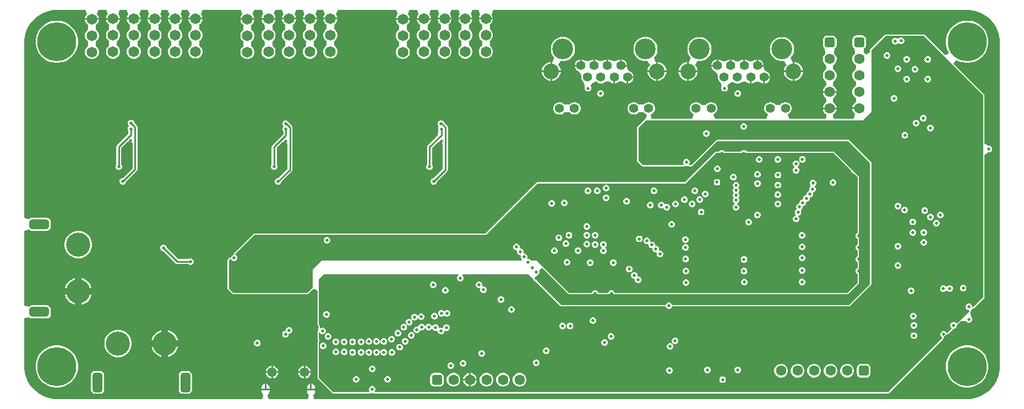
<source format=gbr>
G04*
G04 #@! TF.GenerationSoftware,Altium Limited,Altium Designer,22.4.2 (48)*
G04*
G04 Layer_Physical_Order=3*
G04 Layer_Color=16440176*
%FSLAX44Y44*%
%MOMM*%
G71*
G04*
G04 #@! TF.SameCoordinates,C02FB5F5-7DDD-4E4A-B98E-A3E591FA83C8*
G04*
G04*
G04 #@! TF.FilePolarity,Positive*
G04*
G01*
G75*
%ADD14C,0.2540*%
%ADD104C,1.4080*%
%ADD106C,2.4000*%
%ADD107C,3.2000*%
%ADD108C,1.6000*%
G04:AMPARAMS|DCode=109|XSize=1.6mm|YSize=1.6mm|CornerRadius=0.4mm|HoleSize=0mm|Usage=FLASHONLY|Rotation=180.000|XOffset=0mm|YOffset=0mm|HoleType=Round|Shape=RoundedRectangle|*
%AMROUNDEDRECTD109*
21,1,1.6000,0.8000,0,0,180.0*
21,1,0.8000,1.6000,0,0,180.0*
1,1,0.8000,-0.4000,0.4000*
1,1,0.8000,0.4000,0.4000*
1,1,0.8000,0.4000,-0.4000*
1,1,0.8000,-0.4000,-0.4000*
%
%ADD109ROUNDEDRECTD109*%
%ADD110C,1.4500*%
G04:AMPARAMS|DCode=111|XSize=1.6mm|YSize=1.6mm|CornerRadius=0.4mm|HoleSize=0mm|Usage=FLASHONLY|Rotation=270.000|XOffset=0mm|YOffset=0mm|HoleType=Round|Shape=RoundedRectangle|*
%AMROUNDEDRECTD111*
21,1,1.6000,0.8000,0,0,270.0*
21,1,0.8000,1.6000,0,0,270.0*
1,1,0.8000,-0.4000,-0.4000*
1,1,0.8000,-0.4000,0.4000*
1,1,0.8000,0.4000,0.4000*
1,1,0.8000,0.4000,-0.4000*
%
%ADD111ROUNDEDRECTD111*%
%ADD112C,3.7000*%
G04:AMPARAMS|DCode=113|XSize=1.5mm|YSize=3mm|CornerRadius=0.375mm|HoleSize=0mm|Usage=FLASHONLY|Rotation=90.000|XOffset=0mm|YOffset=0mm|HoleType=Round|Shape=RoundedRectangle|*
%AMROUNDEDRECTD113*
21,1,1.5000,2.2500,0,0,90.0*
21,1,0.7500,3.0000,0,0,90.0*
1,1,0.7500,1.1250,0.3750*
1,1,0.7500,1.1250,-0.3750*
1,1,0.7500,-1.1250,-0.3750*
1,1,0.7500,-1.1250,0.3750*
%
%ADD113ROUNDEDRECTD113*%
G04:AMPARAMS|DCode=114|XSize=1.5mm|YSize=3mm|CornerRadius=0.375mm|HoleSize=0mm|Usage=FLASHONLY|Rotation=180.000|XOffset=0mm|YOffset=0mm|HoleType=Round|Shape=RoundedRectangle|*
%AMROUNDEDRECTD114*
21,1,1.5000,2.2500,0,0,180.0*
21,1,0.7500,3.0000,0,0,180.0*
1,1,0.7500,-0.3750,1.1250*
1,1,0.7500,0.3750,1.1250*
1,1,0.7500,0.3750,-1.1250*
1,1,0.7500,-0.3750,-1.1250*
%
%ADD114ROUNDEDRECTD114*%
%ADD115C,6.0000*%
%ADD117C,1.6500*%
%ADD118C,0.5000*%
G36*
X1558969Y699130D02*
X1565427Y697399D01*
X1571604Y694841D01*
X1577394Y691498D01*
X1582698Y687428D01*
X1587426Y682700D01*
X1591496Y677396D01*
X1594838Y671606D01*
X1597397Y665429D01*
X1599127Y658971D01*
X1600000Y652343D01*
Y649000D01*
X1600000D01*
X1600000Y594000D01*
X1600000Y201250D01*
X1600000Y150500D01*
X1599967Y147178D01*
X1599041Y140599D01*
X1597269Y134196D01*
X1594682Y128077D01*
X1591322Y122345D01*
X1587247Y117097D01*
X1582527Y112422D01*
X1577239Y108399D01*
X1571474Y105096D01*
X1565330Y102568D01*
X1558910Y100859D01*
X1555811Y100454D01*
X1549000Y99998D01*
X545499Y99998D01*
X544906Y101569D01*
X544335Y106998D01*
X545155Y107545D01*
X546490Y109543D01*
X546958Y111900D01*
Y113630D01*
X540800D01*
X534642D01*
Y111900D01*
X535111Y109543D01*
X536445Y107545D01*
X537265Y106998D01*
X536694Y101569D01*
X536101Y99998D01*
X475499Y99998D01*
X474906Y101569D01*
X474335Y106998D01*
X475155Y107545D01*
X476490Y109543D01*
X476958Y111900D01*
Y113630D01*
X470800D01*
X464642D01*
Y111900D01*
X465111Y109543D01*
X466445Y107545D01*
X467265Y106998D01*
X466694Y101569D01*
X466101Y99998D01*
X151000D01*
X147657D01*
X141028Y100870D01*
X134571Y102601D01*
X128394Y105159D01*
X122604Y108502D01*
X117300Y112572D01*
X112572Y117300D01*
X108502Y122604D01*
X105159Y128394D01*
X102601Y134571D01*
X100870Y141028D01*
X99998Y147657D01*
Y151000D01*
X99998D01*
Y224443D01*
X106998Y226541D01*
X107215Y226215D01*
X109296Y224825D01*
X111750Y224337D01*
X134250D01*
X136704Y224825D01*
X138785Y226215D01*
X140175Y228296D01*
X140663Y230750D01*
Y238250D01*
X140175Y240704D01*
X138785Y242785D01*
X136704Y244175D01*
X134250Y244663D01*
X111750D01*
X109296Y244175D01*
X107215Y242785D01*
X106998Y242459D01*
X99998Y244557D01*
Y359442D01*
X106998Y361541D01*
X107215Y361215D01*
X109296Y359825D01*
X111750Y359337D01*
X134250D01*
X136704Y359825D01*
X138785Y361215D01*
X140175Y363296D01*
X140663Y365750D01*
Y373250D01*
X140175Y375704D01*
X138785Y377785D01*
X136704Y379175D01*
X134250Y379663D01*
X111750D01*
X109296Y379175D01*
X107215Y377785D01*
X106998Y377459D01*
X99998Y379557D01*
Y648997D01*
X100000Y649000D01*
Y652343D01*
X100873Y658971D01*
X102603Y665429D01*
X105162Y671606D01*
X108504Y677396D01*
X112575Y682700D01*
X117302Y687428D01*
X122606Y691498D01*
X128396Y694841D01*
X134573Y697399D01*
X141031Y699130D01*
X144192Y699546D01*
X151002Y700002D01*
X151005Y700000D01*
X158001Y700000D01*
X193508D01*
X194674Y698213D01*
X195997Y693000D01*
X195244Y692247D01*
X193823Y689787D01*
X193088Y687042D01*
Y686892D01*
X214668D01*
Y687042D01*
X213933Y689787D01*
X212512Y692247D01*
X211759Y693000D01*
X213083Y698213D01*
X214248Y700000D01*
X225788D01*
X226315Y699264D01*
X228219Y693000D01*
X227714Y692495D01*
X226293Y690035D01*
X225558Y687290D01*
Y687140D01*
X247138D01*
Y687290D01*
X246403Y690035D01*
X244982Y692495D01*
X244478Y693000D01*
X246381Y699264D01*
X246908Y700000D01*
X257256D01*
X259751Y693000D01*
X259506Y692755D01*
X258085Y690295D01*
X257350Y687551D01*
Y687400D01*
X278930D01*
Y687551D01*
X278195Y690295D01*
X276774Y692755D01*
X276530Y693000D01*
X279025Y700000D01*
X289260D01*
X291755Y693000D01*
X291510Y692755D01*
X290089Y690295D01*
X289354Y687551D01*
Y687400D01*
X310934D01*
Y687551D01*
X310199Y690295D01*
X308778Y692755D01*
X308533Y693000D01*
X311028Y700000D01*
X320142D01*
X323006Y693009D01*
X321585Y690549D01*
X320850Y687804D01*
Y687654D01*
X342430D01*
Y687804D01*
X341695Y690549D01*
X340274Y693009D01*
X343138Y700000D01*
X351598D01*
X354390Y693000D01*
X354356Y692965D01*
X352935Y690505D01*
X352200Y687760D01*
Y687610D01*
X373780D01*
Y687760D01*
X373045Y690505D01*
X371624Y692965D01*
X371590Y693000D01*
X374382Y700000D01*
X432550D01*
X433716Y698213D01*
X435039Y693000D01*
X434286Y692247D01*
X432865Y689787D01*
X432130Y687042D01*
Y686892D01*
X453710D01*
Y687042D01*
X452975Y689787D01*
X451554Y692247D01*
X450802Y693000D01*
X452124Y698213D01*
X453290Y700000D01*
X464830D01*
X465357Y699264D01*
X467261Y693000D01*
X466756Y692495D01*
X465335Y690035D01*
X464600Y687290D01*
Y687140D01*
X486180D01*
Y687290D01*
X485445Y690035D01*
X484024Y692495D01*
X483520Y693000D01*
X485423Y699264D01*
X485950Y700000D01*
X496298D01*
X498793Y693000D01*
X498548Y692755D01*
X497127Y690295D01*
X496392Y687551D01*
Y687400D01*
X517972D01*
Y687551D01*
X517237Y690295D01*
X515816Y692755D01*
X515572Y693000D01*
X518066Y700000D01*
X528302D01*
X530797Y693000D01*
X530552Y692755D01*
X529131Y690295D01*
X528396Y687551D01*
Y687400D01*
X549976D01*
Y687551D01*
X549241Y690295D01*
X547820Y692755D01*
X547575Y693000D01*
X550070Y700000D01*
X559184D01*
X562048Y693009D01*
X560627Y690549D01*
X559892Y687804D01*
Y687654D01*
X581472D01*
Y687804D01*
X580737Y690549D01*
X579316Y693009D01*
X582180Y700000D01*
X671592D01*
X672758Y698213D01*
X674081Y693000D01*
X673328Y692247D01*
X671907Y689787D01*
X671172Y687042D01*
Y686892D01*
X692752D01*
Y687042D01*
X692017Y689787D01*
X690596Y692247D01*
X689844Y693000D01*
X691166Y698213D01*
X692332Y700000D01*
X703872D01*
X704399Y699264D01*
X706302Y693000D01*
X705798Y692495D01*
X704377Y690035D01*
X703642Y687290D01*
Y687140D01*
X725222D01*
Y687290D01*
X724487Y690035D01*
X723066Y692495D01*
X722561Y693000D01*
X724465Y699264D01*
X724992Y700000D01*
X735340D01*
X737835Y693000D01*
X737590Y692755D01*
X736169Y690295D01*
X735434Y687551D01*
Y687400D01*
X757014D01*
Y687551D01*
X756279Y690295D01*
X754858Y692755D01*
X754613Y693000D01*
X757109Y700000D01*
X767344D01*
X769839Y693000D01*
X769594Y692755D01*
X768173Y690295D01*
X767438Y687551D01*
Y687400D01*
X789018D01*
Y687551D01*
X788283Y690295D01*
X786862Y692755D01*
X786618Y693000D01*
X789112Y700000D01*
X798226D01*
X801090Y693009D01*
X799669Y690549D01*
X798934Y687804D01*
Y687654D01*
X820514D01*
Y687804D01*
X819779Y690549D01*
X818358Y693009D01*
X821222Y700000D01*
X1548995D01*
X1548997Y700002D01*
X1552340D01*
X1558969Y699130D01*
D02*
G37*
%LPC*%
G36*
X1552361Y683140D02*
X1547239D01*
X1542180Y682339D01*
X1537309Y680756D01*
X1532745Y678431D01*
X1528602Y675420D01*
X1524980Y671798D01*
X1521969Y667655D01*
X1519644Y663091D01*
X1518061Y658220D01*
X1517260Y653161D01*
Y648039D01*
X1518061Y642980D01*
X1519644Y638109D01*
X1521969Y633545D01*
X1516260Y629624D01*
X1484692Y661192D01*
X1484030Y661634D01*
X1483250Y661789D01*
X1424500Y661789D01*
X1424500Y661789D01*
X1423720Y661634D01*
X1423058Y661192D01*
X1401058Y639192D01*
X1400616Y638530D01*
X1400461Y637750D01*
Y634537D01*
X1394794Y631358D01*
X1391022Y633574D01*
X1391308Y640095D01*
X1392664Y641136D01*
X1393713Y642502D01*
X1394372Y644093D01*
X1394596Y645800D01*
Y653800D01*
X1394372Y655507D01*
X1393713Y657098D01*
X1392664Y658464D01*
X1391298Y659513D01*
X1389707Y660172D01*
X1388000Y660396D01*
X1380000D01*
X1378293Y660172D01*
X1376702Y659513D01*
X1375336Y658464D01*
X1374287Y657098D01*
X1373628Y655507D01*
X1373404Y653800D01*
Y645800D01*
X1373628Y644093D01*
X1374287Y642502D01*
X1375336Y641136D01*
X1376702Y640087D01*
X1377535Y634415D01*
X1377254Y632560D01*
X1375566Y630872D01*
X1374178Y628468D01*
X1373460Y625788D01*
Y623012D01*
X1374178Y620332D01*
X1375566Y617928D01*
X1377528Y615966D01*
X1378169Y615596D01*
X1378851Y612975D01*
Y610425D01*
X1378169Y607804D01*
X1377528Y607434D01*
X1375566Y605472D01*
X1374178Y603068D01*
X1373460Y600388D01*
Y597612D01*
X1374178Y594932D01*
X1375566Y592528D01*
X1377528Y590566D01*
X1378169Y590196D01*
X1378851Y587575D01*
Y585025D01*
X1378169Y582404D01*
X1377528Y582034D01*
X1375566Y580072D01*
X1374178Y577668D01*
X1373460Y574988D01*
Y572212D01*
X1374178Y569532D01*
X1375566Y567128D01*
X1377528Y565166D01*
X1378169Y564796D01*
X1378851Y562175D01*
Y559625D01*
X1378169Y557004D01*
X1377528Y556634D01*
X1375566Y554672D01*
X1374178Y552268D01*
X1373460Y549588D01*
Y549470D01*
X1384000D01*
Y546930D01*
X1373460D01*
Y546812D01*
X1374178Y544132D01*
X1375566Y541728D01*
X1377528Y539766D01*
X1375796Y532717D01*
X1375199Y531789D01*
X1344930D01*
X1343861Y534658D01*
X1343713Y538789D01*
X1344972Y539516D01*
X1346934Y541478D01*
X1348322Y543882D01*
X1349040Y546562D01*
Y546680D01*
X1338500D01*
X1327960D01*
Y546562D01*
X1328678Y543882D01*
X1330066Y541478D01*
X1332028Y539516D01*
X1333287Y538789D01*
X1333139Y534658D01*
X1332070Y531789D01*
X1276456Y531789D01*
X1273800Y537689D01*
X1273728Y538236D01*
X1275079Y539293D01*
X1276152Y540134D01*
X1277936Y541917D01*
X1277936Y541918D01*
X1279197Y544102D01*
X1279850Y546539D01*
Y549061D01*
X1279197Y551498D01*
X1277936Y553682D01*
X1276152Y555466D01*
X1273968Y556727D01*
X1271531Y557380D01*
X1269009D01*
X1266572Y556727D01*
X1264388Y555466D01*
X1262604Y553682D01*
X1262313Y553581D01*
X1255327D01*
X1255036Y553682D01*
X1253252Y555466D01*
X1251068Y556727D01*
X1248631Y557380D01*
X1246109D01*
X1243672Y556727D01*
X1241488Y555466D01*
X1239704Y553682D01*
X1238443Y551498D01*
X1237790Y549061D01*
Y546539D01*
X1238443Y544102D01*
X1239704Y541918D01*
X1239704Y541917D01*
X1241488Y540134D01*
X1242561Y539293D01*
X1243912Y538235D01*
X1243840Y537689D01*
X1241184Y531789D01*
X1162155D01*
X1159500Y537690D01*
X1159428Y538235D01*
X1160779Y539293D01*
X1161852Y540134D01*
X1163636Y541917D01*
X1163636Y541918D01*
X1164897Y544102D01*
X1165550Y546539D01*
Y549061D01*
X1164897Y551498D01*
X1163636Y553682D01*
X1161852Y555466D01*
X1159668Y556727D01*
X1157231Y557380D01*
X1154709D01*
X1152272Y556727D01*
X1150088Y555466D01*
X1148304Y553682D01*
X1148013Y553581D01*
X1141027D01*
X1140736Y553682D01*
X1138952Y555466D01*
X1136768Y556727D01*
X1134331Y557380D01*
X1131809D01*
X1129372Y556727D01*
X1127188Y555466D01*
X1125404Y553682D01*
X1124143Y551498D01*
X1123490Y549061D01*
Y546539D01*
X1124143Y544102D01*
X1125404Y541918D01*
X1125404Y541917D01*
X1127188Y540134D01*
X1128261Y539293D01*
X1129612Y538234D01*
X1129540Y537690D01*
X1126885Y531789D01*
X1070704D01*
X1063800Y532020D01*
X1062909Y538789D01*
X1063968Y539073D01*
X1063968Y539073D01*
X1064212Y539214D01*
X1066152Y540334D01*
X1067936Y542118D01*
X1069197Y544302D01*
X1069850Y546739D01*
Y549261D01*
X1069197Y551698D01*
X1067936Y553882D01*
X1066152Y555666D01*
X1063968Y556927D01*
X1061531Y557580D01*
X1059009D01*
X1056572Y556927D01*
X1054388Y555666D01*
X1052604Y553882D01*
X1052313Y553781D01*
X1045327D01*
X1045036Y553882D01*
X1043252Y555666D01*
X1041068Y556927D01*
X1038631Y557580D01*
X1036109D01*
X1033672Y556927D01*
X1031488Y555666D01*
X1029704Y553882D01*
X1028443Y551698D01*
X1027790Y549261D01*
Y546739D01*
X1028443Y544302D01*
X1029704Y542118D01*
X1031488Y540334D01*
X1033672Y539073D01*
X1036109Y538420D01*
X1038631D01*
X1041068Y539073D01*
X1043252Y540334D01*
X1045036Y542118D01*
X1045327Y542219D01*
X1052143D01*
X1054052Y540670D01*
X1054388Y540334D01*
X1054659Y540178D01*
X1056242Y538893D01*
X1057234Y538088D01*
X1055511Y531742D01*
X1054970Y531634D01*
X1054308Y531192D01*
X1054308Y531192D01*
X1042808Y519692D01*
X1042366Y519030D01*
X1042211Y518250D01*
Y467500D01*
X1042366Y466720D01*
X1042808Y466058D01*
X1049558Y459308D01*
X1050220Y458866D01*
X1051000Y458711D01*
X1110168Y458711D01*
X1113463Y458711D01*
X1113824Y458783D01*
X1114541Y458907D01*
X1119368Y459277D01*
X1121757Y458866D01*
X1121757Y458866D01*
X1121757Y458866D01*
X1122537Y458711D01*
X1126000Y458711D01*
X1126000Y458711D01*
X1126780Y458866D01*
X1126780D01*
X1127442Y459308D01*
X1127442D01*
X1127442Y459308D01*
X1127904Y459770D01*
X1165845Y497711D01*
X1366542D01*
X1400461Y464008D01*
Y277595D01*
X1368155Y245289D01*
X1096290D01*
X1096180Y245267D01*
X1095523Y246855D01*
X1095522Y246855D01*
X1094105Y248273D01*
X1094105D01*
X1092253Y249040D01*
X1092252Y249040D01*
X1090248D01*
X1090247Y249040D01*
X1088395Y248273D01*
X1088395D01*
X1086977Y246855D01*
X1086977Y246855D01*
X1086977Y246855D01*
X1086320Y245267D01*
X1086210Y245289D01*
X925345D01*
X887735Y282899D01*
X887784Y288036D01*
X888369Y290512D01*
X889135Y291179D01*
X889855Y291477D01*
X891273Y292895D01*
X892040Y294748D01*
Y296752D01*
X891273Y298605D01*
X896690Y302426D01*
X936558Y262558D01*
X937220Y262116D01*
X938000Y261961D01*
X972460D01*
X973240Y262116D01*
X973577Y262341D01*
X974333Y262601D01*
X977313Y262895D01*
X977687D01*
X980667Y262601D01*
X981423Y262341D01*
X981760Y262116D01*
X982540Y261961D01*
X997812D01*
X998593Y262116D01*
X998827Y262272D01*
X1000772Y262658D01*
X1004727D01*
X1006673Y262272D01*
X1006907Y262116D01*
X1007688Y261961D01*
X1365500D01*
X1365500Y261961D01*
X1366280Y262116D01*
X1366942Y262558D01*
X1366942Y262558D01*
X1382692Y278308D01*
X1383134Y278970D01*
X1383289Y279750D01*
Y293227D01*
X1383134Y294007D01*
X1382692Y296563D01*
Y298937D01*
X1383134Y301493D01*
X1383289Y302273D01*
Y311123D01*
X1383134Y311903D01*
X1382760Y314136D01*
X1382949Y318491D01*
X1383134Y319597D01*
X1383289Y320377D01*
Y329123D01*
X1383134Y329903D01*
X1382893Y331343D01*
X1382817Y333452D01*
X1382949Y336491D01*
X1383134Y337597D01*
X1383289Y338377D01*
Y347373D01*
X1383134Y348153D01*
X1382692Y350793D01*
Y353207D01*
X1383134Y355846D01*
X1383289Y356627D01*
X1383289Y442250D01*
X1383289Y442250D01*
X1383134Y443030D01*
X1382692Y443692D01*
X1377732Y448652D01*
X1377070Y449094D01*
X1373749Y451790D01*
X1373594Y452570D01*
X1373152Y453232D01*
X1373152Y453232D01*
X1345442Y480942D01*
X1344780Y481384D01*
X1344000Y481539D01*
X1211133D01*
X1211008Y481840D01*
X1211008Y481841D01*
X1209590Y483258D01*
X1209590D01*
X1207738Y484025D01*
X1207738Y484025D01*
X1205733D01*
X1205733Y484025D01*
X1203880Y483258D01*
X1203880D01*
X1202463Y481840D01*
X1202463Y481840D01*
X1202463Y481840D01*
X1202338Y481539D01*
X1177133D01*
X1177008Y481840D01*
X1177008Y481841D01*
X1175590Y483258D01*
X1173738Y484025D01*
X1173738Y484025D01*
X1171733D01*
X1171733Y484025D01*
X1169880Y483258D01*
X1168463Y481840D01*
X1168463Y481840D01*
X1168463Y481840D01*
X1168338Y481539D01*
X1164250D01*
X1164250Y481539D01*
X1163470Y481384D01*
X1162808Y480942D01*
X1116155Y434289D01*
X889000D01*
X888220Y434134D01*
X887558Y433692D01*
X808905Y355039D01*
X453250D01*
X453250Y355039D01*
X452470Y354884D01*
X451808Y354442D01*
X451808Y354442D01*
X424788Y327422D01*
X422705Y325339D01*
X422594Y325172D01*
X422452Y325030D01*
X422375Y324845D01*
X422263Y324678D01*
X422263Y324678D01*
X422224Y324481D01*
X422147Y324295D01*
X422147Y324295D01*
Y324094D01*
X422108Y323898D01*
X422147Y323700D01*
Y323500D01*
X421040Y321670D01*
X418580Y319209D01*
X416750Y318103D01*
X416550D01*
X416353Y318142D01*
X416352Y318142D01*
X416155Y318103D01*
X415955Y318103D01*
X415955Y318102D01*
X415769Y318026D01*
X415572Y317987D01*
X415572Y317986D01*
X415405Y317875D01*
X415219Y317798D01*
X415219Y317798D01*
X415078Y317656D01*
X414911Y317544D01*
X414911D01*
X414910Y317544D01*
X412808Y315442D01*
X412808Y315442D01*
X412808Y315442D01*
X412366Y314781D01*
X412366Y314780D01*
X412211Y314000D01*
X412211Y314000D01*
X412366Y313220D01*
X412366Y313220D01*
X412461Y313078D01*
X412461Y312550D01*
X412461Y312550D01*
X412461Y311559D01*
Y270500D01*
X412616Y269720D01*
X413058Y269058D01*
X419558Y262558D01*
X420220Y262116D01*
X421000Y261961D01*
X535000D01*
X535000Y261961D01*
X535780Y262116D01*
X536442Y262558D01*
X536442Y262558D01*
X543711Y269827D01*
X546761Y269376D01*
X550711Y267363D01*
Y215628D01*
X550866Y214847D01*
X551308Y214186D01*
X551308Y214186D01*
X552044Y213450D01*
X552501Y212347D01*
Y211153D01*
X552279Y210617D01*
X552239Y210420D01*
X552163Y210234D01*
Y210033D01*
X552123Y209836D01*
X552163Y209639D01*
Y209438D01*
X551931Y207278D01*
X551660Y205890D01*
X551054Y203776D01*
X551054D01*
X550978Y203590D01*
X550866Y203423D01*
X550827Y203226D01*
X550750Y203041D01*
Y202840D01*
X550711Y202643D01*
X550711Y193378D01*
X550866Y192597D01*
X551286Y191968D01*
X551751Y190847D01*
Y189653D01*
X551286Y188532D01*
X550866Y187903D01*
X550711Y187122D01*
Y133500D01*
X550866Y132720D01*
X551308Y132058D01*
X551308Y132058D01*
X574058Y109308D01*
X574720Y108866D01*
X575500Y108711D01*
X576280Y108866D01*
X576422Y108961D01*
X627210D01*
X630326Y108961D01*
X631107Y109116D01*
X634750Y109359D01*
X638393Y109116D01*
Y109116D01*
X639174Y108961D01*
X642289Y108961D01*
X1428250D01*
X1429030Y109116D01*
X1429692Y109558D01*
X1429692Y109558D01*
X1510905Y190771D01*
X1513001Y192867D01*
X1513113Y193034D01*
X1513255Y193176D01*
Y193176D01*
X1513332Y193362D01*
X1513443Y193529D01*
X1513443Y193529D01*
X1513482Y193726D01*
X1513559Y193911D01*
X1513559Y193911D01*
Y194112D01*
X1513598Y194309D01*
X1513559Y194506D01*
Y194707D01*
X1513555Y194729D01*
X1515636Y197870D01*
X1515880Y198114D01*
X1519021Y200195D01*
X1519043Y200191D01*
X1519244D01*
X1519441Y200152D01*
X1519638Y200191D01*
X1519839D01*
X1520024Y200268D01*
X1520221Y200307D01*
X1520221Y200307D01*
X1520388Y200418D01*
X1520574Y200495D01*
X1520574D01*
X1520716Y200637D01*
X1520883Y200749D01*
X1520883D01*
X1527934Y207800D01*
X1528045Y207967D01*
X1528187Y208109D01*
X1528264Y208294D01*
X1528376Y208461D01*
X1528415Y208658D01*
X1528492Y208844D01*
X1528608Y208960D01*
X1530253D01*
X1532105Y209727D01*
X1532105Y209727D01*
X1533523Y211145D01*
X1534290Y212997D01*
X1534567Y215119D01*
X1535372Y215457D01*
X1535643Y215638D01*
X1535926Y215800D01*
X1535972Y215858D01*
X1536033Y215899D01*
X1540743Y220609D01*
X1547977Y220395D01*
X1549395Y218977D01*
X1551248Y218210D01*
X1553253D01*
X1555105Y218977D01*
X1556523Y220395D01*
X1557290Y222248D01*
Y224252D01*
X1556523Y226105D01*
X1556331Y226297D01*
X1554767Y232508D01*
X1554672Y233901D01*
X1554805Y234757D01*
X1555074Y235160D01*
X1558117Y238712D01*
X1559590Y239676D01*
X1560252Y240118D01*
X1575692Y255558D01*
X1576134Y256220D01*
X1576289Y257000D01*
Y475678D01*
X1576741Y476261D01*
X1582247Y480210D01*
X1584252Y480210D01*
X1586105Y480977D01*
X1587523Y482395D01*
X1588290Y484248D01*
Y486253D01*
X1587523Y488105D01*
X1586105Y489523D01*
X1584252Y490290D01*
X1582247Y490290D01*
X1576741Y494239D01*
X1576289Y494822D01*
Y568750D01*
X1576134Y569530D01*
X1575692Y570192D01*
X1575692Y570192D01*
X1528824Y617060D01*
X1532745Y622769D01*
X1537309Y620444D01*
X1542180Y618861D01*
X1547239Y618060D01*
X1552361D01*
X1557420Y618861D01*
X1562291Y620444D01*
X1566855Y622769D01*
X1570998Y625780D01*
X1574620Y629402D01*
X1577631Y633545D01*
X1579956Y638109D01*
X1581539Y642980D01*
X1582340Y648039D01*
Y653161D01*
X1581539Y658220D01*
X1579956Y663091D01*
X1577631Y667655D01*
X1574620Y671798D01*
X1570998Y675420D01*
X1566855Y678431D01*
X1562291Y680756D01*
X1557420Y682339D01*
X1552361Y683140D01*
D02*
G37*
G36*
X820514Y685114D02*
X798934D01*
Y684963D01*
X799669Y682219D01*
X801090Y679759D01*
X803099Y677750D01*
X803431Y677558D01*
X803821Y676364D01*
Y671004D01*
X803431Y669810D01*
X803099Y669618D01*
X801090Y667609D01*
X799669Y665149D01*
X798934Y662404D01*
Y659563D01*
X799669Y656819D01*
X801090Y654359D01*
X803099Y652350D01*
X803431Y652158D01*
X803821Y650964D01*
Y645604D01*
X803431Y644410D01*
X803099Y644218D01*
X801090Y642209D01*
X799669Y639749D01*
X798934Y637005D01*
Y634163D01*
X799669Y631419D01*
X801090Y628959D01*
X803099Y626950D01*
X805559Y625529D01*
X808304Y624794D01*
X811144D01*
X813889Y625529D01*
X816349Y626950D01*
X818358Y628959D01*
X819779Y631419D01*
X820514Y634163D01*
Y637005D01*
X819779Y639749D01*
X818358Y642209D01*
X816349Y644218D01*
X816016Y644410D01*
X815627Y645604D01*
Y650964D01*
X816016Y652158D01*
X816349Y652350D01*
X818358Y654359D01*
X819779Y656819D01*
X820514Y659563D01*
Y662404D01*
X819779Y665149D01*
X818358Y667609D01*
X816349Y669618D01*
X816016Y669810D01*
X815627Y671004D01*
Y676364D01*
X816016Y677558D01*
X816349Y677750D01*
X818358Y679759D01*
X819779Y682219D01*
X820514Y684963D01*
Y685114D01*
D02*
G37*
G36*
X581472D02*
X559892D01*
Y684963D01*
X560627Y682219D01*
X562048Y679759D01*
X564057Y677750D01*
X564389Y677558D01*
X564779Y676364D01*
Y671004D01*
X564389Y669810D01*
X564057Y669618D01*
X562048Y667609D01*
X560627Y665149D01*
X559892Y662404D01*
Y659563D01*
X560627Y656819D01*
X562048Y654359D01*
X564057Y652350D01*
X564389Y652158D01*
X564779Y650964D01*
Y645604D01*
X564389Y644410D01*
X564057Y644218D01*
X562048Y642209D01*
X560627Y639749D01*
X559892Y637005D01*
Y634163D01*
X560627Y631419D01*
X562048Y628959D01*
X564057Y626950D01*
X566517Y625529D01*
X569262Y624794D01*
X572103D01*
X574847Y625529D01*
X577307Y626950D01*
X579316Y628959D01*
X580737Y631419D01*
X581472Y634163D01*
Y637005D01*
X580737Y639749D01*
X579316Y642209D01*
X577307Y644218D01*
X576974Y644410D01*
X576585Y645604D01*
Y650964D01*
X576974Y652158D01*
X577307Y652350D01*
X579316Y654359D01*
X580737Y656819D01*
X581472Y659563D01*
Y662404D01*
X580737Y665149D01*
X579316Y667609D01*
X577307Y669618D01*
X576974Y669810D01*
X576585Y671004D01*
Y676364D01*
X576974Y677558D01*
X577307Y677750D01*
X579316Y679759D01*
X580737Y682219D01*
X581472Y684963D01*
Y685114D01*
D02*
G37*
G36*
X342430D02*
X320850D01*
Y684963D01*
X321585Y682219D01*
X323006Y679759D01*
X325015Y677750D01*
X325348Y677558D01*
X325737Y676364D01*
Y671004D01*
X325348Y669810D01*
X325015Y669618D01*
X323006Y667609D01*
X321585Y665149D01*
X320850Y662404D01*
Y659563D01*
X321585Y656819D01*
X323006Y654359D01*
X325015Y652350D01*
X325348Y652158D01*
X325737Y650964D01*
Y645604D01*
X325348Y644410D01*
X325015Y644218D01*
X323006Y642209D01*
X321585Y639749D01*
X320850Y637005D01*
Y634163D01*
X321585Y631419D01*
X323006Y628959D01*
X325015Y626950D01*
X327475Y625529D01*
X330219Y624794D01*
X333060D01*
X335805Y625529D01*
X338265Y626950D01*
X340274Y628959D01*
X341695Y631419D01*
X342430Y634163D01*
Y637005D01*
X341695Y639749D01*
X340274Y642209D01*
X338265Y644218D01*
X337933Y644410D01*
X337543Y645604D01*
Y650964D01*
X337933Y652158D01*
X338265Y652350D01*
X340274Y654359D01*
X341695Y656819D01*
X342430Y659563D01*
Y662404D01*
X341695Y665149D01*
X340274Y667609D01*
X338265Y669618D01*
X337933Y669810D01*
X337543Y671004D01*
Y676364D01*
X337933Y677558D01*
X338265Y677750D01*
X340274Y679759D01*
X341695Y682219D01*
X342430Y684963D01*
Y685114D01*
D02*
G37*
G36*
X373780Y685070D02*
X352200D01*
Y684920D01*
X352935Y682175D01*
X354356Y679715D01*
X356365Y677706D01*
X356698Y677514D01*
X357087Y676320D01*
Y670960D01*
X356698Y669766D01*
X356365Y669574D01*
X354356Y667565D01*
X352935Y665105D01*
X352200Y662361D01*
Y659520D01*
X352935Y656775D01*
X354356Y654315D01*
X356365Y652306D01*
X356698Y652114D01*
X357087Y650920D01*
Y645560D01*
X356698Y644366D01*
X356365Y644174D01*
X354356Y642165D01*
X352935Y639705D01*
X352200Y636960D01*
Y634119D01*
X352935Y631375D01*
X354356Y628915D01*
X356365Y626906D01*
X358825Y625485D01*
X361570Y624750D01*
X364411D01*
X367155Y625485D01*
X369615Y626906D01*
X371624Y628915D01*
X373045Y631375D01*
X373780Y634119D01*
Y636960D01*
X373045Y639705D01*
X371624Y642165D01*
X369615Y644174D01*
X369282Y644366D01*
X368893Y645560D01*
Y650920D01*
X369282Y652114D01*
X369615Y652306D01*
X371624Y654315D01*
X373045Y656775D01*
X373780Y659520D01*
Y662361D01*
X373045Y665105D01*
X371624Y667565D01*
X369615Y669574D01*
X369282Y669766D01*
X368893Y670960D01*
Y676320D01*
X369282Y677514D01*
X369615Y677706D01*
X371624Y679715D01*
X373045Y682175D01*
X373780Y684920D01*
Y685070D01*
D02*
G37*
G36*
X789018Y684860D02*
X767438D01*
Y684709D01*
X768173Y681965D01*
X769594Y679505D01*
X771603Y677496D01*
X771936Y677304D01*
X772325Y676110D01*
Y670750D01*
X771936Y669556D01*
X771603Y669364D01*
X769594Y667355D01*
X768173Y664895D01*
X767438Y662150D01*
Y659309D01*
X768173Y656565D01*
X769594Y654105D01*
X771603Y652096D01*
X771936Y651904D01*
X772325Y650710D01*
Y645350D01*
X771936Y644156D01*
X771603Y643964D01*
X769594Y641955D01*
X768173Y639495D01*
X767438Y636750D01*
Y633909D01*
X768173Y631165D01*
X769594Y628705D01*
X771603Y626696D01*
X774063Y625275D01*
X776807Y624540D01*
X779649D01*
X782393Y625275D01*
X784853Y626696D01*
X786862Y628705D01*
X788283Y631165D01*
X789018Y633909D01*
Y636750D01*
X788283Y639495D01*
X786862Y641955D01*
X784853Y643964D01*
X784520Y644156D01*
X784131Y645350D01*
Y650710D01*
X784520Y651904D01*
X784853Y652096D01*
X786862Y654105D01*
X788283Y656565D01*
X789018Y659309D01*
Y662150D01*
X788283Y664895D01*
X786862Y667355D01*
X784853Y669364D01*
X784520Y669556D01*
X784131Y670750D01*
Y676110D01*
X784520Y677304D01*
X784853Y677496D01*
X786862Y679505D01*
X788283Y681965D01*
X789018Y684709D01*
Y684860D01*
D02*
G37*
G36*
X757014D02*
X735434D01*
Y684709D01*
X736169Y681965D01*
X737590Y679505D01*
X739599Y677496D01*
X739931Y677304D01*
X740321Y676110D01*
Y670750D01*
X739931Y669556D01*
X739599Y669364D01*
X737590Y667355D01*
X736169Y664895D01*
X735434Y662150D01*
Y659309D01*
X736169Y656565D01*
X737590Y654105D01*
X739599Y652096D01*
X739931Y651904D01*
X740321Y650710D01*
Y645350D01*
X739931Y644156D01*
X739599Y643964D01*
X737590Y641955D01*
X736169Y639495D01*
X735434Y636750D01*
Y633909D01*
X736169Y631165D01*
X737590Y628705D01*
X739599Y626696D01*
X742059Y625275D01*
X744803Y624540D01*
X747645D01*
X750389Y625275D01*
X752849Y626696D01*
X754858Y628705D01*
X756279Y631165D01*
X757014Y633909D01*
Y636750D01*
X756279Y639495D01*
X754858Y641955D01*
X752849Y643964D01*
X752516Y644156D01*
X752127Y645350D01*
Y650710D01*
X752516Y651904D01*
X752849Y652096D01*
X754858Y654105D01*
X756279Y656565D01*
X757014Y659309D01*
Y662150D01*
X756279Y664895D01*
X754858Y667355D01*
X752849Y669364D01*
X752516Y669556D01*
X752127Y670750D01*
Y676110D01*
X752516Y677304D01*
X752849Y677496D01*
X754858Y679505D01*
X756279Y681965D01*
X757014Y684709D01*
Y684860D01*
D02*
G37*
G36*
X549976D02*
X528396D01*
Y684709D01*
X529131Y681965D01*
X530552Y679505D01*
X532561Y677496D01*
X532893Y677304D01*
X533283Y676110D01*
Y670750D01*
X532893Y669556D01*
X532561Y669364D01*
X530552Y667355D01*
X529131Y664895D01*
X528396Y662150D01*
Y659309D01*
X529131Y656565D01*
X530552Y654105D01*
X532561Y652096D01*
X532893Y651904D01*
X533283Y650710D01*
Y645350D01*
X532893Y644156D01*
X532561Y643964D01*
X530552Y641955D01*
X529131Y639495D01*
X528396Y636750D01*
Y633909D01*
X529131Y631165D01*
X530552Y628705D01*
X532561Y626696D01*
X535021Y625275D01*
X537766Y624540D01*
X540606D01*
X543351Y625275D01*
X545811Y626696D01*
X547820Y628705D01*
X549241Y631165D01*
X549976Y633909D01*
Y636750D01*
X549241Y639495D01*
X547820Y641955D01*
X545811Y643964D01*
X545479Y644156D01*
X545089Y645350D01*
Y650710D01*
X545479Y651904D01*
X545811Y652096D01*
X547820Y654105D01*
X549241Y656565D01*
X549976Y659309D01*
Y662150D01*
X549241Y664895D01*
X547820Y667355D01*
X545811Y669364D01*
X545479Y669556D01*
X545089Y670750D01*
Y676110D01*
X545479Y677304D01*
X545811Y677496D01*
X547820Y679505D01*
X549241Y681965D01*
X549976Y684709D01*
Y684860D01*
D02*
G37*
G36*
X517972D02*
X496392D01*
Y684709D01*
X497127Y681965D01*
X498548Y679505D01*
X500557Y677496D01*
X500890Y677304D01*
X501279Y676110D01*
Y670750D01*
X500890Y669556D01*
X500557Y669364D01*
X498548Y667355D01*
X497127Y664895D01*
X496392Y662150D01*
Y659309D01*
X497127Y656565D01*
X498548Y654105D01*
X500557Y652096D01*
X500890Y651904D01*
X501279Y650710D01*
Y645350D01*
X500890Y644156D01*
X500557Y643964D01*
X498548Y641955D01*
X497127Y639495D01*
X496392Y636750D01*
Y633909D01*
X497127Y631165D01*
X498548Y628705D01*
X500557Y626696D01*
X503017Y625275D01*
X505761Y624540D01*
X508602D01*
X511347Y625275D01*
X513807Y626696D01*
X515816Y628705D01*
X517237Y631165D01*
X517972Y633909D01*
Y636750D01*
X517237Y639495D01*
X515816Y641955D01*
X513807Y643964D01*
X513475Y644156D01*
X513085Y645350D01*
Y650710D01*
X513475Y651904D01*
X513807Y652096D01*
X515816Y654105D01*
X517237Y656565D01*
X517972Y659309D01*
Y662150D01*
X517237Y664895D01*
X515816Y667355D01*
X513807Y669364D01*
X513475Y669556D01*
X513085Y670750D01*
Y676110D01*
X513475Y677304D01*
X513807Y677496D01*
X515816Y679505D01*
X517237Y681965D01*
X517972Y684709D01*
Y684860D01*
D02*
G37*
G36*
X310934D02*
X289354D01*
Y684709D01*
X290089Y681965D01*
X291510Y679505D01*
X293519Y677496D01*
X293852Y677304D01*
X294241Y676110D01*
Y670750D01*
X293852Y669556D01*
X293519Y669364D01*
X291510Y667355D01*
X290089Y664895D01*
X289354Y662150D01*
Y659309D01*
X290089Y656565D01*
X291510Y654105D01*
X293519Y652096D01*
X293852Y651904D01*
X294241Y650710D01*
Y645350D01*
X293852Y644156D01*
X293519Y643964D01*
X291510Y641955D01*
X290089Y639495D01*
X289354Y636750D01*
Y633909D01*
X290089Y631165D01*
X291510Y628705D01*
X293519Y626696D01*
X295979Y625275D01*
X298724Y624540D01*
X301565D01*
X304309Y625275D01*
X306769Y626696D01*
X308778Y628705D01*
X310199Y631165D01*
X310934Y633909D01*
Y636750D01*
X310199Y639495D01*
X308778Y641955D01*
X306769Y643964D01*
X306437Y644156D01*
X306047Y645350D01*
Y650710D01*
X306437Y651904D01*
X306769Y652096D01*
X308778Y654105D01*
X310199Y656565D01*
X310934Y659309D01*
Y662150D01*
X310199Y664895D01*
X308778Y667355D01*
X306769Y669364D01*
X306437Y669556D01*
X306047Y670750D01*
Y676110D01*
X306437Y677304D01*
X306769Y677496D01*
X308778Y679505D01*
X310199Y681965D01*
X310934Y684709D01*
Y684860D01*
D02*
G37*
G36*
X278930D02*
X257350D01*
Y684709D01*
X258085Y681965D01*
X259506Y679505D01*
X261515Y677496D01*
X261848Y677304D01*
X262237Y676110D01*
Y670750D01*
X261848Y669556D01*
X261515Y669364D01*
X259506Y667355D01*
X258085Y664895D01*
X257350Y662150D01*
Y659309D01*
X258085Y656565D01*
X259506Y654105D01*
X261515Y652096D01*
X261848Y651904D01*
X262237Y650710D01*
Y645350D01*
X261848Y644156D01*
X261515Y643964D01*
X259506Y641955D01*
X258085Y639495D01*
X257350Y636750D01*
Y633909D01*
X258085Y631165D01*
X259506Y628705D01*
X261515Y626696D01*
X263975Y625275D01*
X266719Y624540D01*
X269561D01*
X272305Y625275D01*
X274765Y626696D01*
X276774Y628705D01*
X278195Y631165D01*
X278930Y633909D01*
Y636750D01*
X278195Y639495D01*
X276774Y641955D01*
X274765Y643964D01*
X274433Y644156D01*
X274043Y645350D01*
Y650710D01*
X274433Y651904D01*
X274765Y652096D01*
X276774Y654105D01*
X278195Y656565D01*
X278930Y659309D01*
Y662150D01*
X278195Y664895D01*
X276774Y667355D01*
X274765Y669364D01*
X274433Y669556D01*
X274043Y670750D01*
Y676110D01*
X274433Y677304D01*
X274765Y677496D01*
X276774Y679505D01*
X278195Y681965D01*
X278930Y684709D01*
Y684860D01*
D02*
G37*
G36*
X725222Y684600D02*
X703642D01*
Y684449D01*
X704377Y681705D01*
X705798Y679245D01*
X707807Y677236D01*
X708139Y677044D01*
X708529Y675850D01*
Y670490D01*
X708139Y669296D01*
X707807Y669104D01*
X705798Y667095D01*
X704377Y664635D01*
X703642Y661890D01*
Y659049D01*
X704377Y656305D01*
X705798Y653845D01*
X707807Y651836D01*
X708139Y651644D01*
X708529Y650450D01*
Y645090D01*
X708139Y643896D01*
X707807Y643704D01*
X705798Y641695D01*
X704377Y639235D01*
X703642Y636491D01*
Y633649D01*
X704377Y630905D01*
X705798Y628445D01*
X707807Y626436D01*
X710267Y625015D01*
X713011Y624280D01*
X715853D01*
X718597Y625015D01*
X721057Y626436D01*
X723066Y628445D01*
X724487Y630905D01*
X725222Y633649D01*
Y636491D01*
X724487Y639235D01*
X723066Y641695D01*
X721057Y643704D01*
X720724Y643896D01*
X720335Y645090D01*
Y650450D01*
X720724Y651644D01*
X721057Y651836D01*
X723066Y653845D01*
X724487Y656305D01*
X725222Y659049D01*
Y661890D01*
X724487Y664635D01*
X723066Y667095D01*
X721057Y669104D01*
X720724Y669296D01*
X720335Y670490D01*
Y675850D01*
X720724Y677044D01*
X721057Y677236D01*
X723066Y679245D01*
X724487Y681705D01*
X725222Y684449D01*
Y684600D01*
D02*
G37*
G36*
X486180D02*
X464600D01*
Y684449D01*
X465335Y681705D01*
X466756Y679245D01*
X468765Y677236D01*
X469098Y677044D01*
X469487Y675850D01*
Y670490D01*
X469098Y669296D01*
X468765Y669104D01*
X466756Y667095D01*
X465335Y664635D01*
X464600Y661890D01*
Y659049D01*
X465335Y656305D01*
X466756Y653845D01*
X468765Y651836D01*
X469098Y651644D01*
X469487Y650450D01*
Y645090D01*
X469098Y643896D01*
X468765Y643704D01*
X466756Y641695D01*
X465335Y639235D01*
X464600Y636491D01*
Y633649D01*
X465335Y630905D01*
X466756Y628445D01*
X468765Y626436D01*
X471225Y625015D01*
X473969Y624280D01*
X476810D01*
X479555Y625015D01*
X482015Y626436D01*
X484024Y628445D01*
X485445Y630905D01*
X486180Y633649D01*
Y636491D01*
X485445Y639235D01*
X484024Y641695D01*
X482015Y643704D01*
X481683Y643896D01*
X481293Y645090D01*
Y650450D01*
X481683Y651644D01*
X482015Y651836D01*
X484024Y653845D01*
X485445Y656305D01*
X486180Y659049D01*
Y661890D01*
X485445Y664635D01*
X484024Y667095D01*
X482015Y669104D01*
X481683Y669296D01*
X481293Y670490D01*
Y675850D01*
X481683Y677044D01*
X482015Y677236D01*
X484024Y679245D01*
X485445Y681705D01*
X486180Y684449D01*
Y684600D01*
D02*
G37*
G36*
X247138D02*
X225558D01*
Y684449D01*
X226293Y681705D01*
X227714Y679245D01*
X229723Y677236D01*
X230056Y677044D01*
X230445Y675850D01*
Y670490D01*
X230056Y669296D01*
X229723Y669104D01*
X227714Y667095D01*
X226293Y664635D01*
X225558Y661890D01*
Y659049D01*
X226293Y656305D01*
X227714Y653845D01*
X229723Y651836D01*
X230056Y651644D01*
X230445Y650450D01*
Y645090D01*
X230056Y643896D01*
X229723Y643704D01*
X227714Y641695D01*
X226293Y639235D01*
X225558Y636491D01*
Y633649D01*
X226293Y630905D01*
X227714Y628445D01*
X229723Y626436D01*
X232183Y625015D01*
X234928Y624280D01*
X237768D01*
X240513Y625015D01*
X242973Y626436D01*
X244982Y628445D01*
X246403Y630905D01*
X247138Y633649D01*
Y636491D01*
X246403Y639235D01*
X244982Y641695D01*
X242973Y643704D01*
X242640Y643896D01*
X242251Y645090D01*
Y650450D01*
X242640Y651644D01*
X242973Y651836D01*
X244982Y653845D01*
X246403Y656305D01*
X247138Y659049D01*
Y661890D01*
X246403Y664635D01*
X244982Y667095D01*
X242973Y669104D01*
X242640Y669296D01*
X242251Y670490D01*
Y675850D01*
X242640Y677044D01*
X242973Y677236D01*
X244982Y679245D01*
X246403Y681705D01*
X247138Y684449D01*
Y684600D01*
D02*
G37*
G36*
X692752Y684352D02*
X671172D01*
Y684201D01*
X671907Y681457D01*
X673328Y678997D01*
X675337Y676988D01*
X675669Y676796D01*
X676059Y675602D01*
Y670242D01*
X675669Y669048D01*
X675337Y668856D01*
X673328Y666847D01*
X671907Y664387D01*
X671172Y661643D01*
Y658801D01*
X671907Y656057D01*
X673328Y653597D01*
X675337Y651588D01*
X675669Y651396D01*
X676059Y650202D01*
Y644842D01*
X675669Y643648D01*
X675337Y643456D01*
X673328Y641447D01*
X671907Y638987D01*
X671172Y636242D01*
Y633401D01*
X671907Y630657D01*
X673328Y628197D01*
X675337Y626188D01*
X677797Y624767D01*
X680542Y624032D01*
X683382D01*
X686127Y624767D01*
X688587Y626188D01*
X690596Y628197D01*
X692017Y630657D01*
X692752Y633401D01*
Y636242D01*
X692017Y638987D01*
X690596Y641447D01*
X688587Y643456D01*
X688254Y643648D01*
X687865Y644842D01*
Y650202D01*
X688254Y651396D01*
X688587Y651588D01*
X690596Y653597D01*
X692017Y656057D01*
X692752Y658801D01*
Y661643D01*
X692017Y664387D01*
X690596Y666847D01*
X688587Y668856D01*
X688254Y669048D01*
X687865Y670242D01*
Y675602D01*
X688254Y676796D01*
X688587Y676988D01*
X690596Y678997D01*
X692017Y681457D01*
X692752Y684201D01*
Y684352D01*
D02*
G37*
G36*
X453710D02*
X432130D01*
Y684201D01*
X432865Y681457D01*
X434286Y678997D01*
X436295Y676988D01*
X436628Y676796D01*
X437017Y675602D01*
Y670242D01*
X436628Y669048D01*
X436295Y668856D01*
X434286Y666847D01*
X432865Y664387D01*
X432130Y661643D01*
Y658801D01*
X432865Y656057D01*
X434286Y653597D01*
X436295Y651588D01*
X436628Y651396D01*
X437017Y650202D01*
Y644842D01*
X436628Y643648D01*
X436295Y643456D01*
X434286Y641447D01*
X432865Y638987D01*
X432130Y636242D01*
Y633401D01*
X432865Y630657D01*
X434286Y628197D01*
X436295Y626188D01*
X438755Y624767D01*
X441499Y624032D01*
X444341D01*
X447085Y624767D01*
X449545Y626188D01*
X451554Y628197D01*
X452975Y630657D01*
X453710Y633401D01*
Y636242D01*
X452975Y638987D01*
X451554Y641447D01*
X449545Y643456D01*
X449212Y643648D01*
X448823Y644842D01*
Y650202D01*
X449212Y651396D01*
X449545Y651588D01*
X451554Y653597D01*
X452975Y656057D01*
X453710Y658801D01*
Y661643D01*
X452975Y664387D01*
X451554Y666847D01*
X449545Y668856D01*
X449212Y669048D01*
X448823Y670242D01*
Y675602D01*
X449212Y676796D01*
X449545Y676988D01*
X451554Y678997D01*
X452975Y681457D01*
X453710Y684201D01*
Y684352D01*
D02*
G37*
G36*
X214668D02*
X193088D01*
Y684201D01*
X193823Y681457D01*
X195244Y678997D01*
X197253Y676988D01*
X197586Y676796D01*
X197975Y675602D01*
Y670242D01*
X197586Y669048D01*
X197253Y668856D01*
X195244Y666847D01*
X193823Y664387D01*
X193088Y661643D01*
Y658801D01*
X193823Y656057D01*
X195244Y653597D01*
X197253Y651588D01*
X197586Y651396D01*
X197975Y650202D01*
Y644842D01*
X197586Y643648D01*
X197253Y643456D01*
X195244Y641447D01*
X193823Y638987D01*
X193088Y636242D01*
Y633401D01*
X193823Y630657D01*
X195244Y628197D01*
X197253Y626188D01*
X199713Y624767D01*
X202458Y624032D01*
X205299D01*
X208043Y624767D01*
X210503Y626188D01*
X212512Y628197D01*
X213933Y630657D01*
X214668Y633401D01*
Y636242D01*
X213933Y638987D01*
X212512Y641447D01*
X210503Y643456D01*
X210170Y643648D01*
X209781Y644842D01*
Y650202D01*
X210170Y651396D01*
X210503Y651588D01*
X212512Y653597D01*
X213933Y656057D01*
X214668Y658801D01*
Y661643D01*
X213933Y664387D01*
X212512Y666847D01*
X210503Y668856D01*
X210170Y669048D01*
X209781Y670242D01*
Y675602D01*
X210170Y676796D01*
X210503Y676988D01*
X212512Y678997D01*
X213933Y681457D01*
X214668Y684201D01*
Y684352D01*
D02*
G37*
G36*
X929996Y657940D02*
X926344D01*
X922762Y657227D01*
X919388Y655830D01*
X916351Y653801D01*
X913769Y651219D01*
X911740Y648182D01*
X910342Y644808D01*
X909630Y641226D01*
Y637574D01*
X910342Y633992D01*
X911740Y630618D01*
X913769Y627581D01*
X915243Y626108D01*
X912898Y620559D01*
X912154Y619640D01*
X911690D01*
Y606370D01*
X924960D01*
Y607014D01*
X923969Y610712D01*
X922055Y614028D01*
X921334Y614749D01*
X924819Y621163D01*
X926344Y620860D01*
X929996D01*
X933578Y621572D01*
X936952Y622970D01*
X939989Y624999D01*
X942571Y627581D01*
X944600Y630618D01*
X945997Y633992D01*
X946710Y637574D01*
Y641226D01*
X945997Y644808D01*
X944600Y648182D01*
X942571Y651219D01*
X939989Y653801D01*
X936952Y655830D01*
X933578Y657227D01*
X929996Y657940D01*
D02*
G37*
G36*
X1139996Y657740D02*
X1136344D01*
X1132762Y657028D01*
X1129388Y655630D01*
X1126351Y653601D01*
X1123769Y651019D01*
X1121740Y647982D01*
X1120342Y644608D01*
X1119630Y641026D01*
Y637374D01*
X1120342Y633792D01*
X1121740Y630418D01*
X1123769Y627381D01*
X1125243Y625908D01*
X1122898Y620359D01*
X1122154Y619440D01*
X1121690D01*
Y606170D01*
X1134960D01*
Y606814D01*
X1133969Y610512D01*
X1132055Y613828D01*
X1131334Y614549D01*
X1134819Y620963D01*
X1136344Y620660D01*
X1139996D01*
X1143578Y621372D01*
X1146952Y622770D01*
X1149989Y624799D01*
X1152571Y627381D01*
X1154600Y630418D01*
X1155997Y633792D01*
X1156710Y637374D01*
Y641026D01*
X1155997Y644608D01*
X1154600Y647982D01*
X1152571Y651019D01*
X1149989Y653601D01*
X1146952Y655630D01*
X1143578Y657028D01*
X1139996Y657740D01*
D02*
G37*
G36*
X1185100Y623378D02*
X1182672Y622727D01*
X1180639Y621553D01*
X1180488Y621466D01*
X1176170Y620342D01*
X1171852Y621466D01*
X1171701Y621553D01*
X1169668Y622727D01*
X1167240Y623378D01*
Y613800D01*
X1165970D01*
Y612530D01*
X1156392D01*
X1157043Y610102D01*
X1158304Y607918D01*
X1160088Y606134D01*
X1162179Y604927D01*
X1162272Y604873D01*
X1165417Y601598D01*
X1166590Y597261D01*
X1166590Y597220D01*
Y594739D01*
X1167243Y592302D01*
X1168504Y590118D01*
X1169974Y588648D01*
X1170361Y588117D01*
X1172050Y583119D01*
X1171720Y580027D01*
X1171710Y580003D01*
X1171710Y580002D01*
Y577998D01*
X1172477Y576145D01*
X1173895Y574727D01*
X1173895Y574727D01*
X1175748Y573960D01*
X1177753D01*
X1179605Y574727D01*
X1179605Y574727D01*
X1181023Y576145D01*
X1181790Y577998D01*
Y580002D01*
X1181790Y580003D01*
X1181664Y580307D01*
X1181189Y582094D01*
X1182227Y585433D01*
X1188180Y588987D01*
X1190688Y588334D01*
X1190839Y588247D01*
X1192872Y587073D01*
X1195309Y586420D01*
X1197831D01*
X1200268Y587073D01*
X1202301Y588247D01*
X1202452Y588334D01*
X1206770Y589458D01*
X1211088Y588334D01*
X1211239Y588247D01*
X1213272Y587073D01*
X1215700Y586422D01*
Y596000D01*
X1218240D01*
Y586422D01*
X1220668Y587073D01*
X1222701Y588247D01*
X1222852Y588334D01*
X1227170Y589458D01*
X1231488Y588334D01*
X1231639Y588247D01*
X1233672Y587073D01*
X1236100Y586422D01*
Y596000D01*
X1237370D01*
Y597270D01*
X1246948D01*
X1246297Y599698D01*
X1245036Y601882D01*
X1243252Y603666D01*
X1241161Y604873D01*
X1241068Y604927D01*
X1237922Y608202D01*
X1236752Y612530D01*
X1227170D01*
Y613800D01*
X1225900D01*
Y623378D01*
X1223472Y622727D01*
X1221439Y621553D01*
X1221288Y621466D01*
X1216970Y620342D01*
X1212652Y621466D01*
X1212501Y621553D01*
X1210468Y622727D01*
X1208040Y623378D01*
Y613800D01*
X1205500D01*
Y623378D01*
X1203072Y622727D01*
X1201039Y621553D01*
X1200888Y621466D01*
X1196570Y620342D01*
X1192252Y621466D01*
X1192101Y621553D01*
X1190068Y622727D01*
X1187640Y623378D01*
Y613800D01*
X1185100D01*
Y623378D01*
D02*
G37*
G36*
X152361Y683140D02*
X147239D01*
X142180Y682339D01*
X137309Y680756D01*
X132745Y678431D01*
X128602Y675420D01*
X124980Y671798D01*
X121969Y667655D01*
X119644Y663091D01*
X118061Y658220D01*
X117260Y653161D01*
Y648039D01*
X118061Y642980D01*
X119644Y638109D01*
X121969Y633545D01*
X124980Y629402D01*
X128602Y625780D01*
X132745Y622769D01*
X137309Y620444D01*
X142180Y618861D01*
X147239Y618060D01*
X152361D01*
X157420Y618861D01*
X162291Y620444D01*
X166855Y622769D01*
X170998Y625780D01*
X174620Y629402D01*
X177631Y633545D01*
X179956Y638109D01*
X181539Y642980D01*
X182340Y648039D01*
Y653161D01*
X181539Y658220D01*
X179956Y663091D01*
X177631Y667655D01*
X174620Y671798D01*
X170998Y675420D01*
X166855Y678431D01*
X162291Y680756D01*
X157420Y682339D01*
X152361Y683140D01*
D02*
G37*
G36*
X1018440Y623578D02*
Y615270D01*
X1026748D01*
X1026097Y617698D01*
X1024836Y619882D01*
X1023052Y621666D01*
X1020868Y622927D01*
X1018440Y623578D01*
D02*
G37*
G36*
X954700D02*
X952272Y622927D01*
X950088Y621666D01*
X948304Y619882D01*
X947043Y617698D01*
X946392Y615270D01*
X954700D01*
Y623578D01*
D02*
G37*
G36*
X1228440Y623378D02*
Y615070D01*
X1236748D01*
X1236097Y617498D01*
X1234836Y619682D01*
X1233052Y621466D01*
X1230868Y622727D01*
X1228440Y623378D01*
D02*
G37*
G36*
X1164700D02*
X1162272Y622727D01*
X1160088Y621466D01*
X1158304Y619682D01*
X1157043Y617498D01*
X1156392Y615070D01*
X1164700D01*
Y623378D01*
D02*
G37*
G36*
X977640Y623578D02*
Y614000D01*
X975100D01*
Y623578D01*
X972672Y622927D01*
X970639Y621753D01*
X970488Y621666D01*
X966170Y620542D01*
X961852Y621666D01*
X961701Y621753D01*
X959668Y622927D01*
X957240Y623578D01*
Y614000D01*
X955970D01*
Y612730D01*
X946392D01*
X947043Y610302D01*
X948304Y608118D01*
X950088Y606334D01*
X952179Y605127D01*
X952272Y605073D01*
X955417Y601798D01*
X956590Y597461D01*
X956590Y597420D01*
Y594939D01*
X957243Y592502D01*
X958504Y590318D01*
X960115Y588707D01*
X960335Y588391D01*
X962072Y583093D01*
X961795Y580207D01*
X961710Y580003D01*
X961710Y580002D01*
Y577998D01*
X962477Y576145D01*
X963895Y574727D01*
X963895Y574727D01*
X965748Y573960D01*
X967752D01*
X967753Y573960D01*
X969605Y574727D01*
X969605D01*
X971023Y576145D01*
X971790Y577998D01*
Y580003D01*
X971589Y580487D01*
X971106Y582393D01*
X971539Y585203D01*
X978192Y589184D01*
X980688Y588534D01*
X980839Y588447D01*
X982872Y587273D01*
X985309Y586620D01*
X987831D01*
X990268Y587273D01*
X992301Y588447D01*
X992452Y588534D01*
X996770Y589658D01*
X1001088Y588534D01*
X1001239Y588447D01*
X1003272Y587273D01*
X1005700Y586622D01*
Y596200D01*
X1008240D01*
Y586622D01*
X1010668Y587273D01*
X1012701Y588447D01*
X1012852Y588534D01*
X1017170Y589658D01*
X1021488Y588534D01*
X1021639Y588447D01*
X1023672Y587273D01*
X1026100Y586622D01*
Y596200D01*
X1027370D01*
Y597470D01*
X1036948D01*
X1036297Y599898D01*
X1035036Y602082D01*
X1033252Y603866D01*
X1031161Y605073D01*
X1031068Y605127D01*
X1027923Y608402D01*
X1026752Y612730D01*
X1017170D01*
Y614000D01*
X1015900D01*
Y623578D01*
X1013472Y622927D01*
X1011439Y621753D01*
X1011288Y621666D01*
X1006970Y620542D01*
X1002652Y621666D01*
X1002501Y621753D01*
X1000468Y622927D01*
X998040Y623578D01*
Y614000D01*
X995500D01*
Y623578D01*
X993072Y622927D01*
X991039Y621753D01*
X990888Y621666D01*
X986570Y620542D01*
X982252Y621666D01*
X982101Y621753D01*
X980068Y622927D01*
X977640Y623578D01*
D02*
G37*
G36*
X1074834Y619640D02*
X1074190D01*
Y606370D01*
X1087460D01*
Y607014D01*
X1086469Y610712D01*
X1084555Y614028D01*
X1081848Y616735D01*
X1078532Y618649D01*
X1074834Y619640D01*
D02*
G37*
G36*
X909150D02*
X908506D01*
X904808Y618649D01*
X901492Y616735D01*
X898785Y614028D01*
X896871Y610712D01*
X895880Y607014D01*
Y606370D01*
X909150D01*
Y619640D01*
D02*
G37*
G36*
X1056996Y657940D02*
X1053344D01*
X1049762Y657227D01*
X1046388Y655830D01*
X1043351Y653801D01*
X1040769Y651219D01*
X1038740Y648182D01*
X1037343Y644808D01*
X1036630Y641226D01*
Y637574D01*
X1037343Y633992D01*
X1038740Y630618D01*
X1040769Y627581D01*
X1043351Y624999D01*
X1046388Y622970D01*
X1049762Y621572D01*
X1053344Y620860D01*
X1056996D01*
X1058521Y621163D01*
X1062006Y614749D01*
X1061285Y614028D01*
X1059371Y610712D01*
X1058380Y607014D01*
Y606370D01*
X1071650D01*
Y619640D01*
X1071186D01*
X1070442Y620559D01*
X1068097Y626108D01*
X1069571Y627581D01*
X1071600Y630618D01*
X1072998Y633992D01*
X1073710Y637574D01*
Y641226D01*
X1072998Y644808D01*
X1071600Y648182D01*
X1069571Y651219D01*
X1066989Y653801D01*
X1063952Y655830D01*
X1060578Y657227D01*
X1056996Y657940D01*
D02*
G37*
G36*
X1284834Y619440D02*
X1284190D01*
Y606170D01*
X1297460D01*
Y606814D01*
X1296469Y610512D01*
X1294555Y613828D01*
X1291848Y616535D01*
X1288532Y618449D01*
X1284834Y619440D01*
D02*
G37*
G36*
X1119150D02*
X1118506D01*
X1114808Y618449D01*
X1111492Y616535D01*
X1108785Y613828D01*
X1106871Y610512D01*
X1105880Y606814D01*
Y606170D01*
X1119150D01*
Y619440D01*
D02*
G37*
G36*
X1266996Y657740D02*
X1263344D01*
X1259762Y657028D01*
X1256388Y655630D01*
X1253351Y653601D01*
X1250769Y651019D01*
X1248740Y647982D01*
X1247343Y644608D01*
X1246630Y641026D01*
Y637374D01*
X1247343Y633792D01*
X1248740Y630418D01*
X1250769Y627381D01*
X1253351Y624799D01*
X1256388Y622770D01*
X1259762Y621372D01*
X1263344Y620660D01*
X1266996D01*
X1268521Y620963D01*
X1272006Y614549D01*
X1271285Y613828D01*
X1269371Y610512D01*
X1268380Y606814D01*
Y606170D01*
X1281650D01*
Y619440D01*
X1281186D01*
X1280442Y620359D01*
X1278097Y625908D01*
X1279571Y627381D01*
X1281600Y630418D01*
X1282997Y633792D01*
X1283710Y637374D01*
Y641026D01*
X1282997Y644608D01*
X1281600Y647982D01*
X1279571Y651019D01*
X1276989Y653601D01*
X1273952Y655630D01*
X1270578Y657028D01*
X1266996Y657740D01*
D02*
G37*
G36*
X1087460Y603830D02*
X1074190D01*
Y590560D01*
X1074834D01*
X1078532Y591551D01*
X1081848Y593465D01*
X1084555Y596172D01*
X1086469Y599488D01*
X1087460Y603186D01*
Y603830D01*
D02*
G37*
G36*
X1071650D02*
X1058380D01*
Y603186D01*
X1059371Y599488D01*
X1061285Y596172D01*
X1063992Y593465D01*
X1067308Y591551D01*
X1071006Y590560D01*
X1071650D01*
Y603830D01*
D02*
G37*
G36*
X924960D02*
X911690D01*
Y590560D01*
X912334D01*
X916032Y591551D01*
X919348Y593465D01*
X922055Y596172D01*
X923969Y599488D01*
X924960Y603186D01*
Y603830D01*
D02*
G37*
G36*
X909150D02*
X895880D01*
Y603186D01*
X896871Y599488D01*
X898785Y596172D01*
X901492Y593465D01*
X904808Y591551D01*
X908506Y590560D01*
X909150D01*
Y603830D01*
D02*
G37*
G36*
X1297460Y603630D02*
X1284190D01*
Y590360D01*
X1284834D01*
X1288532Y591351D01*
X1291848Y593265D01*
X1294555Y595972D01*
X1296469Y599288D01*
X1297460Y602986D01*
Y603630D01*
D02*
G37*
G36*
X1281650D02*
X1268380D01*
Y602986D01*
X1269371Y599288D01*
X1271285Y595972D01*
X1273992Y593265D01*
X1277308Y591351D01*
X1281006Y590360D01*
X1281650D01*
Y603630D01*
D02*
G37*
G36*
X1134960D02*
X1121690D01*
Y590360D01*
X1122334D01*
X1126032Y591351D01*
X1129348Y593265D01*
X1132055Y595972D01*
X1133969Y599288D01*
X1134960Y602986D01*
Y603630D01*
D02*
G37*
G36*
X1119150D02*
X1105880D01*
Y602986D01*
X1106871Y599288D01*
X1108785Y595972D01*
X1111492Y593265D01*
X1114808Y591351D01*
X1118506Y590360D01*
X1119150D01*
Y603630D01*
D02*
G37*
G36*
X1036948Y594930D02*
X1028640D01*
Y586622D01*
X1031068Y587273D01*
X1033252Y588534D01*
X1035036Y590318D01*
X1036297Y592502D01*
X1036948Y594930D01*
D02*
G37*
G36*
X1246948Y594730D02*
X1238640D01*
Y586422D01*
X1241068Y587073D01*
X1243252Y588334D01*
X1245036Y590118D01*
X1246297Y592302D01*
X1246948Y594730D01*
D02*
G37*
G36*
X1342500Y660146D02*
X1334500D01*
X1332793Y659922D01*
X1331202Y659263D01*
X1329836Y658214D01*
X1328787Y656848D01*
X1328128Y655257D01*
X1327904Y653550D01*
Y645550D01*
X1328128Y643843D01*
X1328787Y642252D01*
X1329836Y640886D01*
X1331202Y639837D01*
X1332035Y634165D01*
X1331754Y632310D01*
X1330066Y630622D01*
X1328678Y628218D01*
X1327960Y625538D01*
Y622762D01*
X1328678Y620082D01*
X1330066Y617678D01*
X1332028Y615716D01*
X1332669Y615346D01*
X1333351Y612725D01*
Y610175D01*
X1332669Y607554D01*
X1332028Y607184D01*
X1330066Y605222D01*
X1328678Y602818D01*
X1327960Y600138D01*
Y597362D01*
X1328678Y594682D01*
X1330066Y592278D01*
X1332028Y590316D01*
X1332669Y589946D01*
X1333351Y587325D01*
Y584775D01*
X1332669Y582154D01*
X1332028Y581784D01*
X1330066Y579822D01*
X1328678Y577418D01*
X1327960Y574738D01*
Y574620D01*
X1338500D01*
X1349040D01*
Y574738D01*
X1348322Y577418D01*
X1346934Y579822D01*
X1344972Y581784D01*
X1344331Y582154D01*
X1343649Y584775D01*
Y587325D01*
X1344331Y589946D01*
X1344972Y590316D01*
X1346934Y592278D01*
X1348322Y594682D01*
X1349040Y597362D01*
Y600138D01*
X1348322Y602818D01*
X1346934Y605222D01*
X1344972Y607184D01*
X1344331Y607554D01*
X1343649Y610175D01*
Y612725D01*
X1344331Y615346D01*
X1344972Y615716D01*
X1346934Y617678D01*
X1348322Y620082D01*
X1349040Y622762D01*
Y625538D01*
X1348322Y628218D01*
X1346934Y630622D01*
X1345246Y632310D01*
X1344965Y634165D01*
X1345798Y639837D01*
X1347164Y640886D01*
X1348213Y642252D01*
X1348872Y643843D01*
X1349096Y645550D01*
Y653550D01*
X1348872Y655257D01*
X1348213Y656848D01*
X1347164Y658214D01*
X1345798Y659263D01*
X1344207Y659922D01*
X1342500Y660146D01*
D02*
G37*
G36*
X1198252Y575790D02*
X1196247D01*
X1194395Y575023D01*
X1192977Y573605D01*
X1192210Y571753D01*
Y569748D01*
X1192977Y567895D01*
X1194395Y566477D01*
X1196247Y565710D01*
X1198252D01*
X1200105Y566477D01*
X1201523Y567895D01*
X1202290Y569748D01*
Y571753D01*
X1201523Y573605D01*
X1200105Y575023D01*
X1198252Y575790D01*
D02*
G37*
G36*
X987002D02*
X984997D01*
X983145Y575023D01*
X981727Y573605D01*
X980960Y571753D01*
Y569748D01*
X981727Y567895D01*
X983145Y566477D01*
X984997Y565710D01*
X987002D01*
X988855Y566477D01*
X990273Y567895D01*
X991040Y569748D01*
Y571753D01*
X990273Y573605D01*
X988855Y575023D01*
X987002Y575790D01*
D02*
G37*
G36*
X947231Y557580D02*
X944709D01*
X942272Y556927D01*
X940088Y555666D01*
X938304Y553882D01*
X938013Y553781D01*
X931027D01*
X930736Y553882D01*
X928952Y555666D01*
X926768Y556927D01*
X924331Y557580D01*
X921809D01*
X919372Y556927D01*
X917188Y555666D01*
X915404Y553882D01*
X914143Y551698D01*
X913490Y549261D01*
Y546739D01*
X914143Y544302D01*
X915404Y542118D01*
X917188Y540334D01*
X919372Y539073D01*
X921809Y538420D01*
X924331D01*
X926768Y539073D01*
X928952Y540334D01*
X930736Y542118D01*
X931027Y542219D01*
X938013D01*
X938304Y542118D01*
X940088Y540334D01*
X942272Y539073D01*
X944709Y538420D01*
X947231D01*
X949668Y539073D01*
X951852Y540334D01*
X953636Y542118D01*
X954897Y544302D01*
X955550Y546739D01*
Y549261D01*
X954897Y551698D01*
X953636Y553882D01*
X951852Y555666D01*
X949668Y556927D01*
X947231Y557580D01*
D02*
G37*
G36*
X1349040Y572080D02*
X1338500D01*
X1327960D01*
Y571962D01*
X1328678Y569282D01*
X1330066Y566878D01*
X1332028Y564916D01*
X1332669Y564546D01*
X1333351Y561925D01*
Y559375D01*
X1332669Y556754D01*
X1332028Y556384D01*
X1330066Y554422D01*
X1328678Y552018D01*
X1327960Y549338D01*
Y549220D01*
X1338500D01*
X1349040D01*
Y549338D01*
X1348322Y552018D01*
X1346934Y554422D01*
X1344972Y556384D01*
X1344331Y556754D01*
X1343649Y559375D01*
Y561925D01*
X1344331Y564546D01*
X1344972Y564916D01*
X1346934Y566878D01*
X1348322Y569282D01*
X1349040Y571962D01*
Y572080D01*
D02*
G37*
G36*
X262768Y530639D02*
X262768Y530639D01*
X260916Y529871D01*
X260916Y529871D01*
X259498Y528454D01*
X258731Y526601D01*
X258730Y526601D01*
X258731Y526601D01*
X258731Y524596D01*
X258731Y524596D01*
X259498Y522744D01*
X260762Y521039D01*
X259727Y519105D01*
X258960Y517253D01*
Y515247D01*
X258960Y515247D01*
X259727Y513395D01*
X260115Y513007D01*
Y509033D01*
X242503Y491421D01*
X241661Y490160D01*
X241365Y488674D01*
Y461493D01*
X240977Y461105D01*
X240210Y459253D01*
Y457248D01*
X240977Y455395D01*
X242395Y453977D01*
X244247Y453210D01*
X246252D01*
X248105Y453977D01*
X249523Y455395D01*
X250290Y457248D01*
Y459253D01*
X249523Y461105D01*
X249135Y461493D01*
Y487065D01*
X259648Y497578D01*
X266115Y494899D01*
Y455859D01*
X251046Y440790D01*
X250497D01*
X248645Y440023D01*
X247227Y438605D01*
X246460Y436753D01*
Y434748D01*
X247227Y432895D01*
X248645Y431477D01*
X250497Y430710D01*
X252502D01*
X254355Y431477D01*
X255773Y432895D01*
X256540Y434748D01*
Y435296D01*
X272747Y451503D01*
X273589Y452763D01*
X273885Y454250D01*
Y512128D01*
X273899Y512150D01*
X274195Y513636D01*
Y518864D01*
X273899Y520350D01*
X273601Y520797D01*
X273589Y520856D01*
X272747Y522116D01*
X268811Y526052D01*
Y526601D01*
X268043Y528454D01*
X268043Y528454D01*
X266625Y529871D01*
X264773Y530639D01*
X262768Y530639D01*
D02*
G37*
G36*
X739877Y529628D02*
X738025Y528861D01*
X736607Y527443D01*
X736607Y527443D01*
X735840Y525591D01*
X735840Y525591D01*
X735840Y523586D01*
X736607Y521733D01*
X736857Y518943D01*
X736090Y517090D01*
Y515085D01*
X736857Y513233D01*
X735666Y506499D01*
X720429Y491263D01*
X719587Y490002D01*
X719291Y488516D01*
Y461335D01*
X718903Y460947D01*
X718136Y459095D01*
Y457090D01*
X718903Y455237D01*
X720321Y453819D01*
X722173Y453052D01*
X724178D01*
X726031Y453819D01*
X727449Y455237D01*
X728216Y457090D01*
Y459095D01*
X727449Y460947D01*
X727061Y461335D01*
Y486907D01*
X737088Y496934D01*
X743555Y494255D01*
Y455215D01*
X728972Y440632D01*
X728423D01*
X726571Y439865D01*
X725153Y438447D01*
X724386Y436595D01*
Y434590D01*
X725153Y432737D01*
X726571Y431319D01*
X728423Y430552D01*
X730428D01*
X732281Y431319D01*
X733699Y432737D01*
X734466Y434590D01*
Y435138D01*
X750187Y450859D01*
X751029Y452119D01*
X751325Y453606D01*
Y518702D01*
X751029Y520188D01*
X750187Y521449D01*
X745832Y525804D01*
X745153Y527443D01*
X745153Y527443D01*
X743735Y528861D01*
X741882Y529628D01*
X741882Y529628D01*
X739878Y529628D01*
X739877Y529628D01*
D02*
G37*
G36*
X502752Y529540D02*
X500747D01*
X498895Y528773D01*
X497477Y527355D01*
X496710Y525503D01*
Y523498D01*
X497477Y521645D01*
X498895Y520227D01*
X498929Y520057D01*
X497727Y518855D01*
X496960Y517002D01*
Y514997D01*
X497727Y513145D01*
X498115Y512757D01*
Y507991D01*
X481387Y491263D01*
X480545Y490002D01*
X480249Y488516D01*
Y461335D01*
X479861Y460947D01*
X479094Y459095D01*
Y457090D01*
X479861Y455237D01*
X481279Y453819D01*
X483131Y453052D01*
X485136D01*
X486989Y453819D01*
X488407Y455237D01*
X489174Y457090D01*
Y459095D01*
X488407Y460947D01*
X488019Y461335D01*
Y486907D01*
X498046Y496934D01*
X504513Y494255D01*
Y455215D01*
X489930Y440632D01*
X489381D01*
X487529Y439865D01*
X486111Y438447D01*
X485344Y436595D01*
Y434590D01*
X486111Y432737D01*
X487529Y431319D01*
X489381Y430552D01*
X491386D01*
X493239Y431319D01*
X494657Y432737D01*
X495424Y434590D01*
Y435138D01*
X511145Y450859D01*
X511987Y452119D01*
X512283Y453606D01*
Y518526D01*
X511987Y520012D01*
X511145Y521273D01*
X506702Y525716D01*
X506023Y527355D01*
X504605Y528773D01*
X502752Y529540D01*
D02*
G37*
G36*
X185072Y359040D02*
X180928D01*
X176863Y358231D01*
X173034Y356645D01*
X169588Y354343D01*
X166657Y351412D01*
X164355Y347966D01*
X162769Y344137D01*
X161960Y340072D01*
Y335928D01*
X162769Y331863D01*
X164355Y328034D01*
X166657Y324588D01*
X169588Y321657D01*
X173034Y319355D01*
X176863Y317769D01*
X180928Y316960D01*
X185072D01*
X189137Y317769D01*
X192966Y319355D01*
X196412Y321657D01*
X199343Y324588D01*
X201645Y328034D01*
X203231Y331863D01*
X204040Y335928D01*
Y340072D01*
X203231Y344137D01*
X201645Y347966D01*
X199343Y351412D01*
X196412Y354343D01*
X192966Y356645D01*
X189137Y358231D01*
X185072Y359040D01*
D02*
G37*
G36*
X315002Y338290D02*
X312997D01*
X311145Y337523D01*
X309727Y336105D01*
X308960Y334253D01*
Y332248D01*
X309727Y330395D01*
X311145Y328977D01*
X312997Y328210D01*
X313546D01*
X332503Y309253D01*
X333763Y308411D01*
X335250Y308115D01*
X352257D01*
X352645Y307727D01*
X354497Y306960D01*
X356502D01*
X358355Y307727D01*
X359773Y309145D01*
X360540Y310998D01*
Y313002D01*
X359773Y314855D01*
X358355Y316273D01*
X356502Y317040D01*
X354497D01*
X352645Y316273D01*
X352257Y315885D01*
X336859D01*
X319040Y333704D01*
Y334253D01*
X318273Y336105D01*
X316855Y337523D01*
X315002Y338290D01*
D02*
G37*
G36*
X188080Y286442D02*
Y271080D01*
X203442D01*
X203231Y272137D01*
X201645Y275966D01*
X199343Y279412D01*
X196412Y282343D01*
X192966Y284645D01*
X189137Y286231D01*
X188080Y286442D01*
D02*
G37*
G36*
X177920D02*
X176863Y286231D01*
X173034Y284645D01*
X169588Y282343D01*
X166657Y279412D01*
X164355Y275966D01*
X162769Y272137D01*
X162558Y271080D01*
X177920D01*
Y286442D01*
D02*
G37*
G36*
X203442Y260920D02*
X188080D01*
Y245558D01*
X189137Y245769D01*
X192966Y247355D01*
X196412Y249657D01*
X199343Y252588D01*
X201645Y256034D01*
X203231Y259863D01*
X203442Y260920D01*
D02*
G37*
G36*
X177920D02*
X162558D01*
X162769Y259863D01*
X164355Y256034D01*
X166657Y252588D01*
X169588Y249657D01*
X173034Y247355D01*
X176863Y245769D01*
X177920Y245558D01*
Y260920D01*
D02*
G37*
G36*
X507772Y211270D02*
X505767D01*
X503915Y210503D01*
X502497Y209085D01*
X501730Y207233D01*
X501730Y205290D01*
X501238Y205290D01*
X500498Y205290D01*
X498645Y204523D01*
X497227Y203105D01*
X496460Y201252D01*
Y199247D01*
X497227Y197395D01*
X498645Y195977D01*
X500498Y195210D01*
X502503D01*
X504355Y195977D01*
X505773Y197395D01*
X506540Y199247D01*
X506540Y201190D01*
X507032Y201190D01*
X507772Y201190D01*
X509625Y201957D01*
X511043Y203375D01*
X511810Y205228D01*
Y207233D01*
X511043Y209085D01*
X509625Y210503D01*
X507772Y211270D01*
D02*
G37*
G36*
X321080Y206442D02*
Y191080D01*
X336442D01*
X336231Y192137D01*
X334645Y195966D01*
X332343Y199412D01*
X329412Y202343D01*
X325966Y204645D01*
X322137Y206231D01*
X321080Y206442D01*
D02*
G37*
G36*
X310920D02*
X309863Y206231D01*
X306034Y204645D01*
X302588Y202343D01*
X299657Y199412D01*
X297355Y195966D01*
X295769Y192137D01*
X295558Y191080D01*
X310920D01*
Y206442D01*
D02*
G37*
G36*
X459253Y191290D02*
X457248D01*
X455395Y190523D01*
X453977Y189105D01*
X453210Y187253D01*
Y185247D01*
X453977Y183395D01*
X455395Y181977D01*
X457248Y181210D01*
X459253D01*
X461105Y181977D01*
X462523Y183395D01*
X463290Y185247D01*
Y187253D01*
X462523Y189105D01*
X461105Y190523D01*
X459253Y191290D01*
D02*
G37*
G36*
X336442Y180920D02*
X321080D01*
Y165558D01*
X322137Y165769D01*
X325966Y167355D01*
X329412Y169657D01*
X332343Y172588D01*
X334645Y176034D01*
X336231Y179863D01*
X336442Y180920D01*
D02*
G37*
G36*
X310920D02*
X295558D01*
X295769Y179863D01*
X297355Y176034D01*
X299657Y172588D01*
X302588Y169657D01*
X306034Y167355D01*
X309863Y165769D01*
X310920Y165558D01*
Y180920D01*
D02*
G37*
G36*
X246072Y207040D02*
X241928D01*
X237863Y206231D01*
X234034Y204645D01*
X230588Y202343D01*
X227657Y199412D01*
X225355Y195966D01*
X223769Y192137D01*
X222960Y188072D01*
Y183928D01*
X223769Y179863D01*
X225355Y176034D01*
X227657Y172588D01*
X230588Y169657D01*
X234034Y167355D01*
X237863Y165769D01*
X241928Y164960D01*
X246072D01*
X250137Y165769D01*
X253966Y167355D01*
X257412Y169657D01*
X260343Y172588D01*
X262645Y176034D01*
X264231Y179863D01*
X265040Y183928D01*
Y188072D01*
X264231Y192137D01*
X262645Y195966D01*
X260343Y199412D01*
X257412Y202343D01*
X253966Y204645D01*
X250137Y206231D01*
X246072Y207040D01*
D02*
G37*
G36*
X482089Y151690D02*
X482070D01*
Y143170D01*
X490590D01*
Y143189D01*
X489923Y145679D01*
X488634Y147911D01*
X486811Y149734D01*
X484579Y151023D01*
X482089Y151690D01*
D02*
G37*
G36*
X532089D02*
X532070D01*
Y143170D01*
X540590D01*
Y143189D01*
X539923Y145679D01*
X538634Y147911D01*
X536811Y149734D01*
X534579Y151023D01*
X532089Y151690D01*
D02*
G37*
G36*
X479530D02*
X479511D01*
X477021Y151023D01*
X474789Y149734D01*
X472966Y147911D01*
X471677Y145679D01*
X471010Y143189D01*
Y143170D01*
X479530D01*
Y151690D01*
D02*
G37*
G36*
X529530D02*
X529511D01*
X527021Y151023D01*
X524789Y149734D01*
X522966Y147911D01*
X521677Y145679D01*
X521010Y143189D01*
Y143170D01*
X529530D01*
Y151690D01*
D02*
G37*
G36*
X540590Y140630D02*
X532070D01*
Y132110D01*
X532089D01*
X534579Y132777D01*
X536811Y134066D01*
X538634Y135889D01*
X539923Y138121D01*
X540590Y140611D01*
Y140630D01*
D02*
G37*
G36*
X529530D02*
X521010D01*
Y140611D01*
X521677Y138121D01*
X522966Y135889D01*
X524789Y134066D01*
X527021Y132777D01*
X529511Y132110D01*
X529530D01*
Y140630D01*
D02*
G37*
G36*
X490590D02*
X482070D01*
Y132110D01*
X482089D01*
X484579Y132777D01*
X486811Y134066D01*
X488634Y135889D01*
X489923Y138121D01*
X490590Y140611D01*
Y140630D01*
D02*
G37*
G36*
X479530D02*
X471010D01*
Y140611D01*
X471677Y138121D01*
X472966Y135889D01*
X474789Y134066D01*
X477021Y132777D01*
X479511Y132110D01*
X479530D01*
Y140630D01*
D02*
G37*
G36*
X1552361Y183140D02*
X1547239D01*
X1542180Y182339D01*
X1537309Y180756D01*
X1532745Y178431D01*
X1528602Y175420D01*
X1524980Y171798D01*
X1521969Y167655D01*
X1519644Y163091D01*
X1518061Y158220D01*
X1517260Y153161D01*
Y148039D01*
X1518061Y142980D01*
X1519644Y138109D01*
X1521969Y133545D01*
X1524980Y129402D01*
X1528602Y125780D01*
X1532745Y122769D01*
X1537309Y120444D01*
X1542180Y118861D01*
X1547239Y118060D01*
X1552361D01*
X1557420Y118861D01*
X1562291Y120444D01*
X1566855Y122769D01*
X1570998Y125780D01*
X1574620Y129402D01*
X1577631Y133545D01*
X1579956Y138109D01*
X1581539Y142980D01*
X1582340Y148039D01*
Y153161D01*
X1581539Y158220D01*
X1579956Y163091D01*
X1577631Y167655D01*
X1574620Y171798D01*
X1570998Y175420D01*
X1566855Y178431D01*
X1562291Y180756D01*
X1557420Y182339D01*
X1552361Y183140D01*
D02*
G37*
G36*
X152361D02*
X147239D01*
X142180Y182339D01*
X137309Y180756D01*
X132745Y178431D01*
X128602Y175420D01*
X124980Y171798D01*
X121969Y167655D01*
X119644Y163091D01*
X118061Y158220D01*
X117260Y153161D01*
Y148039D01*
X118061Y142980D01*
X119644Y138109D01*
X121969Y133545D01*
X124980Y129402D01*
X128602Y125780D01*
X132745Y122769D01*
X137309Y120444D01*
X142180Y118861D01*
X147239Y118060D01*
X152361D01*
X157420Y118861D01*
X162291Y120444D01*
X166855Y122769D01*
X170998Y125780D01*
X174620Y129402D01*
X177631Y133545D01*
X179956Y138109D01*
X181539Y142980D01*
X182340Y148039D01*
Y153161D01*
X181539Y158220D01*
X179956Y163091D01*
X177631Y167655D01*
X174620Y171798D01*
X170998Y175420D01*
X166855Y178431D01*
X162291Y180756D01*
X157420Y182339D01*
X152361Y183140D01*
D02*
G37*
G36*
X542070Y123806D02*
Y116170D01*
X546958D01*
Y117900D01*
X546490Y120257D01*
X545155Y122255D01*
X543157Y123589D01*
X542070Y123806D01*
D02*
G37*
G36*
X472070D02*
Y116170D01*
X476958D01*
Y117900D01*
X476490Y120257D01*
X475155Y122255D01*
X473157Y123589D01*
X472070Y123806D01*
D02*
G37*
G36*
X539530D02*
X538443Y123589D01*
X536445Y122255D01*
X535111Y120257D01*
X534642Y117900D01*
Y116170D01*
X539530D01*
Y123806D01*
D02*
G37*
G36*
X469530D02*
X468443Y123589D01*
X466445Y122255D01*
X465111Y120257D01*
X464642Y117900D01*
Y116170D01*
X469530D01*
Y123806D01*
D02*
G37*
G36*
X351250Y143663D02*
X343750D01*
X341296Y143175D01*
X339215Y141785D01*
X337825Y139704D01*
X337337Y137250D01*
Y114750D01*
X337825Y112296D01*
X339215Y110215D01*
X341296Y108825D01*
X343750Y108337D01*
X351250D01*
X353704Y108825D01*
X355785Y110215D01*
X357175Y112296D01*
X357663Y114750D01*
Y137250D01*
X357175Y139704D01*
X355785Y141785D01*
X353704Y143175D01*
X351250Y143663D01*
D02*
G37*
G36*
X216250D02*
X208750D01*
X206296Y143175D01*
X204215Y141785D01*
X202825Y139704D01*
X202337Y137250D01*
Y114750D01*
X202825Y112296D01*
X204215Y110215D01*
X206296Y108825D01*
X208750Y108337D01*
X216250D01*
X218704Y108825D01*
X220785Y110215D01*
X222175Y112296D01*
X222663Y114750D01*
Y137250D01*
X222175Y139704D01*
X220785Y141785D01*
X218704Y143175D01*
X216250Y143663D01*
D02*
G37*
%LPD*%
G36*
X1574250Y568750D02*
Y257000D01*
X1558810Y241560D01*
X1557540Y242086D01*
Y243253D01*
X1556773Y245105D01*
X1555355Y246523D01*
X1553503Y247290D01*
X1551497D01*
X1549645Y246523D01*
X1548227Y245105D01*
X1547460Y243253D01*
Y241248D01*
X1548227Y239395D01*
X1549645Y237977D01*
X1551497Y237210D01*
X1552664D01*
X1553190Y235940D01*
X1534591Y217341D01*
X1532916Y217462D01*
X1532105Y218273D01*
X1530253Y219040D01*
X1528248D01*
X1526395Y218273D01*
X1524977Y216855D01*
X1524210Y215002D01*
Y212997D01*
X1524977Y211145D01*
X1526395Y209727D01*
X1526492Y209242D01*
X1519441Y202191D01*
X1518195Y202439D01*
X1518023Y202855D01*
X1516605Y204273D01*
X1514753Y205040D01*
X1512747D01*
X1510895Y204273D01*
X1509477Y202855D01*
X1508710Y201003D01*
Y198997D01*
X1509477Y197145D01*
X1510895Y195727D01*
X1511311Y195555D01*
X1511559Y194309D01*
X1428250Y111000D01*
X639174D01*
X638648Y112270D01*
X639023Y112645D01*
X639790Y114497D01*
Y116503D01*
X639023Y118355D01*
X637605Y119773D01*
X635752Y120540D01*
X633747D01*
X631895Y119773D01*
X630477Y118355D01*
X629710Y116503D01*
Y114497D01*
X630477Y112645D01*
X630852Y112270D01*
X630326Y111000D01*
X575750D01*
X575500Y110750D01*
X552750Y133500D01*
Y187122D01*
X553023Y187395D01*
X553790Y189247D01*
Y191252D01*
X553023Y193105D01*
X552750Y193378D01*
Y202643D01*
X554020Y202896D01*
X554227Y202395D01*
X555645Y200977D01*
X557497Y200210D01*
X559502D01*
X561355Y200977D01*
X562773Y202395D01*
X563540Y204247D01*
Y206252D01*
X562773Y208105D01*
X561355Y209523D01*
X559502Y210290D01*
X557497D01*
X555645Y209523D01*
X555239Y209117D01*
X554162Y209836D01*
X554540Y210748D01*
Y212752D01*
X553773Y214605D01*
X552750Y215628D01*
Y284500D01*
X560500Y292250D01*
X767289Y292250D01*
X767592Y291207D01*
X767602Y290980D01*
X766227Y289605D01*
X765460Y287752D01*
Y285748D01*
X766227Y283895D01*
X767645Y282477D01*
X769498Y281710D01*
X771503D01*
X773355Y282477D01*
X774773Y283895D01*
X775540Y285748D01*
Y287752D01*
X774773Y289605D01*
X773398Y290980D01*
X773409Y291207D01*
X773711Y292250D01*
X875500D01*
X881960Y285790D01*
Y285748D01*
X882727Y283895D01*
X884145Y282477D01*
X885997Y281710D01*
X886040D01*
X924500Y243250D01*
X1086210D01*
Y242997D01*
X1086977Y241145D01*
X1088395Y239727D01*
X1090247Y238960D01*
X1092253D01*
X1094105Y239727D01*
X1095523Y241145D01*
X1096290Y242997D01*
Y243250D01*
X1369000D01*
X1402500Y276750D01*
Y464857D01*
X1367383Y499750D01*
X1165000D01*
X1126000Y460750D01*
X1122537D01*
X1122051Y461923D01*
X1122273Y462145D01*
X1123040Y463997D01*
Y466003D01*
X1122273Y467855D01*
X1120855Y469273D01*
X1119003Y470040D01*
X1116998D01*
X1115145Y469273D01*
X1113727Y467855D01*
X1112960Y466003D01*
Y463997D01*
X1113727Y462145D01*
X1113949Y461923D01*
X1113463Y460750D01*
X1051000Y460750D01*
X1044250Y467500D01*
Y518250D01*
X1055750Y529750D01*
X1389500Y529750D01*
X1402500Y542750D01*
Y637750D01*
X1424500Y659750D01*
X1483250Y659750D01*
X1574250Y568750D01*
D02*
G37*
G36*
X1371710Y451790D02*
Y451247D01*
X1372477Y449395D01*
X1373895Y447977D01*
X1375748Y447210D01*
X1376290D01*
X1381250Y442250D01*
X1381250Y356627D01*
X1380395Y356273D01*
X1378977Y354855D01*
X1378210Y353003D01*
Y350998D01*
X1378977Y349145D01*
X1380395Y347727D01*
X1381250Y347373D01*
Y338377D01*
X1380395Y338023D01*
X1378977Y336605D01*
X1378210Y334753D01*
Y332747D01*
X1378977Y330895D01*
X1380395Y329477D01*
X1381250Y329123D01*
Y320377D01*
X1380395Y320023D01*
X1378977Y318605D01*
X1378210Y316752D01*
Y314748D01*
X1378977Y312895D01*
X1380395Y311477D01*
X1381250Y311123D01*
Y302273D01*
X1380645Y302023D01*
X1379227Y300605D01*
X1378460Y298752D01*
Y296747D01*
X1379227Y294895D01*
X1380645Y293477D01*
X1381250Y293227D01*
Y279750D01*
X1365500Y264000D01*
X1007688D01*
X1007023Y265605D01*
X1005605Y267023D01*
X1003753Y267790D01*
X1001748D01*
X999895Y267023D01*
X998477Y265605D01*
X997812Y264000D01*
X982540D01*
Y264002D01*
X981773Y265855D01*
X980355Y267273D01*
X978503Y268040D01*
X976497D01*
X974645Y267273D01*
X973227Y265855D01*
X972460Y264002D01*
Y264000D01*
X938000D01*
X888000Y314000D01*
X878878D01*
X877605Y315273D01*
X875752Y316040D01*
X874000D01*
X873357Y316684D01*
X873081Y317138D01*
X873540Y318248D01*
Y320252D01*
X872773Y322105D01*
X871355Y323523D01*
X869502Y324290D01*
X868354D01*
X867505Y325560D01*
X867790Y326247D01*
Y328252D01*
X867023Y330105D01*
X865605Y331523D01*
X863753Y332290D01*
X862664D01*
X861790Y333498D01*
Y335503D01*
X861023Y337355D01*
X859605Y338773D01*
X857753Y339540D01*
X855748D01*
X853895Y338773D01*
X852477Y337355D01*
X851710Y335503D01*
Y333498D01*
X852477Y331645D01*
X853895Y330227D01*
X855748Y329460D01*
X856835D01*
X857710Y328252D01*
Y326247D01*
X858477Y324395D01*
X859895Y322977D01*
X861748Y322210D01*
X862896D01*
X863745Y320940D01*
X863460Y320252D01*
Y318248D01*
X864227Y316395D01*
X865352Y315270D01*
X864938Y314000D01*
X557000D01*
X543000Y300000D01*
X543000Y272000D01*
X535000Y264000D01*
X421000D01*
X414500Y270500D01*
Y313750D01*
X414250Y314000D01*
X416353Y316103D01*
X417851Y315805D01*
X418227Y314895D01*
X419645Y313477D01*
X421497Y312710D01*
X423503D01*
X425355Y313477D01*
X426773Y314895D01*
X427540Y316747D01*
Y318752D01*
X426773Y320605D01*
X425355Y322023D01*
X424445Y322399D01*
X424147Y323898D01*
X453250Y353000D01*
X809750D01*
X889000Y432250D01*
X1117000D01*
X1164250Y479500D01*
X1344000D01*
X1371710Y451790D01*
D02*
G37*
%LPC*%
G36*
X1449252Y657040D02*
X1447247D01*
X1445395Y656273D01*
X1444455Y655332D01*
X1443889Y654891D01*
X1442799Y655329D01*
X1442105Y656023D01*
X1440253Y656790D01*
X1438248D01*
X1436395Y656023D01*
X1434977Y654605D01*
X1434210Y652753D01*
Y650748D01*
X1434977Y648895D01*
X1436395Y647477D01*
X1438248Y646710D01*
X1440253D01*
X1442105Y647477D01*
X1443045Y648418D01*
X1443611Y648859D01*
X1444701Y648421D01*
X1445395Y647727D01*
X1447247Y646960D01*
X1449252D01*
X1451105Y647727D01*
X1452523Y649145D01*
X1453290Y650997D01*
Y653002D01*
X1452523Y654855D01*
X1451105Y656273D01*
X1449252Y657040D01*
D02*
G37*
G36*
X1427753Y634540D02*
X1425748D01*
X1423895Y633773D01*
X1422477Y632355D01*
X1421710Y630503D01*
Y628498D01*
X1422477Y626645D01*
X1423895Y625227D01*
X1425748Y624460D01*
X1427753D01*
X1429605Y625227D01*
X1431023Y626645D01*
X1431790Y628498D01*
Y630503D01*
X1431023Y632355D01*
X1429605Y633773D01*
X1427753Y634540D01*
D02*
G37*
G36*
X1457753Y628790D02*
X1455748D01*
X1453895Y628023D01*
X1452477Y626605D01*
X1451710Y624753D01*
Y622747D01*
X1452477Y620895D01*
X1453895Y619477D01*
X1455748Y618710D01*
X1457753D01*
X1459605Y619477D01*
X1461023Y620895D01*
X1461790Y622747D01*
Y624753D01*
X1461023Y626605D01*
X1459605Y628023D01*
X1457753Y628790D01*
D02*
G37*
G36*
X1490253Y628290D02*
X1488248D01*
X1486395Y627523D01*
X1484977Y626105D01*
X1484210Y624253D01*
Y622248D01*
X1484977Y620395D01*
X1486395Y618977D01*
X1488248Y618210D01*
X1490253D01*
X1492105Y618977D01*
X1493523Y620395D01*
X1494290Y622248D01*
Y624253D01*
X1493523Y626105D01*
X1492105Y627523D01*
X1490253Y628290D01*
D02*
G37*
G36*
X1444252Y614040D02*
X1442247D01*
X1440395Y613273D01*
X1438977Y611855D01*
X1438210Y610003D01*
Y607998D01*
X1438977Y606145D01*
X1440395Y604727D01*
X1442247Y603960D01*
X1444252D01*
X1446105Y604727D01*
X1447523Y606145D01*
X1448290Y607998D01*
Y610003D01*
X1447523Y611855D01*
X1446105Y613273D01*
X1444252Y614040D01*
D02*
G37*
G36*
X1470502Y613290D02*
X1468497D01*
X1466645Y612523D01*
X1465227Y611105D01*
X1464460Y609253D01*
Y607248D01*
X1465227Y605395D01*
X1466645Y603977D01*
X1468497Y603210D01*
X1470502D01*
X1472355Y603977D01*
X1473773Y605395D01*
X1474540Y607248D01*
Y609253D01*
X1473773Y611105D01*
X1472355Y612523D01*
X1470502Y613290D01*
D02*
G37*
G36*
X1457753Y598290D02*
X1455748D01*
X1453895Y597523D01*
X1452477Y596105D01*
X1451710Y594253D01*
Y592248D01*
X1452477Y590395D01*
X1453895Y588977D01*
X1455748Y588210D01*
X1457753D01*
X1459605Y588977D01*
X1461023Y590395D01*
X1461790Y592248D01*
Y594253D01*
X1461023Y596105D01*
X1459605Y597523D01*
X1457753Y598290D01*
D02*
G37*
G36*
X1490502Y598040D02*
X1488497D01*
X1486645Y597273D01*
X1485227Y595855D01*
X1484460Y594002D01*
Y591997D01*
X1485227Y590145D01*
X1486645Y588727D01*
X1488497Y587960D01*
X1490502D01*
X1492355Y588727D01*
X1493773Y590145D01*
X1494540Y591997D01*
Y594002D01*
X1493773Y595855D01*
X1492355Y597273D01*
X1490502Y598040D01*
D02*
G37*
G36*
X1438253Y568540D02*
X1436248D01*
X1434395Y567773D01*
X1432977Y566355D01*
X1432210Y564502D01*
Y562497D01*
X1432977Y560645D01*
X1434395Y559227D01*
X1436248Y558460D01*
X1438253D01*
X1440105Y559227D01*
X1441523Y560645D01*
X1442290Y562497D01*
Y564502D01*
X1441523Y566355D01*
X1440105Y567773D01*
X1438253Y568540D01*
D02*
G37*
G36*
X1483503Y537790D02*
X1481497D01*
X1479645Y537023D01*
X1478227Y535605D01*
X1477460Y533753D01*
Y531748D01*
X1478227Y529895D01*
X1479645Y528477D01*
X1481497Y527710D01*
X1483503D01*
X1485355Y528477D01*
X1486773Y529895D01*
X1487540Y531748D01*
Y533753D01*
X1486773Y535605D01*
X1485355Y537023D01*
X1483503Y537790D01*
D02*
G37*
G36*
X1472253Y530540D02*
X1470247D01*
X1468395Y529773D01*
X1466977Y528355D01*
X1466210Y526502D01*
Y524497D01*
X1466977Y522645D01*
X1468395Y521227D01*
X1470247Y520460D01*
X1472253D01*
X1474105Y521227D01*
X1475523Y522645D01*
X1476290Y524497D01*
Y526502D01*
X1475523Y528355D01*
X1474105Y529773D01*
X1472253Y530540D01*
D02*
G37*
G36*
X1207253Y525040D02*
X1205247D01*
X1203395Y524273D01*
X1201977Y522855D01*
X1201210Y521003D01*
Y518997D01*
X1201977Y517145D01*
X1203395Y515727D01*
X1205247Y514960D01*
X1207253D01*
X1209105Y515727D01*
X1210523Y517145D01*
X1211290Y518997D01*
Y521003D01*
X1210523Y522855D01*
X1209105Y524273D01*
X1207253Y525040D01*
D02*
G37*
G36*
X1494003Y523040D02*
X1491998D01*
X1490145Y522273D01*
X1488727Y520855D01*
X1487960Y519002D01*
Y516997D01*
X1488727Y515145D01*
X1490145Y513727D01*
X1491998Y512960D01*
X1494003D01*
X1495855Y513727D01*
X1497273Y515145D01*
X1498040Y516997D01*
Y519002D01*
X1497273Y520855D01*
X1495855Y522273D01*
X1494003Y523040D01*
D02*
G37*
G36*
X1149753Y514540D02*
X1147747D01*
X1145895Y513773D01*
X1144477Y512355D01*
X1143710Y510503D01*
Y508498D01*
X1144477Y506645D01*
X1145895Y505227D01*
X1147747Y504460D01*
X1149753D01*
X1151605Y505227D01*
X1153023Y506645D01*
X1153790Y508498D01*
Y510503D01*
X1153023Y512355D01*
X1151605Y513773D01*
X1149753Y514540D01*
D02*
G37*
G36*
X1455002Y511540D02*
X1452997D01*
X1451145Y510773D01*
X1449727Y509355D01*
X1448960Y507503D01*
Y505498D01*
X1449727Y503645D01*
X1451145Y502227D01*
X1452997Y501460D01*
X1455002D01*
X1456855Y502227D01*
X1458273Y503645D01*
X1459040Y505498D01*
Y507503D01*
X1458273Y509355D01*
X1456855Y510773D01*
X1455002Y511540D01*
D02*
G37*
G36*
X1444252Y402790D02*
X1442247D01*
X1440395Y402023D01*
X1438977Y400605D01*
X1438210Y398753D01*
Y396748D01*
X1438977Y394895D01*
X1440395Y393477D01*
X1442247Y392710D01*
X1444252D01*
X1446105Y393477D01*
X1447523Y394895D01*
X1448290Y396748D01*
Y398753D01*
X1447523Y400605D01*
X1446105Y402023D01*
X1444252Y402790D01*
D02*
G37*
G36*
X1454753Y396290D02*
X1452747D01*
X1450895Y395523D01*
X1449477Y394105D01*
X1448710Y392253D01*
Y390247D01*
X1449477Y388395D01*
X1450895Y386977D01*
X1452747Y386210D01*
X1454753D01*
X1456605Y386977D01*
X1458023Y388395D01*
X1458790Y390247D01*
Y392253D01*
X1458023Y394105D01*
X1456605Y395523D01*
X1454753Y396290D01*
D02*
G37*
G36*
X1485502Y395540D02*
X1483497D01*
X1481645Y394773D01*
X1480227Y393355D01*
X1479460Y391502D01*
Y389497D01*
X1480227Y387645D01*
X1481645Y386227D01*
X1483497Y385460D01*
X1485502D01*
X1487355Y386227D01*
X1488773Y387645D01*
X1489540Y389497D01*
Y391502D01*
X1488773Y393355D01*
X1487355Y394773D01*
X1485502Y395540D01*
D02*
G37*
G36*
X1509503Y388540D02*
X1507498D01*
X1505645Y387773D01*
X1504227Y386355D01*
X1503460Y384502D01*
Y382497D01*
X1504227Y380645D01*
X1505645Y379227D01*
X1507498Y378460D01*
X1509503D01*
X1511355Y379227D01*
X1512773Y380645D01*
X1513540Y382497D01*
Y384502D01*
X1512773Y386355D01*
X1511355Y387773D01*
X1509503Y388540D01*
D02*
G37*
G36*
X1494503Y385790D02*
X1492498D01*
X1490645Y385023D01*
X1489227Y383605D01*
X1488460Y381753D01*
Y379748D01*
X1489227Y377895D01*
X1490645Y376477D01*
X1492498Y375710D01*
X1494503D01*
X1496355Y376477D01*
X1497773Y377895D01*
X1498540Y379748D01*
Y381753D01*
X1497773Y383605D01*
X1496355Y385023D01*
X1494503Y385790D01*
D02*
G37*
G36*
X1467253Y378290D02*
X1465247D01*
X1463395Y377523D01*
X1461977Y376105D01*
X1461210Y374253D01*
Y372248D01*
X1461977Y370395D01*
X1463395Y368977D01*
X1465247Y368210D01*
X1467253D01*
X1469105Y368977D01*
X1470523Y370395D01*
X1471290Y372248D01*
Y374253D01*
X1470523Y376105D01*
X1469105Y377523D01*
X1467253Y378290D01*
D02*
G37*
G36*
X1503503Y376290D02*
X1501497D01*
X1499645Y375523D01*
X1498227Y374105D01*
X1497460Y372253D01*
Y370247D01*
X1498227Y368395D01*
X1499645Y366977D01*
X1501497Y366210D01*
X1503503D01*
X1505355Y366977D01*
X1506773Y368395D01*
X1507540Y370247D01*
Y372253D01*
X1506773Y374105D01*
X1505355Y375523D01*
X1503503Y376290D01*
D02*
G37*
G36*
X1484003Y362040D02*
X1481998D01*
X1480145Y361273D01*
X1478727Y359855D01*
X1477960Y358003D01*
Y355998D01*
X1478727Y354145D01*
X1480145Y352727D01*
X1481998Y351960D01*
X1484003D01*
X1485855Y352727D01*
X1487273Y354145D01*
X1488040Y355998D01*
Y358003D01*
X1487273Y359855D01*
X1485855Y361273D01*
X1484003Y362040D01*
D02*
G37*
G36*
X1467502Y361790D02*
X1465497D01*
X1463645Y361023D01*
X1462227Y359605D01*
X1461460Y357752D01*
Y355747D01*
X1462227Y353895D01*
X1463645Y352477D01*
X1465497Y351710D01*
X1467502D01*
X1469355Y352477D01*
X1470773Y353895D01*
X1471540Y355747D01*
Y357752D01*
X1470773Y359605D01*
X1469355Y361023D01*
X1467502Y361790D01*
D02*
G37*
G36*
X1484252Y346540D02*
X1482247D01*
X1480395Y345773D01*
X1478977Y344355D01*
X1478210Y342503D01*
Y340498D01*
X1478977Y338645D01*
X1480395Y337227D01*
X1482247Y336460D01*
X1484252D01*
X1486105Y337227D01*
X1487523Y338645D01*
X1488290Y340498D01*
Y342503D01*
X1487523Y344355D01*
X1486105Y345773D01*
X1484252Y346540D01*
D02*
G37*
G36*
X1444252Y340790D02*
X1442247D01*
X1440395Y340023D01*
X1438977Y338605D01*
X1438210Y336753D01*
Y334748D01*
X1438977Y332895D01*
X1440395Y331477D01*
X1442247Y330710D01*
X1444252D01*
X1446105Y331477D01*
X1447523Y332895D01*
X1448290Y334748D01*
Y336753D01*
X1447523Y338605D01*
X1446105Y340023D01*
X1444252Y340790D01*
D02*
G37*
G36*
Y311040D02*
X1442247D01*
X1440395Y310273D01*
X1438977Y308855D01*
X1438210Y307003D01*
Y304998D01*
X1438977Y303145D01*
X1440395Y301727D01*
X1442247Y300960D01*
X1444252D01*
X1446105Y301727D01*
X1447523Y303145D01*
X1448290Y304998D01*
Y307003D01*
X1447523Y308855D01*
X1446105Y310273D01*
X1444252Y311040D01*
D02*
G37*
G36*
X1524003Y275790D02*
X1521998D01*
X1520145Y275023D01*
X1518727Y273605D01*
X1518708Y273559D01*
X1517329Y273548D01*
X1516105Y274773D01*
X1514252Y275540D01*
X1512247D01*
X1510395Y274773D01*
X1508977Y273355D01*
X1508210Y271502D01*
Y269498D01*
X1508977Y267645D01*
X1510395Y266227D01*
X1512247Y265460D01*
X1514252D01*
X1516105Y266227D01*
X1517523Y267645D01*
X1517542Y267691D01*
X1518921Y267702D01*
X1520145Y266477D01*
X1521998Y265710D01*
X1524003D01*
X1525855Y266477D01*
X1527273Y267895D01*
X1528040Y269748D01*
Y271752D01*
X1527273Y273605D01*
X1525855Y275023D01*
X1524003Y275790D01*
D02*
G37*
G36*
X729502Y281290D02*
X727497D01*
X725645Y280523D01*
X724227Y279105D01*
X723460Y277253D01*
Y275247D01*
X724227Y273395D01*
X725645Y271977D01*
X727497Y271210D01*
X729502D01*
X731355Y271977D01*
X732773Y273395D01*
X733540Y275247D01*
Y277253D01*
X732773Y279105D01*
X731355Y280523D01*
X729502Y281290D01*
D02*
G37*
G36*
X1544753Y276040D02*
X1542747D01*
X1540895Y275273D01*
X1539477Y273855D01*
X1538710Y272003D01*
Y269998D01*
X1539477Y268145D01*
X1540895Y266727D01*
X1542747Y265960D01*
X1544753D01*
X1546605Y266727D01*
X1548023Y268145D01*
X1548790Y269998D01*
Y272003D01*
X1548023Y273855D01*
X1546605Y275273D01*
X1544753Y276040D01*
D02*
G37*
G36*
X800253Y281290D02*
X798248D01*
X796395Y280523D01*
X794977Y279105D01*
X794210Y277253D01*
Y275247D01*
X794977Y273395D01*
X796395Y271977D01*
X798248Y271210D01*
X800253D01*
X800301Y271230D01*
X801273Y270258D01*
X800960Y269503D01*
Y267498D01*
X801727Y265645D01*
X803145Y264227D01*
X804997Y263460D01*
X807002D01*
X808855Y264227D01*
X810273Y265645D01*
X811040Y267498D01*
Y269503D01*
X810273Y271355D01*
X808855Y272773D01*
X807002Y273540D01*
X804997D01*
X804949Y273520D01*
X803977Y274492D01*
X804290Y275247D01*
Y277253D01*
X803523Y279105D01*
X802105Y280523D01*
X800253Y281290D01*
D02*
G37*
G36*
X748503Y272540D02*
X746497D01*
X744645Y271773D01*
X743227Y270355D01*
X742460Y268503D01*
Y266497D01*
X743227Y264645D01*
X744645Y263227D01*
X746497Y262460D01*
X748503D01*
X750355Y263227D01*
X751773Y264645D01*
X752540Y266497D01*
Y268503D01*
X751773Y270355D01*
X750355Y271773D01*
X748503Y272540D01*
D02*
G37*
G36*
X1464503Y272290D02*
X1462498D01*
X1460645Y271523D01*
X1459227Y270105D01*
X1458460Y268253D01*
Y266248D01*
X1459227Y264395D01*
X1460645Y262977D01*
X1462498Y262210D01*
X1464503D01*
X1466355Y262977D01*
X1467773Y264395D01*
X1468540Y266248D01*
Y268253D01*
X1467773Y270105D01*
X1466355Y271523D01*
X1464503Y272290D01*
D02*
G37*
G36*
X834003Y258790D02*
X831998D01*
X830145Y258023D01*
X828727Y256605D01*
X827960Y254753D01*
Y252747D01*
X828727Y250895D01*
X830145Y249477D01*
X831998Y248710D01*
X834003D01*
X835855Y249477D01*
X837273Y250895D01*
X838040Y252747D01*
Y254753D01*
X837273Y256605D01*
X835855Y258023D01*
X834003Y258790D01*
D02*
G37*
G36*
X751003Y237540D02*
X748997D01*
X747145Y236773D01*
X746455Y236082D01*
X745625Y235435D01*
X744795Y236082D01*
X744105Y236773D01*
X742253Y237540D01*
X740247D01*
X738395Y236773D01*
X736977Y235355D01*
X736210Y233503D01*
Y231497D01*
X736977Y229645D01*
X738395Y228227D01*
X740247Y227460D01*
X742253D01*
X744105Y228227D01*
X744795Y228918D01*
X745625Y229565D01*
X746455Y228918D01*
X747145Y228227D01*
X748997Y227460D01*
X751003D01*
X752855Y228227D01*
X754273Y229645D01*
X755040Y231497D01*
Y233503D01*
X754273Y235355D01*
X752855Y236773D01*
X751003Y237540D01*
D02*
G37*
G36*
X850003Y243040D02*
X847998D01*
X846145Y242273D01*
X844727Y240855D01*
X843960Y239002D01*
Y236998D01*
X844727Y235145D01*
X846145Y233727D01*
X847998Y232960D01*
X850003D01*
X851855Y233727D01*
X853273Y235145D01*
X854040Y236998D01*
Y239002D01*
X853273Y240855D01*
X851855Y242273D01*
X850003Y243040D01*
D02*
G37*
G36*
X711253Y232040D02*
X709248D01*
X707395Y231273D01*
X705977Y229855D01*
X705760Y229332D01*
X704386D01*
X704273Y229605D01*
X702855Y231023D01*
X701003Y231790D01*
X698997D01*
X697145Y231023D01*
X695727Y229605D01*
X694960Y227752D01*
Y225748D01*
X695727Y223895D01*
X694793Y223085D01*
X694605Y223273D01*
X692753Y224040D01*
X690748D01*
X688895Y223273D01*
X687477Y221855D01*
X686710Y220002D01*
Y217997D01*
X687477Y216145D01*
X688895Y214727D01*
X690748Y213960D01*
X692753D01*
X694605Y214727D01*
X696023Y216145D01*
X696790Y217997D01*
Y220002D01*
X696023Y221855D01*
X696957Y222665D01*
X697145Y222477D01*
X698997Y221710D01*
X701003D01*
X702855Y222477D01*
X704273Y223895D01*
X704489Y224418D01*
X705864D01*
X705977Y224145D01*
X707395Y222727D01*
X709248Y221960D01*
X711253D01*
X713105Y222727D01*
X714523Y224145D01*
X715290Y225998D01*
Y228002D01*
X714523Y229855D01*
X713105Y231273D01*
X711253Y232040D01*
D02*
G37*
G36*
X565752Y236040D02*
X563747D01*
X561895Y235273D01*
X560477Y233855D01*
X559710Y232003D01*
Y229998D01*
X560477Y228145D01*
X561895Y226727D01*
X563747Y225960D01*
X565752D01*
X567605Y226727D01*
X569023Y228145D01*
X569790Y229998D01*
Y232003D01*
X569023Y233855D01*
X567605Y235273D01*
X565752Y236040D01*
D02*
G37*
G36*
X1468002Y233040D02*
X1465997D01*
X1464145Y232273D01*
X1462727Y230855D01*
X1461960Y229002D01*
Y226998D01*
X1462727Y225145D01*
X1464145Y223727D01*
X1465997Y222960D01*
X1468002D01*
X1469855Y223727D01*
X1471273Y225145D01*
X1472040Y226998D01*
Y229002D01*
X1471273Y230855D01*
X1469855Y232273D01*
X1468002Y233040D01*
D02*
G37*
G36*
X731752Y232790D02*
X729747D01*
X727895Y232023D01*
X726477Y230605D01*
X725710Y228752D01*
Y226747D01*
X726477Y224895D01*
X727895Y223477D01*
X729747Y222710D01*
X731752D01*
X733605Y223477D01*
X735023Y224895D01*
X735790Y226747D01*
Y228752D01*
X735023Y230605D01*
X733605Y232023D01*
X731752Y232790D01*
D02*
G37*
G36*
X975253Y226040D02*
X973248D01*
X971395Y225273D01*
X969977Y223855D01*
X969210Y222003D01*
Y219998D01*
X969977Y218145D01*
X971395Y216727D01*
X973248Y215960D01*
X975253D01*
X977105Y216727D01*
X978523Y218145D01*
X979290Y219998D01*
Y222003D01*
X978523Y223855D01*
X977105Y225273D01*
X975253Y226040D01*
D02*
G37*
G36*
X712002Y216540D02*
X709997D01*
X708145Y215773D01*
X706727Y214355D01*
X705960Y212502D01*
Y212329D01*
X704904Y211624D01*
X704502Y211790D01*
X702497D01*
X700645Y211023D01*
X699227Y209605D01*
X698460Y207752D01*
Y205748D01*
X699227Y203895D01*
X700645Y202477D01*
X702497Y201710D01*
X704502D01*
X706355Y202477D01*
X707773Y203895D01*
X708519Y205698D01*
X708696Y206025D01*
X709596Y206626D01*
X709997Y206460D01*
X712002D01*
X713855Y207227D01*
X715273Y208645D01*
X715584Y209397D01*
X716959D01*
X717477Y208145D01*
X718895Y206727D01*
X720748Y205960D01*
X722753D01*
X724605Y206727D01*
X726023Y208145D01*
X726334Y208897D01*
X727709D01*
X728227Y207645D01*
X729645Y206227D01*
X731497Y205460D01*
X733503D01*
X734690Y205952D01*
X735960Y205173D01*
Y203997D01*
X736727Y202145D01*
X738145Y200727D01*
X739997Y199960D01*
X742002D01*
X743855Y200727D01*
X745273Y202145D01*
X746040Y203997D01*
Y205000D01*
X747310Y205848D01*
X748248Y205460D01*
X750253D01*
X752105Y206227D01*
X753523Y207645D01*
X754290Y209498D01*
Y211502D01*
X753523Y213355D01*
X752105Y214773D01*
X750253Y215540D01*
X748248D01*
X746395Y214773D01*
X744977Y213355D01*
X744210Y211502D01*
Y210500D01*
X742940Y209652D01*
X742002Y210040D01*
X739997D01*
X738810Y209548D01*
X737540Y210327D01*
Y211502D01*
X736773Y213355D01*
X735355Y214773D01*
X733503Y215540D01*
X731497D01*
X729645Y214773D01*
X728227Y213355D01*
X727916Y212603D01*
X726541D01*
X726023Y213855D01*
X724605Y215273D01*
X722753Y216040D01*
X720748D01*
X718895Y215273D01*
X717477Y213855D01*
X717166Y213103D01*
X715791D01*
X715273Y214355D01*
X713855Y215773D01*
X712002Y216540D01*
D02*
G37*
G36*
X1468752Y219040D02*
X1466747D01*
X1464895Y218273D01*
X1463477Y216855D01*
X1462710Y215002D01*
Y212997D01*
X1463477Y211145D01*
X1464895Y209727D01*
X1466747Y208960D01*
X1468752D01*
X1470605Y209727D01*
X1472023Y211145D01*
X1472790Y212997D01*
Y215002D01*
X1472023Y216855D01*
X1470605Y218273D01*
X1468752Y219040D01*
D02*
G37*
G36*
X940253Y218040D02*
X938248D01*
X936395Y217273D01*
X934977Y215855D01*
X934210Y214002D01*
Y211998D01*
X934977Y210145D01*
X936395Y208727D01*
X938248Y207960D01*
X940253D01*
X942105Y208727D01*
X943523Y210145D01*
X944290Y211998D01*
Y214002D01*
X943523Y215855D01*
X942105Y217273D01*
X940253Y218040D01*
D02*
G37*
G36*
X928503Y217790D02*
X926497D01*
X924645Y217023D01*
X923227Y215605D01*
X922460Y213752D01*
Y211747D01*
X923227Y209895D01*
X924645Y208477D01*
X926497Y207710D01*
X928503D01*
X930355Y208477D01*
X931773Y209895D01*
X932540Y211747D01*
Y213752D01*
X931773Y215605D01*
X930355Y217023D01*
X928503Y217790D01*
D02*
G37*
G36*
X684502Y216040D02*
X682497D01*
X680645Y215273D01*
X679227Y213855D01*
X678460Y212003D01*
Y209998D01*
X679227Y208145D01*
X680645Y206727D01*
X682497Y205960D01*
X684502D01*
X686355Y206727D01*
X687773Y208145D01*
X688540Y209998D01*
Y212003D01*
X687773Y213855D01*
X686355Y215273D01*
X684502Y216040D01*
D02*
G37*
G36*
X675253Y206540D02*
X673248D01*
X671395Y205773D01*
X669977Y204355D01*
X669210Y202502D01*
Y200497D01*
X669977Y198645D01*
X671395Y197227D01*
X673248Y196460D01*
X675253D01*
X677105Y197227D01*
X678523Y198645D01*
X679290Y200497D01*
Y202502D01*
X678523Y204355D01*
X677105Y205773D01*
X675253Y206540D01*
D02*
G37*
G36*
X696253Y203540D02*
X694248D01*
X692395Y202773D01*
X690977Y201355D01*
X690210Y199503D01*
Y197498D01*
X690977Y195645D01*
X692395Y194227D01*
X694248Y193460D01*
X696253D01*
X698105Y194227D01*
X699523Y195645D01*
X700290Y197498D01*
Y199503D01*
X699523Y201355D01*
X698105Y202773D01*
X696253Y203540D01*
D02*
G37*
G36*
X1468752Y203040D02*
X1466747D01*
X1464895Y202273D01*
X1463477Y200855D01*
X1462710Y199002D01*
Y196998D01*
X1463477Y195145D01*
X1464895Y193727D01*
X1466747Y192960D01*
X1468752D01*
X1470605Y193727D01*
X1472023Y195145D01*
X1472790Y196998D01*
Y199002D01*
X1472023Y200855D01*
X1470605Y202273D01*
X1468752Y203040D01*
D02*
G37*
G36*
X1003002Y201790D02*
X1000997D01*
X999145Y201023D01*
X997727Y199605D01*
X996960Y197752D01*
Y195748D01*
X997727Y193895D01*
X999145Y192477D01*
X1000997Y191710D01*
X1003002D01*
X1004855Y192477D01*
X1006273Y193895D01*
X1007040Y195748D01*
Y197752D01*
X1006273Y199605D01*
X1004855Y201023D01*
X1003002Y201790D01*
D02*
G37*
G36*
X567752D02*
X565747D01*
X563895Y201023D01*
X562477Y199605D01*
X561710Y197752D01*
Y195748D01*
X562477Y193895D01*
X563895Y192477D01*
X565747Y191710D01*
X567752D01*
X569605Y192477D01*
X571023Y193895D01*
X571790Y195748D01*
Y197752D01*
X571023Y199605D01*
X569605Y201023D01*
X567752Y201790D01*
D02*
G37*
G36*
X665752Y197540D02*
X663747D01*
X661895Y196773D01*
X660477Y195355D01*
X659710Y193503D01*
Y191497D01*
X660477Y189645D01*
X661895Y188227D01*
X663747Y187460D01*
X665752D01*
X667605Y188227D01*
X669023Y189645D01*
X669790Y191497D01*
Y193503D01*
X669023Y195355D01*
X667605Y196773D01*
X665752Y197540D01*
D02*
G37*
G36*
X1101752Y195040D02*
X1099747D01*
X1097895Y194273D01*
X1096477Y192855D01*
X1095710Y191003D01*
Y188997D01*
X1096477Y187145D01*
X1097895Y185727D01*
X1099747Y184960D01*
X1101752D01*
X1103605Y185727D01*
X1105023Y187145D01*
X1105790Y188997D01*
Y191003D01*
X1105023Y192855D01*
X1103605Y194273D01*
X1101752Y195040D01*
D02*
G37*
G36*
X686752Y194290D02*
X684747D01*
X682895Y193523D01*
X681477Y192105D01*
X680710Y190252D01*
Y188248D01*
X681477Y186395D01*
X682895Y184977D01*
X684747Y184210D01*
X686752D01*
X688605Y184977D01*
X690023Y186395D01*
X690790Y188248D01*
Y190252D01*
X690023Y192105D01*
X688605Y193523D01*
X686752Y194290D01*
D02*
G37*
G36*
X653753Y193790D02*
X651748D01*
X649895Y193023D01*
X648477Y191605D01*
X647710Y189753D01*
Y187747D01*
X648477Y185895D01*
X649895Y184477D01*
X651748Y183710D01*
X653753D01*
X655605Y184477D01*
X657023Y185895D01*
X657790Y187747D01*
Y189753D01*
X657023Y191605D01*
X655605Y193023D01*
X653753Y193790D01*
D02*
G37*
G36*
X642253D02*
X640247D01*
X638395Y193023D01*
X636977Y191605D01*
X636210Y189753D01*
Y187747D01*
X636977Y185895D01*
X638395Y184477D01*
X640247Y183710D01*
X642253D01*
X644105Y184477D01*
X645523Y185895D01*
X646290Y187747D01*
Y189753D01*
X645523Y191605D01*
X644105Y193023D01*
X642253Y193790D01*
D02*
G37*
G36*
X630752D02*
X628747D01*
X626895Y193023D01*
X625477Y191605D01*
X624710Y189753D01*
Y187747D01*
X625477Y185895D01*
X626895Y184477D01*
X628747Y183710D01*
X630752D01*
X632605Y184477D01*
X634023Y185895D01*
X634790Y187747D01*
Y189753D01*
X634023Y191605D01*
X632605Y193023D01*
X630752Y193790D01*
D02*
G37*
G36*
X618753Y193540D02*
X616748D01*
X614895Y192773D01*
X613477Y191355D01*
X612710Y189503D01*
Y187498D01*
X613477Y185645D01*
X614895Y184227D01*
X616748Y183460D01*
X618753D01*
X620605Y184227D01*
X622023Y185645D01*
X622790Y187498D01*
Y189503D01*
X622023Y191355D01*
X620605Y192773D01*
X618753Y193540D01*
D02*
G37*
G36*
X605752D02*
X603747D01*
X601895Y192773D01*
X600477Y191355D01*
X599710Y189503D01*
Y187498D01*
X600477Y185645D01*
X601895Y184227D01*
X603747Y183460D01*
X605752D01*
X607605Y184227D01*
X609023Y185645D01*
X609790Y187498D01*
Y189503D01*
X609023Y191355D01*
X607605Y192773D01*
X605752Y193540D01*
D02*
G37*
G36*
X593003D02*
X590998D01*
X589145Y192773D01*
X587727Y191355D01*
X586960Y189503D01*
Y187498D01*
X587727Y185645D01*
X589145Y184227D01*
X590998Y183460D01*
X593003D01*
X594855Y184227D01*
X596273Y185645D01*
X597040Y187498D01*
Y189503D01*
X596273Y191355D01*
X594855Y192773D01*
X593003Y193540D01*
D02*
G37*
G36*
X580003D02*
X577998D01*
X576145Y192773D01*
X574727Y191355D01*
X573960Y189503D01*
Y187498D01*
X574727Y185645D01*
X576145Y184227D01*
X577998Y183460D01*
X580003D01*
X581855Y184227D01*
X583273Y185645D01*
X584040Y187498D01*
Y189503D01*
X583273Y191355D01*
X581855Y192773D01*
X580003Y193540D01*
D02*
G37*
G36*
X993252Y192540D02*
X991247D01*
X989395Y191773D01*
X987977Y190355D01*
X987210Y188503D01*
Y186497D01*
X987977Y184645D01*
X989395Y183227D01*
X991247Y182460D01*
X993252D01*
X995105Y183227D01*
X996523Y184645D01*
X997290Y186497D01*
Y188503D01*
X996523Y190355D01*
X995105Y191773D01*
X993252Y192540D01*
D02*
G37*
G36*
X560252Y187040D02*
X558247D01*
X556395Y186273D01*
X554977Y184855D01*
X554210Y183002D01*
Y180998D01*
X554977Y179145D01*
X556395Y177727D01*
X558247Y176960D01*
X560252D01*
X562105Y177727D01*
X563523Y179145D01*
X564290Y180998D01*
Y183002D01*
X563523Y184855D01*
X562105Y186273D01*
X560252Y187040D01*
D02*
G37*
G36*
X1094003Y186540D02*
X1091998D01*
X1090145Y185773D01*
X1088727Y184355D01*
X1087960Y182502D01*
Y180497D01*
X1088727Y178645D01*
X1090145Y177227D01*
X1091998Y176460D01*
X1094003D01*
X1095855Y177227D01*
X1097273Y178645D01*
X1098040Y180497D01*
Y182502D01*
X1097273Y184355D01*
X1095855Y185773D01*
X1094003Y186540D01*
D02*
G37*
G36*
X678002Y185290D02*
X675997D01*
X674145Y184523D01*
X672727Y183105D01*
X671960Y181252D01*
Y179247D01*
X672727Y177395D01*
X674145Y175977D01*
X675997Y175210D01*
X678002D01*
X679855Y175977D01*
X681273Y177395D01*
X682040Y179247D01*
Y181252D01*
X681273Y183105D01*
X679855Y184523D01*
X678002Y185290D01*
D02*
G37*
G36*
X903503Y179540D02*
X901497D01*
X899645Y178773D01*
X898227Y177355D01*
X897460Y175502D01*
Y173498D01*
X898227Y171645D01*
X899645Y170227D01*
X901497Y169460D01*
X903503D01*
X905355Y170227D01*
X906773Y171645D01*
X907540Y173498D01*
Y175502D01*
X906773Y177355D01*
X905355Y178773D01*
X903503Y179540D01*
D02*
G37*
G36*
X593003Y177790D02*
X590998D01*
X589145Y177023D01*
X587727Y175605D01*
X586960Y173752D01*
Y171747D01*
X587727Y169895D01*
X589145Y168477D01*
X590998Y167710D01*
X593003D01*
X594855Y168477D01*
X596273Y169895D01*
X597040Y171747D01*
Y173752D01*
X596273Y175605D01*
X594855Y177023D01*
X593003Y177790D01*
D02*
G37*
G36*
X580003D02*
X577998D01*
X576145Y177023D01*
X574727Y175605D01*
X573960Y173752D01*
Y171747D01*
X574727Y169895D01*
X576145Y168477D01*
X577998Y167710D01*
X580003D01*
X581855Y168477D01*
X583273Y169895D01*
X584040Y171747D01*
Y173752D01*
X583273Y175605D01*
X581855Y177023D01*
X580003Y177790D01*
D02*
G37*
G36*
X654003Y177540D02*
X651998D01*
X650145Y176773D01*
X648727Y175355D01*
X647960Y173503D01*
Y171497D01*
X648727Y169645D01*
X650145Y168227D01*
X651998Y167460D01*
X654003D01*
X655855Y168227D01*
X657273Y169645D01*
X658040Y171497D01*
Y173503D01*
X657273Y175355D01*
X655855Y176773D01*
X654003Y177540D01*
D02*
G37*
G36*
X642503D02*
X640498D01*
X638645Y176773D01*
X637227Y175355D01*
X636460Y173503D01*
Y171497D01*
X637227Y169645D01*
X638645Y168227D01*
X640498Y167460D01*
X642503D01*
X644355Y168227D01*
X645773Y169645D01*
X646540Y171497D01*
Y173503D01*
X645773Y175355D01*
X644355Y176773D01*
X642503Y177540D01*
D02*
G37*
G36*
X631003D02*
X628997D01*
X627145Y176773D01*
X625727Y175355D01*
X624960Y173503D01*
Y171497D01*
X625727Y169645D01*
X627145Y168227D01*
X628997Y167460D01*
X631003D01*
X632855Y168227D01*
X634273Y169645D01*
X635040Y171497D01*
Y173503D01*
X634273Y175355D01*
X632855Y176773D01*
X631003Y177540D01*
D02*
G37*
G36*
X618753D02*
X616748D01*
X614895Y176773D01*
X613477Y175355D01*
X612710Y173503D01*
Y171497D01*
X613477Y169645D01*
X614895Y168227D01*
X616748Y167460D01*
X618753D01*
X620605Y168227D01*
X622023Y169645D01*
X622790Y171497D01*
Y173503D01*
X622023Y175355D01*
X620605Y176773D01*
X618753Y177540D01*
D02*
G37*
G36*
X605752D02*
X603747D01*
X601895Y176773D01*
X600477Y175355D01*
X599710Y173503D01*
Y171497D01*
X600477Y169645D01*
X601895Y168227D01*
X603747Y167460D01*
X605752D01*
X607605Y168227D01*
X609023Y169645D01*
X609790Y171497D01*
Y173503D01*
X609023Y175355D01*
X607605Y176773D01*
X605752Y177540D01*
D02*
G37*
G36*
X666003Y177040D02*
X663997D01*
X662145Y176273D01*
X660727Y174855D01*
X659960Y173002D01*
Y170998D01*
X660727Y169145D01*
X662145Y167727D01*
X663997Y166960D01*
X666003D01*
X667855Y167727D01*
X669273Y169145D01*
X670040Y170998D01*
Y173002D01*
X669273Y174855D01*
X667855Y176273D01*
X666003Y177040D01*
D02*
G37*
G36*
X804502Y175790D02*
X802497D01*
X800645Y175023D01*
X799227Y173605D01*
X798460Y171752D01*
Y169748D01*
X799227Y167895D01*
X800645Y166477D01*
X802497Y165710D01*
X804502D01*
X806355Y166477D01*
X807773Y167895D01*
X808540Y169748D01*
Y171752D01*
X807773Y173605D01*
X806355Y175023D01*
X804502Y175790D01*
D02*
G37*
G36*
X888183Y161360D02*
X886178D01*
X884325Y160593D01*
X882907Y159175D01*
X882140Y157323D01*
Y155317D01*
X882907Y153465D01*
X884325Y152047D01*
X886178Y151280D01*
X888183D01*
X890035Y152047D01*
X891453Y153465D01*
X892220Y155317D01*
Y157323D01*
X891453Y159175D01*
X890035Y160593D01*
X888183Y161360D01*
D02*
G37*
G36*
X775752Y160290D02*
X773747D01*
X771895Y159523D01*
X770477Y158105D01*
X769710Y156252D01*
Y154248D01*
X770477Y152395D01*
X771895Y150977D01*
X773747Y150210D01*
X775752D01*
X777605Y150977D01*
X779023Y152395D01*
X779790Y154248D01*
Y156252D01*
X779023Y158105D01*
X777605Y159523D01*
X775752Y160290D01*
D02*
G37*
G36*
X756752Y156790D02*
X754747D01*
X752895Y156023D01*
X751477Y154605D01*
X750710Y152753D01*
Y150747D01*
X751477Y148895D01*
X752895Y147477D01*
X754747Y146710D01*
X756752D01*
X758605Y147477D01*
X760023Y148895D01*
X760790Y150747D01*
Y152753D01*
X760023Y154605D01*
X758605Y156023D01*
X756752Y156790D01*
D02*
G37*
G36*
X636003Y151790D02*
X633997D01*
X632145Y151023D01*
X630727Y149605D01*
X629960Y147753D01*
Y145747D01*
X630727Y143895D01*
X632145Y142477D01*
X633997Y141710D01*
X636003D01*
X637855Y142477D01*
X639273Y143895D01*
X640040Y145747D01*
Y147753D01*
X639273Y149605D01*
X637855Y151023D01*
X636003Y151790D01*
D02*
G37*
G36*
X1198252Y150290D02*
X1196247D01*
X1194395Y149523D01*
X1192977Y148105D01*
X1192210Y146252D01*
Y144248D01*
X1192977Y142395D01*
X1194395Y140977D01*
X1196247Y140210D01*
X1198252D01*
X1200105Y140977D01*
X1201523Y142395D01*
X1202290Y144248D01*
Y146252D01*
X1201523Y148105D01*
X1200105Y149523D01*
X1198252Y150290D01*
D02*
G37*
G36*
X1151253D02*
X1149248D01*
X1147395Y149523D01*
X1145977Y148105D01*
X1145210Y146252D01*
Y144248D01*
X1145977Y142395D01*
X1147395Y140977D01*
X1149248Y140210D01*
X1151253D01*
X1153105Y140977D01*
X1154523Y142395D01*
X1155290Y144248D01*
Y146252D01*
X1154523Y148105D01*
X1153105Y149523D01*
X1151253Y150290D01*
D02*
G37*
G36*
X1093252Y149540D02*
X1091247D01*
X1089395Y148773D01*
X1087977Y147355D01*
X1087210Y145503D01*
Y143497D01*
X1087977Y141645D01*
X1089395Y140227D01*
X1091247Y139460D01*
X1093252D01*
X1095105Y140227D01*
X1096523Y141645D01*
X1097290Y143497D01*
Y145503D01*
X1096523Y147355D01*
X1095105Y148773D01*
X1093252Y149540D01*
D02*
G37*
G36*
X1366738Y154540D02*
X1363962D01*
X1361282Y153822D01*
X1358878Y152434D01*
X1356916Y150472D01*
X1355528Y148068D01*
X1354810Y145388D01*
Y142612D01*
X1355528Y139932D01*
X1356916Y137528D01*
X1358878Y135566D01*
X1361282Y134178D01*
X1363962Y133460D01*
X1366738D01*
X1369418Y134178D01*
X1371822Y135566D01*
X1373784Y137528D01*
X1375172Y139932D01*
X1375890Y142612D01*
Y145388D01*
X1375172Y148068D01*
X1373784Y150472D01*
X1371822Y152434D01*
X1369418Y153822D01*
X1366738Y154540D01*
D02*
G37*
G36*
X1341338D02*
X1338562D01*
X1335882Y153822D01*
X1333478Y152434D01*
X1331516Y150472D01*
X1330128Y148068D01*
X1329410Y145388D01*
Y142612D01*
X1330128Y139932D01*
X1331516Y137528D01*
X1333478Y135566D01*
X1335882Y134178D01*
X1338562Y133460D01*
X1341338D01*
X1344018Y134178D01*
X1346422Y135566D01*
X1348384Y137528D01*
X1349772Y139932D01*
X1350490Y142612D01*
Y145388D01*
X1349772Y148068D01*
X1348384Y150472D01*
X1346422Y152434D01*
X1344018Y153822D01*
X1341338Y154540D01*
D02*
G37*
G36*
X1315938D02*
X1313162D01*
X1310482Y153822D01*
X1308078Y152434D01*
X1306116Y150472D01*
X1304728Y148068D01*
X1304010Y145388D01*
Y142612D01*
X1304728Y139932D01*
X1306116Y137528D01*
X1308078Y135566D01*
X1310482Y134178D01*
X1313162Y133460D01*
X1315938D01*
X1318618Y134178D01*
X1321022Y135566D01*
X1322984Y137528D01*
X1324372Y139932D01*
X1325090Y142612D01*
Y145388D01*
X1324372Y148068D01*
X1322984Y150472D01*
X1321022Y152434D01*
X1318618Y153822D01*
X1315938Y154540D01*
D02*
G37*
G36*
X1290538D02*
X1287762D01*
X1285082Y153822D01*
X1282678Y152434D01*
X1280716Y150472D01*
X1279328Y148068D01*
X1278610Y145388D01*
Y142612D01*
X1279328Y139932D01*
X1280716Y137528D01*
X1282678Y135566D01*
X1285082Y134178D01*
X1287762Y133460D01*
X1290538D01*
X1293218Y134178D01*
X1295622Y135566D01*
X1297584Y137528D01*
X1298972Y139932D01*
X1299690Y142612D01*
Y145388D01*
X1298972Y148068D01*
X1297584Y150472D01*
X1295622Y152434D01*
X1293218Y153822D01*
X1290538Y154540D01*
D02*
G37*
G36*
X1265138D02*
X1262362D01*
X1259682Y153822D01*
X1257278Y152434D01*
X1255316Y150472D01*
X1253928Y148068D01*
X1253210Y145388D01*
Y142612D01*
X1253928Y139932D01*
X1255316Y137528D01*
X1257278Y135566D01*
X1259682Y134178D01*
X1262362Y133460D01*
X1265138D01*
X1267818Y134178D01*
X1270222Y135566D01*
X1272184Y137528D01*
X1273572Y139932D01*
X1274290Y142612D01*
Y145388D01*
X1273572Y148068D01*
X1272184Y150472D01*
X1270222Y152434D01*
X1267818Y153822D01*
X1265138Y154540D01*
D02*
G37*
G36*
X1394750Y154596D02*
X1386750D01*
X1385043Y154372D01*
X1383452Y153713D01*
X1382086Y152664D01*
X1381037Y151298D01*
X1380378Y149707D01*
X1380154Y148000D01*
Y140000D01*
X1380378Y138293D01*
X1381037Y136702D01*
X1382086Y135336D01*
X1383452Y134287D01*
X1385043Y133628D01*
X1386750Y133404D01*
X1394750D01*
X1396457Y133628D01*
X1398048Y134287D01*
X1399414Y135336D01*
X1400463Y136702D01*
X1401122Y138293D01*
X1401346Y140000D01*
Y148000D01*
X1401122Y149707D01*
X1400463Y151298D01*
X1399414Y152664D01*
X1398048Y153713D01*
X1396457Y154372D01*
X1394750Y154596D01*
D02*
G37*
G36*
X786788Y140540D02*
X786670D01*
Y131270D01*
X795940D01*
Y131388D01*
X795222Y134068D01*
X793834Y136472D01*
X791872Y138434D01*
X789468Y139822D01*
X786788Y140540D01*
D02*
G37*
G36*
X784130D02*
X784012D01*
X781332Y139822D01*
X778928Y138434D01*
X776966Y136472D01*
X775578Y134068D01*
X774860Y131388D01*
Y131270D01*
X784130D01*
Y140540D01*
D02*
G37*
G36*
X659502Y135790D02*
X657497D01*
X655645Y135023D01*
X654227Y133605D01*
X653460Y131753D01*
Y129747D01*
X654227Y127895D01*
X655645Y126477D01*
X657497Y125710D01*
X659502D01*
X661355Y126477D01*
X662773Y127895D01*
X663540Y129747D01*
Y131753D01*
X662773Y133605D01*
X661355Y135023D01*
X659502Y135790D01*
D02*
G37*
G36*
X611253Y135540D02*
X609248D01*
X607395Y134773D01*
X605977Y133355D01*
X605210Y131503D01*
Y129497D01*
X605977Y127645D01*
X607395Y126227D01*
X609248Y125460D01*
X611253D01*
X613105Y126227D01*
X614523Y127645D01*
X615290Y129497D01*
Y131503D01*
X614523Y133355D01*
X613105Y134773D01*
X611253Y135540D01*
D02*
G37*
G36*
X1174753Y135290D02*
X1172747D01*
X1170895Y134523D01*
X1169477Y133105D01*
X1168710Y131252D01*
Y129248D01*
X1169477Y127395D01*
X1170895Y125977D01*
X1172747Y125210D01*
X1174753D01*
X1176605Y125977D01*
X1178023Y127395D01*
X1178790Y129248D01*
Y131252D01*
X1178023Y133105D01*
X1176605Y134523D01*
X1174753Y135290D01*
D02*
G37*
G36*
X862988Y140540D02*
X860212D01*
X857532Y139822D01*
X855128Y138434D01*
X853166Y136472D01*
X851778Y134068D01*
X851060Y131388D01*
Y128612D01*
X851778Y125932D01*
X853166Y123528D01*
X855128Y121566D01*
X857532Y120178D01*
X860212Y119460D01*
X862988D01*
X865668Y120178D01*
X868072Y121566D01*
X870034Y123528D01*
X871422Y125932D01*
X872140Y128612D01*
Y131388D01*
X871422Y134068D01*
X870034Y136472D01*
X868072Y138434D01*
X865668Y139822D01*
X862988Y140540D01*
D02*
G37*
G36*
X837588D02*
X834812D01*
X832132Y139822D01*
X829728Y138434D01*
X827766Y136472D01*
X826378Y134068D01*
X825660Y131388D01*
Y128612D01*
X826378Y125932D01*
X827766Y123528D01*
X829728Y121566D01*
X832132Y120178D01*
X834812Y119460D01*
X837588D01*
X840268Y120178D01*
X842672Y121566D01*
X844634Y123528D01*
X846022Y125932D01*
X846740Y128612D01*
Y131388D01*
X846022Y134068D01*
X844634Y136472D01*
X842672Y138434D01*
X840268Y139822D01*
X837588Y140540D01*
D02*
G37*
G36*
X812188D02*
X809412D01*
X806732Y139822D01*
X804328Y138434D01*
X802366Y136472D01*
X800978Y134068D01*
X800260Y131388D01*
Y128612D01*
X800978Y125932D01*
X802366Y123528D01*
X804328Y121566D01*
X806732Y120178D01*
X809412Y119460D01*
X812188D01*
X814868Y120178D01*
X817272Y121566D01*
X819234Y123528D01*
X820622Y125932D01*
X821340Y128612D01*
Y131388D01*
X820622Y134068D01*
X819234Y136472D01*
X817272Y138434D01*
X814868Y139822D01*
X812188Y140540D01*
D02*
G37*
G36*
X795940Y128730D02*
X786670D01*
Y119460D01*
X786788D01*
X789468Y120178D01*
X791872Y121566D01*
X793834Y123528D01*
X795222Y125932D01*
X795940Y128612D01*
Y128730D01*
D02*
G37*
G36*
X784130D02*
X774860D01*
Y128612D01*
X775578Y125932D01*
X776966Y123528D01*
X778928Y121566D01*
X781332Y120178D01*
X784012Y119460D01*
X784130D01*
Y128730D01*
D02*
G37*
G36*
X761388Y140540D02*
X758612D01*
X755932Y139822D01*
X753528Y138434D01*
X751566Y136472D01*
X750178Y134068D01*
X749460Y131388D01*
Y128612D01*
X750178Y125932D01*
X751566Y123528D01*
X753528Y121566D01*
X755932Y120178D01*
X758612Y119460D01*
X761388D01*
X764068Y120178D01*
X766472Y121566D01*
X768434Y123528D01*
X769822Y125932D01*
X770540Y128612D01*
Y131388D01*
X769822Y134068D01*
X768434Y136472D01*
X766472Y138434D01*
X764068Y139822D01*
X761388Y140540D01*
D02*
G37*
G36*
X738600Y140596D02*
X730600D01*
X728893Y140372D01*
X727302Y139713D01*
X725936Y138664D01*
X724887Y137298D01*
X724228Y135707D01*
X724004Y134000D01*
Y126000D01*
X724228Y124293D01*
X724887Y122702D01*
X725936Y121336D01*
X727302Y120287D01*
X728893Y119628D01*
X730600Y119404D01*
X738600D01*
X740307Y119628D01*
X741898Y120287D01*
X743264Y121336D01*
X744313Y122702D01*
X744972Y124293D01*
X745196Y126000D01*
Y134000D01*
X744972Y135707D01*
X744313Y137298D01*
X743264Y138664D01*
X741898Y139713D01*
X740307Y140372D01*
X738600Y140596D01*
D02*
G37*
G36*
X1297502Y474790D02*
X1295497D01*
X1293645Y474023D01*
X1292227Y472605D01*
X1291460Y470752D01*
Y468747D01*
X1292227Y466895D01*
X1293645Y465477D01*
X1295497Y464710D01*
X1297502D01*
X1299355Y465477D01*
X1300773Y466895D01*
X1301540Y468747D01*
Y470752D01*
X1300773Y472605D01*
X1299355Y474023D01*
X1297502Y474790D01*
D02*
G37*
G36*
X1259502Y474290D02*
X1257497D01*
X1255645Y473523D01*
X1254227Y472105D01*
X1253460Y470252D01*
Y468247D01*
X1254227Y466395D01*
X1255645Y464977D01*
X1257497Y464210D01*
X1259502D01*
X1261355Y464977D01*
X1262773Y466395D01*
X1263540Y468247D01*
Y470252D01*
X1262773Y472105D01*
X1261355Y473523D01*
X1259502Y474290D01*
D02*
G37*
G36*
X1231003D02*
X1228997D01*
X1227145Y473523D01*
X1225727Y472105D01*
X1224960Y470252D01*
Y468247D01*
X1225727Y466395D01*
X1227145Y464977D01*
X1228997Y464210D01*
X1231003D01*
X1232855Y464977D01*
X1234273Y466395D01*
X1235040Y468247D01*
Y470252D01*
X1234273Y472105D01*
X1232855Y473523D01*
X1231003Y474290D01*
D02*
G37*
G36*
X1166752Y460040D02*
X1164747D01*
X1162895Y459273D01*
X1161477Y457855D01*
X1160710Y456003D01*
Y453997D01*
X1161477Y452145D01*
X1162895Y450727D01*
X1164747Y449960D01*
X1166752D01*
X1168605Y450727D01*
X1170023Y452145D01*
X1170790Y453997D01*
Y456003D01*
X1170023Y457855D01*
X1168605Y459273D01*
X1166752Y460040D01*
D02*
G37*
G36*
X1287908Y467981D02*
X1285903D01*
X1284051Y467214D01*
X1282633Y465796D01*
X1281866Y463944D01*
Y461939D01*
X1282633Y460086D01*
X1284051Y458669D01*
X1284425Y458513D01*
Y457139D01*
X1284145Y457023D01*
X1282727Y455605D01*
X1281960Y453753D01*
Y451748D01*
X1282727Y449895D01*
X1284145Y448477D01*
X1285997Y447710D01*
X1288002D01*
X1289855Y448477D01*
X1291273Y449895D01*
X1292040Y451748D01*
Y453753D01*
X1291273Y455605D01*
X1289855Y457023D01*
X1289480Y457178D01*
Y458553D01*
X1289760Y458669D01*
X1291178Y460086D01*
X1291946Y461939D01*
Y463944D01*
X1291178Y465796D01*
X1289760Y467214D01*
X1287908Y467981D01*
D02*
G37*
G36*
X1228252Y451290D02*
X1226247D01*
X1224395Y450523D01*
X1222977Y449105D01*
X1222210Y447253D01*
Y445247D01*
X1222977Y443395D01*
X1224395Y441977D01*
X1226247Y441210D01*
X1228252D01*
X1230105Y441977D01*
X1231523Y443395D01*
X1232290Y445247D01*
Y447253D01*
X1231523Y449105D01*
X1230105Y450523D01*
X1228252Y451290D01*
D02*
G37*
G36*
X1260003Y450290D02*
X1257998D01*
X1256145Y449523D01*
X1254727Y448105D01*
X1253960Y446253D01*
Y444248D01*
X1254727Y442395D01*
X1256145Y440977D01*
X1257998Y440210D01*
X1260003D01*
X1261855Y440977D01*
X1263273Y442395D01*
X1264040Y444248D01*
Y446253D01*
X1263273Y448105D01*
X1261855Y449523D01*
X1260003Y450290D01*
D02*
G37*
G36*
X1191488Y447025D02*
X1189483D01*
X1187630Y446258D01*
X1186213Y444840D01*
X1185445Y442988D01*
Y440983D01*
X1186213Y439130D01*
X1187630Y437713D01*
X1189483Y436945D01*
X1191488D01*
X1193340Y437713D01*
X1194758Y439130D01*
X1195525Y440983D01*
Y442988D01*
X1194758Y444840D01*
X1193340Y446258D01*
X1191488Y447025D01*
D02*
G37*
G36*
X1166253Y439290D02*
X1164248D01*
X1162395Y438523D01*
X1160977Y437105D01*
X1160210Y435252D01*
Y433247D01*
X1160977Y431395D01*
X1162395Y429977D01*
X1164248Y429210D01*
X1166253D01*
X1168105Y429977D01*
X1169523Y431395D01*
X1170290Y433247D01*
Y435252D01*
X1169523Y437105D01*
X1168105Y438523D01*
X1166253Y439290D01*
D02*
G37*
G36*
X1344503Y438790D02*
X1342498D01*
X1340645Y438023D01*
X1339227Y436605D01*
X1338460Y434753D01*
Y432747D01*
X1339227Y430895D01*
X1340645Y429477D01*
X1342498Y428710D01*
X1344503D01*
X1346355Y429477D01*
X1347773Y430895D01*
X1348540Y432747D01*
Y434753D01*
X1347773Y436605D01*
X1346355Y438023D01*
X1344503Y438790D01*
D02*
G37*
G36*
X1228252Y437540D02*
X1226247D01*
X1224395Y436773D01*
X1222977Y435355D01*
X1222210Y433503D01*
Y431497D01*
X1222977Y429645D01*
X1224395Y428227D01*
X1226247Y427460D01*
X1228252D01*
X1230105Y428227D01*
X1231523Y429645D01*
X1232290Y431497D01*
Y433503D01*
X1231523Y435355D01*
X1230105Y436773D01*
X1228252Y437540D01*
D02*
G37*
G36*
X1259753Y435040D02*
X1257747D01*
X1255895Y434273D01*
X1254477Y432855D01*
X1253710Y431003D01*
Y428997D01*
X1254477Y427145D01*
X1255895Y425727D01*
X1257747Y424960D01*
X1259753D01*
X1261605Y425727D01*
X1263023Y427145D01*
X1263790Y428997D01*
Y431003D01*
X1263023Y432855D01*
X1261605Y434273D01*
X1259753Y435040D01*
D02*
G37*
G36*
X995752Y430040D02*
X993747D01*
X991895Y429273D01*
X990477Y427855D01*
X989710Y426003D01*
Y423997D01*
X990477Y422145D01*
X991895Y420727D01*
X993747Y419960D01*
X995752D01*
X997605Y420727D01*
X999023Y422145D01*
X999790Y423997D01*
Y426003D01*
X999023Y427855D01*
X997605Y429273D01*
X995752Y430040D01*
D02*
G37*
G36*
X1132253Y426040D02*
X1130247D01*
X1128395Y425273D01*
X1126977Y423855D01*
X1126210Y422002D01*
Y419997D01*
X1126977Y418145D01*
X1128395Y416727D01*
X1130247Y415960D01*
X1132253D01*
X1134105Y416727D01*
X1135523Y418145D01*
X1136290Y419997D01*
Y422002D01*
X1135523Y423855D01*
X1134105Y425273D01*
X1132253Y426040D01*
D02*
G37*
G36*
X1069003Y425790D02*
X1066998D01*
X1065145Y425023D01*
X1063727Y423605D01*
X1062960Y421753D01*
Y419748D01*
X1063727Y417895D01*
X1065145Y416477D01*
X1066998Y415710D01*
X1069003D01*
X1070855Y416477D01*
X1072273Y417895D01*
X1073040Y419748D01*
Y421753D01*
X1072273Y423605D01*
X1070855Y425023D01*
X1069003Y425790D01*
D02*
G37*
G36*
X981752D02*
X979747D01*
X977895Y425023D01*
X976477Y423605D01*
X975710Y421753D01*
Y419748D01*
X976477Y417895D01*
X977895Y416477D01*
X979747Y415710D01*
X981752D01*
X983605Y416477D01*
X985023Y417895D01*
X985790Y419748D01*
Y421753D01*
X985023Y423605D01*
X983605Y425023D01*
X981752Y425790D01*
D02*
G37*
G36*
X967503D02*
X965498D01*
X963645Y425023D01*
X962227Y423605D01*
X961460Y421753D01*
Y419748D01*
X962227Y417895D01*
X963645Y416477D01*
X965498Y415710D01*
X967503D01*
X969355Y416477D01*
X970773Y417895D01*
X971540Y419748D01*
Y421753D01*
X970773Y423605D01*
X969355Y425023D01*
X967503Y425790D01*
D02*
G37*
G36*
X1148002Y421290D02*
X1145997D01*
X1144145Y420523D01*
X1142727Y419105D01*
X1141960Y417253D01*
Y415247D01*
X1142727Y413395D01*
X1144145Y411977D01*
X1145997Y411210D01*
X1148002D01*
X1149855Y411977D01*
X1151273Y413395D01*
X1152040Y415247D01*
Y417253D01*
X1151273Y419105D01*
X1149855Y420523D01*
X1148002Y421290D01*
D02*
G37*
G36*
X1259502Y420040D02*
X1257497D01*
X1255645Y419273D01*
X1254227Y417855D01*
X1253460Y416003D01*
Y413997D01*
X1254227Y412145D01*
X1255645Y410727D01*
X1257497Y409960D01*
X1259502D01*
X1261355Y410727D01*
X1262773Y412145D01*
X1263540Y413997D01*
Y416003D01*
X1262773Y417855D01*
X1261355Y419273D01*
X1259502Y420040D01*
D02*
G37*
G36*
X995502Y415290D02*
X993497D01*
X991645Y414523D01*
X990227Y413105D01*
X989460Y411253D01*
Y409248D01*
X990227Y407395D01*
X991645Y405977D01*
X993497Y405210D01*
X995502D01*
X997355Y405977D01*
X998773Y407395D01*
X999540Y409248D01*
Y411253D01*
X998773Y413105D01*
X997355Y414523D01*
X995502Y415290D01*
D02*
G37*
G36*
X1139252Y412540D02*
X1137247D01*
X1135395Y411773D01*
X1133977Y410355D01*
X1133210Y408503D01*
Y406497D01*
X1133977Y404645D01*
X1135395Y403227D01*
X1137247Y402460D01*
X1139252D01*
X1141105Y403227D01*
X1142523Y404645D01*
X1143290Y406497D01*
Y408503D01*
X1142523Y410355D01*
X1141105Y411773D01*
X1139252Y412540D01*
D02*
G37*
G36*
X1116253Y412290D02*
X1114248D01*
X1112395Y411523D01*
X1110977Y410105D01*
X1110210Y408252D01*
Y406247D01*
X1110977Y404395D01*
X1112395Y402977D01*
X1114248Y402210D01*
X1116253D01*
X1118105Y402977D01*
X1119523Y404395D01*
X1120290Y406247D01*
Y408252D01*
X1119523Y410105D01*
X1118105Y411523D01*
X1116253Y412290D01*
D02*
G37*
G36*
X1027253Y409790D02*
X1025247D01*
X1023395Y409023D01*
X1021977Y407605D01*
X1021210Y405752D01*
Y403747D01*
X1021977Y401895D01*
X1023395Y400477D01*
X1025247Y399710D01*
X1027253D01*
X1029105Y400477D01*
X1030523Y401895D01*
X1031290Y403747D01*
Y405752D01*
X1030523Y407605D01*
X1029105Y409023D01*
X1027253Y409790D01*
D02*
G37*
G36*
X931253Y407540D02*
X929248D01*
X927395Y406773D01*
X925977Y405355D01*
X925210Y403503D01*
Y401497D01*
X925977Y399645D01*
X927395Y398227D01*
X929248Y397460D01*
X931253D01*
X933105Y398227D01*
X934523Y399645D01*
X935290Y401497D01*
Y403503D01*
X934523Y405355D01*
X933105Y406773D01*
X931253Y407540D01*
D02*
G37*
G36*
X912002Y406790D02*
X909997D01*
X908145Y406023D01*
X906727Y404605D01*
X905960Y402752D01*
Y400747D01*
X906727Y398895D01*
X908145Y397477D01*
X909997Y396710D01*
X912002D01*
X913855Y397477D01*
X915273Y398895D01*
X916040Y400747D01*
Y402752D01*
X915273Y404605D01*
X913855Y406023D01*
X912002Y406790D01*
D02*
G37*
G36*
X1259753Y406040D02*
X1257747D01*
X1255895Y405273D01*
X1254477Y403855D01*
X1253710Y402002D01*
Y399997D01*
X1254477Y398145D01*
X1255895Y396727D01*
X1257747Y395960D01*
X1259753D01*
X1261605Y396727D01*
X1263023Y398145D01*
X1263790Y399997D01*
Y402002D01*
X1263023Y403855D01*
X1261605Y405273D01*
X1259753Y406040D01*
D02*
G37*
G36*
X1128002Y405790D02*
X1125997D01*
X1124145Y405023D01*
X1122727Y403605D01*
X1121960Y401753D01*
Y399748D01*
X1122727Y397895D01*
X1124145Y396477D01*
X1125997Y395710D01*
X1128002D01*
X1129855Y396477D01*
X1131273Y397895D01*
X1132040Y399748D01*
Y401753D01*
X1131273Y403605D01*
X1129855Y405023D01*
X1128002Y405790D01*
D02*
G37*
G36*
X1102253D02*
X1100247D01*
X1098395Y405023D01*
X1096977Y403605D01*
X1096210Y401753D01*
Y399748D01*
X1096977Y397895D01*
X1098395Y396477D01*
X1100247Y395710D01*
X1102253D01*
X1104105Y396477D01*
X1105523Y397895D01*
X1106290Y399748D01*
Y401753D01*
X1105523Y403605D01*
X1104105Y405023D01*
X1102253Y405790D01*
D02*
G37*
G36*
X1063753Y403790D02*
X1061748D01*
X1059895Y403023D01*
X1058477Y401605D01*
X1057710Y399753D01*
Y397747D01*
X1058477Y395895D01*
X1059895Y394477D01*
X1061748Y393710D01*
X1063753D01*
X1065605Y394477D01*
X1067023Y395895D01*
X1067790Y397747D01*
Y399753D01*
X1067023Y401605D01*
X1065605Y403023D01*
X1063753Y403790D01*
D02*
G37*
G36*
X1080502D02*
X1078497D01*
X1076645Y403023D01*
X1075227Y401605D01*
X1074460Y399753D01*
Y397747D01*
X1075227Y395895D01*
X1076645Y394477D01*
X1078497Y393710D01*
X1080502D01*
X1081971Y394318D01*
X1082355Y394477D01*
X1083461Y393787D01*
X1083727Y393145D01*
X1085145Y391727D01*
X1086998Y390960D01*
X1089003D01*
X1090855Y391727D01*
X1092273Y393145D01*
X1093040Y394997D01*
Y397002D01*
X1092273Y398855D01*
X1090855Y400273D01*
X1089003Y401040D01*
X1086998D01*
X1085529Y400432D01*
X1085145Y400273D01*
X1084039Y400962D01*
X1083773Y401605D01*
X1082355Y403023D01*
X1080502Y403790D01*
D02*
G37*
G36*
X1195502Y434540D02*
X1193497D01*
X1191645Y433773D01*
X1190227Y432355D01*
X1189460Y430503D01*
Y428498D01*
X1190227Y426645D01*
X1191247Y425625D01*
X1190227Y424605D01*
X1189460Y422752D01*
Y420747D01*
X1190227Y418895D01*
X1191247Y417875D01*
X1190227Y416855D01*
X1189460Y415003D01*
Y412998D01*
X1190227Y411145D01*
X1191142Y410230D01*
X1190227Y409315D01*
X1189460Y407463D01*
Y405457D01*
X1190227Y403605D01*
X1191645Y402187D01*
X1192474Y401844D01*
Y400470D01*
X1191395Y400023D01*
X1189977Y398605D01*
X1189210Y396753D01*
Y394748D01*
X1189977Y392895D01*
X1191395Y391477D01*
X1193248Y390710D01*
X1195253D01*
X1197105Y391477D01*
X1198523Y392895D01*
X1199290Y394748D01*
Y396753D01*
X1198523Y398605D01*
X1197105Y400023D01*
X1196276Y400366D01*
Y401741D01*
X1197355Y402187D01*
X1198773Y403605D01*
X1199540Y405457D01*
Y407463D01*
X1198773Y409315D01*
X1197858Y410230D01*
X1198773Y411145D01*
X1199540Y412998D01*
Y415003D01*
X1198773Y416855D01*
X1197753Y417875D01*
X1198773Y418895D01*
X1199540Y420747D01*
Y422752D01*
X1198773Y424605D01*
X1197753Y425625D01*
X1198773Y426645D01*
X1199540Y428498D01*
Y430503D01*
X1198773Y432355D01*
X1197355Y433773D01*
X1195502Y434540D01*
D02*
G37*
G36*
X1141752Y393540D02*
X1139747D01*
X1137895Y392773D01*
X1136477Y391355D01*
X1135710Y389502D01*
Y387497D01*
X1136477Y385645D01*
X1137895Y384227D01*
X1139747Y383460D01*
X1141752D01*
X1143605Y384227D01*
X1145023Y385645D01*
X1145790Y387497D01*
Y389502D01*
X1145023Y391355D01*
X1143605Y392773D01*
X1141752Y393540D01*
D02*
G37*
G36*
X1228252Y388790D02*
X1226247D01*
X1224395Y388023D01*
X1222977Y386605D01*
X1222210Y384753D01*
Y382747D01*
X1222977Y380895D01*
X1224395Y379477D01*
X1226247Y378710D01*
X1228252D01*
X1230105Y379477D01*
X1231523Y380895D01*
X1232290Y382747D01*
Y384753D01*
X1231523Y386605D01*
X1230105Y388023D01*
X1228252Y388790D01*
D02*
G37*
G36*
X1313752Y437790D02*
X1311747D01*
X1309895Y437023D01*
X1308477Y435605D01*
X1307710Y433753D01*
Y431748D01*
X1308477Y429895D01*
X1309025Y429348D01*
X1309145Y428023D01*
X1307727Y426605D01*
X1306960Y424753D01*
Y422747D01*
X1307181Y422213D01*
X1306432Y420702D01*
X1305395Y420273D01*
X1303977Y418855D01*
X1303210Y417002D01*
Y414997D01*
X1302904Y414540D01*
X1301497D01*
X1299645Y413773D01*
X1298227Y412355D01*
X1297460Y410503D01*
Y408498D01*
X1296482Y407540D01*
X1295748D01*
X1293895Y406773D01*
X1292477Y405355D01*
X1291710Y403503D01*
Y401540D01*
X1290748D01*
X1288895Y400773D01*
X1287477Y399355D01*
X1286710Y397503D01*
Y395498D01*
X1287391Y393853D01*
X1287384Y393174D01*
X1287232Y392412D01*
X1286895Y392273D01*
X1285477Y390855D01*
X1284710Y389002D01*
Y386997D01*
X1285477Y385145D01*
X1286562Y384060D01*
X1286092Y382790D01*
X1285997D01*
X1284145Y382023D01*
X1282727Y380605D01*
X1281960Y378753D01*
Y376748D01*
X1282727Y374895D01*
X1284145Y373477D01*
X1285997Y372710D01*
X1288002D01*
X1289855Y373477D01*
X1291273Y374895D01*
X1292040Y376748D01*
Y378753D01*
X1291273Y380605D01*
X1290188Y381690D01*
X1290658Y382960D01*
X1290753D01*
X1292605Y383727D01*
X1294023Y385145D01*
X1294790Y386997D01*
Y389002D01*
X1294109Y390647D01*
X1294117Y391326D01*
X1294268Y392088D01*
X1294605Y392227D01*
X1296023Y393645D01*
X1296790Y395498D01*
Y397460D01*
X1297753D01*
X1299605Y398227D01*
X1301023Y399645D01*
X1301790Y401497D01*
Y403503D01*
X1302768Y404460D01*
X1303503D01*
X1305355Y405227D01*
X1306773Y406645D01*
X1307540Y408498D01*
Y410503D01*
X1307846Y410960D01*
X1309252D01*
X1311105Y411727D01*
X1312523Y413145D01*
X1313290Y414997D01*
Y417002D01*
X1313069Y417537D01*
X1313817Y419048D01*
X1314855Y419477D01*
X1316273Y420895D01*
X1317040Y422747D01*
Y424753D01*
X1316273Y426605D01*
X1315725Y427152D01*
X1315605Y428477D01*
X1317023Y429895D01*
X1317790Y431748D01*
Y433753D01*
X1317023Y435605D01*
X1315605Y437023D01*
X1313752Y437790D01*
D02*
G37*
G36*
X1214753Y377790D02*
X1212747D01*
X1210895Y377023D01*
X1209477Y375605D01*
X1208710Y373753D01*
Y371748D01*
X1209477Y369895D01*
X1210895Y368477D01*
X1212747Y367710D01*
X1214753D01*
X1216605Y368477D01*
X1218023Y369895D01*
X1218790Y371748D01*
Y373753D01*
X1218023Y375605D01*
X1216605Y377023D01*
X1214753Y377790D01*
D02*
G37*
G36*
X1096503Y374540D02*
X1094498D01*
X1092645Y373773D01*
X1091227Y372355D01*
X1090460Y370503D01*
Y368498D01*
X1091227Y366645D01*
X1092645Y365227D01*
X1094498Y364460D01*
X1096503D01*
X1098355Y365227D01*
X1099773Y366645D01*
X1100540Y368498D01*
Y370503D01*
X1099773Y372355D01*
X1098355Y373773D01*
X1096503Y374540D01*
D02*
G37*
G36*
X965752Y371040D02*
X963747D01*
X961895Y370273D01*
X960477Y368855D01*
X959710Y367002D01*
Y364997D01*
X960477Y363145D01*
X961895Y361727D01*
X963747Y360960D01*
X965752D01*
X967605Y361727D01*
X969023Y363145D01*
X969790Y364997D01*
Y367002D01*
X969023Y368855D01*
X967605Y370273D01*
X965752Y371040D01*
D02*
G37*
G36*
X978753Y357790D02*
X976748D01*
X974895Y357023D01*
X973477Y355605D01*
X972710Y353753D01*
Y351748D01*
X973477Y349895D01*
X974895Y348477D01*
X976748Y347710D01*
X978753D01*
X980605Y348477D01*
X982023Y349895D01*
X982790Y351748D01*
Y353753D01*
X982023Y355605D01*
X980605Y357023D01*
X978753Y357790D01*
D02*
G37*
G36*
X965752D02*
X963747D01*
X961895Y357023D01*
X960477Y355605D01*
X959710Y353753D01*
Y351748D01*
X960477Y349895D01*
X961895Y348477D01*
X963747Y347710D01*
X965752D01*
X967605Y348477D01*
X969023Y349895D01*
X969790Y351748D01*
Y353753D01*
X969023Y355605D01*
X967605Y357023D01*
X965752Y357790D01*
D02*
G37*
G36*
X938503D02*
X936497D01*
X934645Y357023D01*
X933227Y355605D01*
X932460Y353753D01*
Y351748D01*
X933227Y349895D01*
X934645Y348477D01*
X936497Y347710D01*
X938503D01*
X940355Y348477D01*
X941773Y349895D01*
X942540Y351748D01*
Y353753D01*
X941773Y355605D01*
X940355Y357023D01*
X938503Y357790D01*
D02*
G37*
G36*
X1296752Y357290D02*
X1294747D01*
X1292895Y356523D01*
X1291477Y355105D01*
X1290710Y353252D01*
Y351247D01*
X1291477Y349395D01*
X1292895Y347977D01*
X1294747Y347210D01*
X1296752D01*
X1298605Y347977D01*
X1300023Y349395D01*
X1300790Y351247D01*
Y353252D01*
X1300023Y355105D01*
X1298605Y356523D01*
X1296752Y357290D01*
D02*
G37*
G36*
X922753Y353790D02*
X920748D01*
X918895Y353023D01*
X917477Y351605D01*
X916710Y349753D01*
Y347747D01*
X917477Y345895D01*
X918895Y344477D01*
X920748Y343710D01*
X922753D01*
X924605Y344477D01*
X926023Y345895D01*
X926790Y347747D01*
Y349753D01*
X926023Y351605D01*
X924605Y353023D01*
X922753Y353790D01*
D02*
G37*
G36*
X1046752Y352040D02*
X1044747D01*
X1042895Y351273D01*
X1041477Y349855D01*
X1040710Y348003D01*
Y345998D01*
X1041477Y344145D01*
X1042895Y342727D01*
X1044747Y341960D01*
X1046752D01*
X1048605Y342727D01*
X1050023Y344145D01*
X1050790Y345998D01*
Y348003D01*
X1050023Y349855D01*
X1048605Y351273D01*
X1046752Y352040D01*
D02*
G37*
G36*
X1117503Y351040D02*
X1115498D01*
X1113645Y350273D01*
X1112227Y348855D01*
X1111460Y347002D01*
Y344997D01*
X1112227Y343145D01*
X1113645Y341727D01*
X1115498Y340960D01*
X1117503D01*
X1119355Y341727D01*
X1120773Y343145D01*
X1121540Y344997D01*
Y347002D01*
X1120773Y348855D01*
X1119355Y350273D01*
X1117503Y351040D01*
D02*
G37*
G36*
X566253Y350040D02*
X564248D01*
X562395Y349273D01*
X560977Y347855D01*
X560210Y346003D01*
Y343997D01*
X560977Y342145D01*
X562395Y340727D01*
X564248Y339960D01*
X566253D01*
X568105Y340727D01*
X569523Y342145D01*
X570290Y343997D01*
Y346003D01*
X569523Y347855D01*
X568105Y349273D01*
X566253Y350040D01*
D02*
G37*
G36*
X933753Y344540D02*
X931748D01*
X929895Y343773D01*
X928477Y342355D01*
X927710Y340503D01*
Y338498D01*
X928477Y336645D01*
X929895Y335227D01*
X931748Y334460D01*
X933753D01*
X935605Y335227D01*
X937023Y336645D01*
X937790Y338498D01*
Y340503D01*
X937023Y342355D01*
X935605Y343773D01*
X933753Y344540D01*
D02*
G37*
G36*
X966003Y343790D02*
X963997D01*
X962145Y343023D01*
X960727Y341605D01*
X959960Y339753D01*
Y337747D01*
X960727Y335895D01*
X962145Y334477D01*
X963997Y333710D01*
X966003D01*
X967855Y334477D01*
X969273Y335895D01*
X970040Y337747D01*
Y339753D01*
X969273Y341605D01*
X967855Y343023D01*
X966003Y343790D01*
D02*
G37*
G36*
X978503Y343540D02*
X976497D01*
X974645Y342773D01*
X973227Y341355D01*
X972460Y339502D01*
Y337497D01*
X973227Y335645D01*
X974645Y334227D01*
X976497Y333460D01*
X978503D01*
X980355Y334227D01*
X981773Y335645D01*
X982540Y337497D01*
Y339502D01*
X981773Y341355D01*
X980355Y342773D01*
X978503Y343540D01*
D02*
G37*
G36*
X1297003Y339540D02*
X1294998D01*
X1293145Y338773D01*
X1291727Y337355D01*
X1290960Y335503D01*
Y333498D01*
X1291727Y331645D01*
X1293145Y330227D01*
X1294998Y329460D01*
X1297003D01*
X1298855Y330227D01*
X1300273Y331645D01*
X1301040Y333498D01*
Y335503D01*
X1300273Y337355D01*
X1298855Y338773D01*
X1297003Y339540D01*
D02*
G37*
G36*
X1117753Y338790D02*
X1115748D01*
X1113895Y338023D01*
X1112477Y336605D01*
X1111710Y334753D01*
Y332747D01*
X1112477Y330895D01*
X1113895Y329477D01*
X1115748Y328710D01*
X1117753D01*
X1119605Y329477D01*
X1121023Y330895D01*
X1121790Y332747D01*
Y334753D01*
X1121023Y336605D01*
X1119605Y338023D01*
X1117753Y338790D01*
D02*
G37*
G36*
X952503Y334040D02*
X950498D01*
X948645Y333273D01*
X947227Y331855D01*
X946460Y330003D01*
Y327998D01*
X947227Y326145D01*
X948645Y324727D01*
X950498Y323960D01*
X952503D01*
X954355Y324727D01*
X955773Y326145D01*
X956540Y327998D01*
Y330003D01*
X955773Y331855D01*
X954355Y333273D01*
X952503Y334040D01*
D02*
G37*
G36*
X991503Y343540D02*
X989498D01*
X987645Y342773D01*
X986227Y341355D01*
X985460Y339502D01*
Y337497D01*
X986227Y335645D01*
X987645Y334227D01*
X987867Y334136D01*
X987895Y332773D01*
X986477Y331355D01*
X985710Y329502D01*
Y327497D01*
X986477Y325645D01*
X987895Y324227D01*
X989747Y323460D01*
X991752D01*
X993605Y324227D01*
X995023Y325645D01*
X995790Y327497D01*
Y329502D01*
X995023Y331355D01*
X993605Y332773D01*
X993383Y332864D01*
X993355Y334227D01*
X994773Y335645D01*
X995540Y337497D01*
Y339502D01*
X994773Y341355D01*
X993355Y342773D01*
X991503Y343540D01*
D02*
G37*
G36*
X916003Y333540D02*
X913997D01*
X912145Y332773D01*
X910727Y331355D01*
X909960Y329502D01*
Y327497D01*
X910727Y325645D01*
X912145Y324227D01*
X913997Y323460D01*
X916003D01*
X917855Y324227D01*
X919273Y325645D01*
X920040Y327497D01*
Y329502D01*
X919273Y331355D01*
X917855Y332773D01*
X916003Y333540D01*
D02*
G37*
G36*
X1058252Y349040D02*
X1056247D01*
X1054395Y348273D01*
X1052977Y346855D01*
X1052210Y345003D01*
Y342998D01*
X1052977Y341145D01*
X1054395Y339727D01*
X1056247Y338960D01*
X1058252D01*
X1058787Y339181D01*
X1059037Y339090D01*
X1059960Y338293D01*
Y336748D01*
X1060727Y334895D01*
X1062145Y333477D01*
X1063997Y332710D01*
X1065960D01*
Y330747D01*
X1066727Y328895D01*
X1068145Y327477D01*
X1069997Y326710D01*
X1072002D01*
X1072971Y325737D01*
X1072460Y324502D01*
Y322497D01*
X1073227Y320645D01*
X1074645Y319227D01*
X1076497Y318460D01*
X1078503D01*
X1080355Y319227D01*
X1081773Y320645D01*
X1082540Y322497D01*
Y324502D01*
X1081773Y326355D01*
X1080355Y327773D01*
X1078503Y328540D01*
X1076497D01*
X1075529Y329513D01*
X1076040Y330747D01*
Y332752D01*
X1075273Y334605D01*
X1073855Y336023D01*
X1072002Y336790D01*
X1070040D01*
Y338753D01*
X1069273Y340605D01*
X1067855Y342023D01*
X1066003Y342790D01*
X1063997D01*
X1063463Y342569D01*
X1063213Y342660D01*
X1062290Y343457D01*
Y345003D01*
X1061523Y346855D01*
X1060105Y348273D01*
X1058252Y349040D01*
D02*
G37*
G36*
X1297003Y322790D02*
X1294998D01*
X1293145Y322023D01*
X1291727Y320605D01*
X1290960Y318752D01*
Y316747D01*
X1291727Y314895D01*
X1293145Y313477D01*
X1294998Y312710D01*
X1297003D01*
X1298855Y313477D01*
X1300273Y314895D01*
X1301040Y316747D01*
Y318752D01*
X1300273Y320605D01*
X1298855Y322023D01*
X1297003Y322790D01*
D02*
G37*
G36*
X1118002Y321040D02*
X1115997D01*
X1114145Y320273D01*
X1112727Y318855D01*
X1111960Y317003D01*
Y314998D01*
X1112727Y313145D01*
X1114145Y311727D01*
X1115997Y310960D01*
X1118002D01*
X1119855Y311727D01*
X1121273Y313145D01*
X1122040Y314998D01*
Y317003D01*
X1121273Y318855D01*
X1119855Y320273D01*
X1118002Y321040D01*
D02*
G37*
G36*
X1207753Y320540D02*
X1205748D01*
X1203895Y319773D01*
X1202477Y318355D01*
X1201710Y316502D01*
Y314498D01*
X1202477Y312645D01*
X1203895Y311227D01*
X1205748Y310460D01*
X1207753D01*
X1209605Y311227D01*
X1211023Y312645D01*
X1211790Y314498D01*
Y316502D01*
X1211023Y318355D01*
X1209605Y319773D01*
X1207753Y320540D01*
D02*
G37*
G36*
X935253Y316040D02*
X933248D01*
X931395Y315273D01*
X929977Y313855D01*
X929210Y312003D01*
Y309998D01*
X929977Y308145D01*
X931395Y306727D01*
X933248Y305960D01*
X935253D01*
X937105Y306727D01*
X938523Y308145D01*
X939290Y309998D01*
Y312003D01*
X938523Y313855D01*
X937105Y315273D01*
X935253Y316040D01*
D02*
G37*
G36*
X1007002Y315540D02*
X1004997D01*
X1003145Y314773D01*
X1001727Y313355D01*
X1000960Y311502D01*
Y309498D01*
X1001727Y307645D01*
X1003145Y306227D01*
X1004997Y305460D01*
X1007002D01*
X1008855Y306227D01*
X1010273Y307645D01*
X1011040Y309498D01*
Y311502D01*
X1010273Y313355D01*
X1008855Y314773D01*
X1007002Y315540D01*
D02*
G37*
G36*
X971003D02*
X968997D01*
X967145Y314773D01*
X965727Y313355D01*
X964960Y311502D01*
Y309498D01*
X965727Y307645D01*
X967145Y306227D01*
X968997Y305460D01*
X971003D01*
X972855Y306227D01*
X974273Y307645D01*
X975040Y309498D01*
Y311502D01*
X974273Y313355D01*
X972855Y314773D01*
X971003Y315540D01*
D02*
G37*
G36*
X1031003Y305540D02*
X1028997D01*
X1027145Y304773D01*
X1025727Y303355D01*
X1024960Y301502D01*
Y299498D01*
X1025727Y297645D01*
X1027145Y296227D01*
X1028997Y295460D01*
X1031003D01*
X1032855Y296227D01*
X1034273Y297645D01*
X1035040Y299498D01*
Y301502D01*
X1034273Y303355D01*
X1032855Y304773D01*
X1031003Y305540D01*
D02*
G37*
G36*
X1296752Y303540D02*
X1294747D01*
X1292895Y302773D01*
X1291477Y301355D01*
X1290710Y299503D01*
Y297498D01*
X1291477Y295645D01*
X1292895Y294227D01*
X1294747Y293460D01*
X1296752D01*
X1298605Y294227D01*
X1300023Y295645D01*
X1300790Y297498D01*
Y299503D01*
X1300023Y301355D01*
X1298605Y302773D01*
X1296752Y303540D01*
D02*
G37*
G36*
X1207753Y302540D02*
X1205748D01*
X1203895Y301773D01*
X1202477Y300355D01*
X1201710Y298503D01*
Y296497D01*
X1202477Y294645D01*
X1203895Y293227D01*
X1205748Y292460D01*
X1207753D01*
X1209605Y293227D01*
X1211023Y294645D01*
X1211790Y296497D01*
Y298503D01*
X1211023Y300355D01*
X1209605Y301773D01*
X1207753Y302540D01*
D02*
G37*
G36*
X1118252D02*
X1116247D01*
X1114395Y301773D01*
X1112977Y300355D01*
X1112210Y298503D01*
Y296497D01*
X1112977Y294645D01*
X1114395Y293227D01*
X1116247Y292460D01*
X1118252D01*
X1120105Y293227D01*
X1121523Y294645D01*
X1122290Y296497D01*
Y298503D01*
X1121523Y300355D01*
X1120105Y301773D01*
X1118252Y302540D01*
D02*
G37*
G36*
X1038753Y296040D02*
X1036748D01*
X1034895Y295273D01*
X1033477Y293855D01*
X1032710Y292003D01*
Y289998D01*
X1033477Y288145D01*
X1034895Y286727D01*
X1036748Y285960D01*
X1038085D01*
X1038972Y284781D01*
X1038960Y284753D01*
Y282747D01*
X1039727Y280895D01*
X1041145Y279477D01*
X1042998Y278710D01*
X1045003D01*
X1046855Y279477D01*
X1048273Y280895D01*
X1049040Y282747D01*
Y284753D01*
X1048273Y286605D01*
X1046855Y288023D01*
X1045003Y288790D01*
X1043664D01*
X1042778Y289969D01*
X1042790Y289998D01*
Y292003D01*
X1042023Y293855D01*
X1040605Y295273D01*
X1038753Y296040D01*
D02*
G37*
G36*
X1296752Y285540D02*
X1294747D01*
X1292895Y284773D01*
X1291477Y283355D01*
X1290710Y281502D01*
Y279498D01*
X1291477Y277645D01*
X1292895Y276227D01*
X1294747Y275460D01*
X1296752D01*
X1298605Y276227D01*
X1300023Y277645D01*
X1300790Y279498D01*
Y281502D01*
X1300023Y283355D01*
X1298605Y284773D01*
X1296752Y285540D01*
D02*
G37*
G36*
X1208252Y285290D02*
X1206247D01*
X1204395Y284523D01*
X1202977Y283105D01*
X1202210Y281252D01*
Y279247D01*
X1202977Y277395D01*
X1204395Y275977D01*
X1206247Y275210D01*
X1208252D01*
X1210105Y275977D01*
X1211523Y277395D01*
X1212290Y279247D01*
Y281252D01*
X1211523Y283105D01*
X1210105Y284523D01*
X1208252Y285290D01*
D02*
G37*
G36*
X1118503Y284790D02*
X1116497D01*
X1114645Y284023D01*
X1113227Y282605D01*
X1112460Y280753D01*
Y278748D01*
X1113227Y276895D01*
X1114645Y275477D01*
X1116497Y274710D01*
X1118503D01*
X1120355Y275477D01*
X1121773Y276895D01*
X1122540Y278748D01*
Y280753D01*
X1121773Y282605D01*
X1120355Y284023D01*
X1118503Y284790D01*
D02*
G37*
%LPD*%
D14*
X335250Y312000D02*
X355500D01*
X314000Y333250D02*
X335250Y312000D01*
X740880Y524588D02*
X741351Y524117D01*
X742024D01*
X747440Y453606D02*
Y518702D01*
X729426Y435592D02*
X747440Y453606D01*
X742024Y524117D02*
X747440Y518702D01*
X723176Y458092D02*
Y488516D01*
X741130Y506470D01*
Y516088D01*
X501750Y524500D02*
X502221Y524029D01*
X502894D01*
X508398Y518526D01*
Y453606D02*
Y518526D01*
X490384Y435592D02*
X508398Y453606D01*
X502000Y506382D02*
Y516000D01*
X484134Y488516D02*
X502000Y506382D01*
X484134Y458092D02*
Y488516D01*
X270000Y519174D02*
Y519369D01*
Y513326D02*
X270310Y513636D01*
X251500Y435750D02*
X270000Y454250D01*
X263771Y525599D02*
X270000Y519369D01*
Y454250D02*
Y513326D01*
X270310Y513636D02*
Y518864D01*
X270000Y519174D02*
X270310Y518864D01*
X245250Y488674D02*
X264000Y507424D01*
X245250Y458250D02*
Y488674D01*
X264000Y507424D02*
Y516250D01*
D104*
X1155970Y547800D02*
D03*
X1247370D02*
D03*
X1133070D02*
D03*
X1270270D02*
D03*
X1196570Y596000D02*
D03*
X1206770Y613800D02*
D03*
X1186370D02*
D03*
X1216970Y596000D02*
D03*
X1176170D02*
D03*
X1227170Y613800D02*
D03*
X1165970D02*
D03*
X1237370Y596000D02*
D03*
X945970Y548000D02*
D03*
X1037370D02*
D03*
X923070D02*
D03*
X1060270D02*
D03*
X986570Y596200D02*
D03*
X996770Y614000D02*
D03*
X976370D02*
D03*
X1006970Y596200D02*
D03*
X966170D02*
D03*
X1017170Y614000D02*
D03*
X955970D02*
D03*
X1027370Y596200D02*
D03*
D106*
X1120420Y604900D02*
D03*
X1282920D02*
D03*
X910420Y605100D02*
D03*
X1072920D02*
D03*
D107*
X1138170Y639200D02*
D03*
X1265170D02*
D03*
X928170Y639400D02*
D03*
X1055170D02*
D03*
D108*
X1263750Y144000D02*
D03*
X1289150D02*
D03*
X1339950D02*
D03*
X1365350D02*
D03*
X1314550D02*
D03*
X1338500Y547950D02*
D03*
Y598750D02*
D03*
Y624150D02*
D03*
Y573350D02*
D03*
X1384000Y548200D02*
D03*
Y599000D02*
D03*
Y624400D02*
D03*
Y573600D02*
D03*
X861600Y130000D02*
D03*
X836200D02*
D03*
X785400D02*
D03*
X760000D02*
D03*
X810800D02*
D03*
D109*
X1390750Y144000D02*
D03*
X734600Y130000D02*
D03*
D110*
X530800Y141900D02*
D03*
X480800D02*
D03*
D111*
X1338500Y649550D02*
D03*
X1384000Y649800D02*
D03*
D112*
X183000Y266000D02*
D03*
Y338000D02*
D03*
X316000Y186000D02*
D03*
X244000D02*
D03*
D113*
X123000Y234500D02*
D03*
Y369500D02*
D03*
D114*
X347500Y126000D02*
D03*
X212500D02*
D03*
D115*
X1549800Y150600D02*
D03*
Y650600D02*
D03*
X149800D02*
D03*
Y150600D02*
D03*
D117*
X362990Y635540D02*
D03*
Y660940D02*
D03*
Y686340D02*
D03*
X300144Y635330D02*
D03*
Y660730D02*
D03*
Y686130D02*
D03*
X331640Y635584D02*
D03*
Y660984D02*
D03*
Y686384D02*
D03*
X203878Y634822D02*
D03*
Y660222D02*
D03*
Y685622D02*
D03*
X236348Y635070D02*
D03*
Y660470D02*
D03*
Y685870D02*
D03*
X268140Y635330D02*
D03*
Y660730D02*
D03*
Y686130D02*
D03*
X539186Y635330D02*
D03*
Y660730D02*
D03*
Y686130D02*
D03*
X507182Y635330D02*
D03*
Y660730D02*
D03*
Y686130D02*
D03*
X442920Y634822D02*
D03*
Y660222D02*
D03*
Y685622D02*
D03*
X570682Y635584D02*
D03*
Y660984D02*
D03*
Y686384D02*
D03*
X475390Y635070D02*
D03*
Y660470D02*
D03*
Y685870D02*
D03*
X809724Y635584D02*
D03*
Y660984D02*
D03*
Y686384D02*
D03*
X778228Y635330D02*
D03*
Y660730D02*
D03*
Y686130D02*
D03*
X681962Y634822D02*
D03*
Y660222D02*
D03*
Y685622D02*
D03*
X714432Y635070D02*
D03*
Y660470D02*
D03*
Y685870D02*
D03*
X746224Y635330D02*
D03*
Y660730D02*
D03*
Y686130D02*
D03*
D118*
X1471250Y525500D02*
D03*
X1228000Y582750D02*
D03*
X1187250Y581250D02*
D03*
X1159250Y596000D02*
D03*
X1017500Y585000D02*
D03*
X958000Y572000D02*
D03*
X977250Y585250D02*
D03*
X951250Y595750D02*
D03*
X794000Y634250D02*
D03*
X762250D02*
D03*
X730500D02*
D03*
X698250D02*
D03*
X555000D02*
D03*
X523250D02*
D03*
X491500D02*
D03*
X459250Y634000D02*
D03*
X220250Y634500D02*
D03*
X252250Y634750D02*
D03*
X284250D02*
D03*
X316000D02*
D03*
X347500D02*
D03*
X343500Y612750D02*
D03*
X258000Y616000D02*
D03*
X225750D02*
D03*
X1026250Y404750D02*
D03*
X755750Y151750D02*
D03*
X767250Y535250D02*
D03*
X528000D02*
D03*
X289000Y535500D02*
D03*
X1513750Y200000D02*
D03*
X1467750Y198000D02*
D03*
X1467000Y228000D02*
D03*
X1100750Y190000D02*
D03*
X1100000Y251500D02*
D03*
X1002750Y262750D02*
D03*
X977500Y263000D02*
D03*
X1193000Y334000D02*
D03*
Y315750D02*
D03*
Y297750D02*
D03*
X1383250Y352000D02*
D03*
Y333750D02*
D03*
Y315750D02*
D03*
X1383500Y297750D02*
D03*
X1371000Y352250D02*
D03*
Y334000D02*
D03*
Y316000D02*
D03*
X1371250Y297750D02*
D03*
X1483250Y341500D02*
D03*
X1483000Y357000D02*
D03*
X1466500Y356750D02*
D03*
X1466250Y373250D02*
D03*
X1443250Y397750D02*
D03*
X1508500Y383500D02*
D03*
X1502500Y371250D02*
D03*
X1484500Y390500D02*
D03*
X1296500Y469750D02*
D03*
X1230000Y469250D02*
D03*
X1258500D02*
D03*
X1227250Y446250D02*
D03*
X658500Y130750D02*
D03*
X634750Y115500D02*
D03*
X610250Y130500D02*
D03*
X635000Y146750D02*
D03*
X498000Y210250D02*
D03*
X524500Y185000D02*
D03*
X483250Y184750D02*
D03*
X445250Y167500D02*
D03*
X564750Y231000D02*
D03*
X565250Y345000D02*
D03*
X980750Y420750D02*
D03*
X966500D02*
D03*
X1006000Y310500D02*
D03*
X990750Y328500D02*
D03*
X970000Y310500D02*
D03*
X934250Y311000D02*
D03*
X915000Y328500D02*
D03*
X921750Y348750D02*
D03*
X951500Y329000D02*
D03*
X990500Y338500D02*
D03*
X977500D02*
D03*
X977750Y352750D02*
D03*
X964750D02*
D03*
Y366000D02*
D03*
X965000Y338750D02*
D03*
X1344250Y492250D02*
D03*
X1297250D02*
D03*
X1247500Y491250D02*
D03*
X1227250Y383750D02*
D03*
X1258750Y401000D02*
D03*
X1258500Y415000D02*
D03*
X1258750Y430000D02*
D03*
X1227250Y432500D02*
D03*
X1259000Y445250D02*
D03*
X1489250Y623250D02*
D03*
X1489500Y593000D02*
D03*
X1469500Y608250D02*
D03*
X1456750Y593250D02*
D03*
X1443250Y609000D02*
D03*
X1456750Y623750D02*
D03*
X1426750Y629500D02*
D03*
X1404500Y650750D02*
D03*
X1127000Y400750D02*
D03*
X1088000Y396000D02*
D03*
X1101250Y400750D02*
D03*
X1165250Y434250D02*
D03*
X1147000Y416250D02*
D03*
X1138250Y407500D02*
D03*
X1131000Y454500D02*
D03*
X1073000Y454000D02*
D03*
X1131250Y421000D02*
D03*
X1079500Y398750D02*
D03*
X1062750D02*
D03*
X994500Y410250D02*
D03*
X994750Y425000D02*
D03*
X911000Y401750D02*
D03*
X887000Y286750D02*
D03*
X1173750Y130250D02*
D03*
X1150250Y145250D02*
D03*
X1197250D02*
D03*
X1575000Y680000D02*
D03*
Y620000D02*
D03*
X1560000Y110000D02*
D03*
X1530000D02*
D03*
X1515000Y680000D02*
D03*
Y140000D02*
D03*
X1500000Y110000D02*
D03*
X1485000Y680000D02*
D03*
X1470000Y110000D02*
D03*
X1380000Y470000D02*
D03*
X1395000Y440000D02*
D03*
X1365000Y620000D02*
D03*
X1350000Y590000D02*
D03*
X1365000Y560000D02*
D03*
X1320000Y590000D02*
D03*
X1305000Y680000D02*
D03*
X1290000Y650000D02*
D03*
X1305000Y620000D02*
D03*
Y560000D02*
D03*
X1275000Y680000D02*
D03*
X1260000Y590000D02*
D03*
X1275000Y560000D02*
D03*
X1245000Y680000D02*
D03*
X1230000Y650000D02*
D03*
X1245000Y620000D02*
D03*
Y560000D02*
D03*
X1215000Y680000D02*
D03*
X1200000Y650000D02*
D03*
X1215000Y560000D02*
D03*
X1185000Y680000D02*
D03*
X1170000Y650000D02*
D03*
X1185000Y560000D02*
D03*
X1155000Y680000D02*
D03*
X1140000Y590000D02*
D03*
X1125000Y680000D02*
D03*
X1110000Y650000D02*
D03*
X1095000Y680000D02*
D03*
X1080000Y650000D02*
D03*
X1095000Y620000D02*
D03*
Y560000D02*
D03*
X1065000Y680000D02*
D03*
X1050000Y590000D02*
D03*
X1065000Y560000D02*
D03*
Y440000D02*
D03*
X1035000Y680000D02*
D03*
X1020000Y650000D02*
D03*
X1035000Y620000D02*
D03*
Y560000D02*
D03*
X1020000Y530000D02*
D03*
Y470000D02*
D03*
X1035000Y440000D02*
D03*
X1005000Y680000D02*
D03*
X990000Y650000D02*
D03*
X1005000Y560000D02*
D03*
X990000Y530000D02*
D03*
X1005000Y500000D02*
D03*
X990000Y470000D02*
D03*
X1005000Y440000D02*
D03*
X975000Y680000D02*
D03*
X960000Y650000D02*
D03*
X975000Y560000D02*
D03*
X960000Y530000D02*
D03*
X975000Y500000D02*
D03*
Y440000D02*
D03*
X945000Y680000D02*
D03*
X930000Y590000D02*
D03*
X945000Y500000D02*
D03*
X915000Y680000D02*
D03*
X900000Y650000D02*
D03*
X915000Y560000D02*
D03*
X900000Y530000D02*
D03*
Y290000D02*
D03*
X915000Y260000D02*
D03*
X885000Y680000D02*
D03*
X870000Y650000D02*
D03*
X885000Y500000D02*
D03*
Y440000D02*
D03*
X855000Y680000D02*
D03*
Y620000D02*
D03*
Y560000D02*
D03*
Y500000D02*
D03*
Y440000D02*
D03*
X825000Y680000D02*
D03*
Y560000D02*
D03*
X795000Y680000D02*
D03*
Y560000D02*
D03*
X765000Y620000D02*
D03*
X690000Y530000D02*
D03*
X660000Y650000D02*
D03*
X675000Y620000D02*
D03*
X660000Y530000D02*
D03*
X675000Y500000D02*
D03*
X660000Y470000D02*
D03*
X675000Y440000D02*
D03*
X645000Y680000D02*
D03*
X630000Y650000D02*
D03*
X645000Y620000D02*
D03*
X630000Y590000D02*
D03*
Y530000D02*
D03*
Y470000D02*
D03*
X615000Y680000D02*
D03*
Y560000D02*
D03*
Y500000D02*
D03*
X585000Y680000D02*
D03*
Y560000D02*
D03*
X555000Y680000D02*
D03*
Y560000D02*
D03*
X540000Y230000D02*
D03*
X525000Y680000D02*
D03*
Y620000D02*
D03*
X510000Y230000D02*
D03*
X495000Y620000D02*
D03*
X450000Y530000D02*
D03*
X465000Y140000D02*
D03*
X450000Y110000D02*
D03*
X420000Y650000D02*
D03*
X435000Y620000D02*
D03*
X420000Y530000D02*
D03*
X435000Y500000D02*
D03*
X420000Y470000D02*
D03*
X435000Y440000D02*
D03*
Y200000D02*
D03*
X420000Y170000D02*
D03*
X435000Y140000D02*
D03*
X420000Y110000D02*
D03*
X405000Y680000D02*
D03*
X390000Y530000D02*
D03*
Y470000D02*
D03*
Y350000D02*
D03*
Y230000D02*
D03*
X405000Y200000D02*
D03*
X390000Y170000D02*
D03*
Y110000D02*
D03*
X375000Y560000D02*
D03*
Y500000D02*
D03*
X360000Y230000D02*
D03*
X375000Y200000D02*
D03*
X360000Y170000D02*
D03*
X375000Y140000D02*
D03*
X360000Y110000D02*
D03*
X345000Y680000D02*
D03*
Y560000D02*
D03*
X330000Y350000D02*
D03*
Y230000D02*
D03*
X345000Y200000D02*
D03*
X330000Y110000D02*
D03*
X315000Y680000D02*
D03*
Y560000D02*
D03*
Y140000D02*
D03*
X300000Y110000D02*
D03*
X285000Y680000D02*
D03*
Y620000D02*
D03*
Y200000D02*
D03*
Y140000D02*
D03*
X270000Y110000D02*
D03*
X255000Y140000D02*
D03*
X240000Y110000D02*
D03*
X210000Y530000D02*
D03*
Y170000D02*
D03*
X225000Y140000D02*
D03*
X195000Y620000D02*
D03*
X180000Y530000D02*
D03*
X195000Y500000D02*
D03*
X180000Y470000D02*
D03*
X195000Y440000D02*
D03*
X180000Y410000D02*
D03*
Y230000D02*
D03*
X195000Y200000D02*
D03*
X180000Y170000D02*
D03*
X195000Y140000D02*
D03*
X180000Y110000D02*
D03*
X150000Y590000D02*
D03*
X165000Y560000D02*
D03*
X150000Y530000D02*
D03*
X165000Y500000D02*
D03*
X150000Y470000D02*
D03*
X165000Y440000D02*
D03*
X150000Y410000D02*
D03*
Y350000D02*
D03*
Y290000D02*
D03*
Y230000D02*
D03*
X165000Y200000D02*
D03*
X150000Y110000D02*
D03*
X120000Y530000D02*
D03*
X135000Y500000D02*
D03*
X120000Y470000D02*
D03*
Y410000D02*
D03*
Y350000D02*
D03*
X135000Y320000D02*
D03*
X120000Y290000D02*
D03*
X135000Y260000D02*
D03*
Y200000D02*
D03*
X120000Y170000D02*
D03*
X728500Y276250D02*
D03*
X747500Y267500D02*
D03*
X750000Y232500D02*
D03*
X730750Y227750D02*
D03*
X732500Y210500D02*
D03*
X749250D02*
D03*
X721750Y211000D02*
D03*
X711000Y211500D02*
D03*
X710250Y227000D02*
D03*
X700000Y226750D02*
D03*
X703500Y206750D02*
D03*
X691750Y219000D02*
D03*
X695250Y198500D02*
D03*
X683500Y211000D02*
D03*
X685750Y189250D02*
D03*
X674250Y201500D02*
D03*
X677000Y180250D02*
D03*
X665000Y172000D02*
D03*
X664750Y192500D02*
D03*
X653000Y172500D02*
D03*
X652750Y188750D02*
D03*
X641500Y172500D02*
D03*
X641250Y188750D02*
D03*
X630000Y172500D02*
D03*
X629750Y188750D02*
D03*
X617750Y172500D02*
D03*
Y188500D02*
D03*
X604750Y172500D02*
D03*
Y188500D02*
D03*
X592000Y172750D02*
D03*
Y188500D02*
D03*
X579000Y172750D02*
D03*
Y188500D02*
D03*
X442750Y233750D02*
D03*
X423500Y232500D02*
D03*
X399250D02*
D03*
X490750Y235000D02*
D03*
X473750Y234750D02*
D03*
X559250Y182000D02*
D03*
X566750Y196750D02*
D03*
X558500Y205250D02*
D03*
X548750Y190250D02*
D03*
X549500Y211750D02*
D03*
X538000Y193750D02*
D03*
Y211750D02*
D03*
X526750Y194000D02*
D03*
X526500Y211750D02*
D03*
X506750Y215250D02*
D03*
X492500Y200000D02*
D03*
X1002000Y196750D02*
D03*
X1580250Y192000D02*
D03*
X1579750Y253750D02*
D03*
X1443250Y335750D02*
D03*
Y306000D02*
D03*
X1343500Y433750D02*
D03*
X1376750Y452250D02*
D03*
X1165750Y455000D02*
D03*
X923000Y492000D02*
D03*
X1037500Y491750D02*
D03*
X1213750Y372750D02*
D03*
X1450250Y563500D02*
D03*
X1426750Y588750D02*
D03*
X1463000Y652000D02*
D03*
X1448250D02*
D03*
X1439250Y651750D02*
D03*
X1482500Y532750D02*
D03*
X1493000Y518000D02*
D03*
X1437250Y563500D02*
D03*
X1565750Y601750D02*
D03*
Y562250D02*
D03*
X328750Y253000D02*
D03*
X304250D02*
D03*
X284250Y253250D02*
D03*
X422500Y317750D02*
D03*
X398750Y317250D02*
D03*
X378250Y313000D02*
D03*
X366000Y284750D02*
D03*
X330000Y333250D02*
D03*
X375827Y344310D02*
D03*
X1206250Y520000D02*
D03*
X1148750Y509500D02*
D03*
X1454000Y506500D02*
D03*
Y489250D02*
D03*
X1377000Y409750D02*
D03*
X482750Y346250D02*
D03*
X1286652Y472155D02*
D03*
X1206735Y478985D02*
D03*
X1172735D02*
D03*
X1190485Y441985D02*
D03*
X1287000Y377750D02*
D03*
X1206750Y315500D02*
D03*
X1289750Y388000D02*
D03*
X1206750Y297500D02*
D03*
X1291750Y396500D02*
D03*
X1296750Y402500D02*
D03*
X1302500Y409500D02*
D03*
X1308250Y416000D02*
D03*
X1312000Y423750D02*
D03*
X1312750Y432750D02*
D03*
X1207250Y280250D02*
D03*
X1194250Y395750D02*
D03*
X1295750Y280500D02*
D03*
X1194500Y406460D02*
D03*
X1295750Y298500D02*
D03*
X1194500Y414000D02*
D03*
X1296000Y317750D02*
D03*
X1194500Y421750D02*
D03*
Y429500D02*
D03*
X1296000Y334500D02*
D03*
X1295750Y352250D02*
D03*
X1116500Y346000D02*
D03*
X1116750Y333750D02*
D03*
X1117000Y316000D02*
D03*
X1117250Y297500D02*
D03*
X1453750Y391250D02*
D03*
X1493500Y380750D02*
D03*
X1286906Y462941D02*
D03*
X1287000Y452750D02*
D03*
X1141500Y486750D02*
D03*
X1083750Y511750D02*
D03*
X1483249Y267702D02*
D03*
X1554000Y505250D02*
D03*
X1490750Y505500D02*
D03*
X1076250Y465750D02*
D03*
X1118000Y465000D02*
D03*
X1115250Y407250D02*
D03*
X1068000Y420750D02*
D03*
X1197250Y570750D02*
D03*
X986000D02*
D03*
X1176750Y579000D02*
D03*
X966750D02*
D03*
X1095500Y369500D02*
D03*
X1140750Y388500D02*
D03*
X1141250Y370250D02*
D03*
X930250Y402500D02*
D03*
X935000Y426250D02*
D03*
X900250Y425750D02*
D03*
X932750Y339500D02*
D03*
X937500Y352750D02*
D03*
X856750Y334500D02*
D03*
X862750Y327250D02*
D03*
X868500Y319250D02*
D03*
X874750Y311000D02*
D03*
X881250Y303000D02*
D03*
X887000Y295750D02*
D03*
X1030000Y300500D02*
D03*
X770500Y286750D02*
D03*
X1037750Y291000D02*
D03*
X1045750Y347000D02*
D03*
X1057250Y344000D02*
D03*
X1065000Y337750D02*
D03*
X1071000Y331750D02*
D03*
X1077500Y323500D02*
D03*
X1044000Y283750D02*
D03*
X1092250Y144500D02*
D03*
X1016500Y145000D02*
D03*
X1463500Y267250D02*
D03*
X1371750Y279750D02*
D03*
X1282000Y280000D02*
D03*
X1192500D02*
D03*
X1160750Y383500D02*
D03*
X1022750Y425000D02*
D03*
X458250Y276250D02*
D03*
X442500Y286250D02*
D03*
X474000Y276500D02*
D03*
X491000D02*
D03*
X508500D02*
D03*
X525000Y274000D02*
D03*
X1513250Y270500D02*
D03*
X1529250Y214000D02*
D03*
X1552250Y223250D02*
D03*
X1523000Y270750D02*
D03*
X1552500Y242250D02*
D03*
X1543750Y271000D02*
D03*
X1093000Y181500D02*
D03*
X1467750Y214000D02*
D03*
X992250Y187500D02*
D03*
X974250Y221000D02*
D03*
X1583250Y485250D02*
D03*
X1091250Y244000D02*
D03*
X774750Y155250D02*
D03*
X806000Y268500D02*
D03*
X799250Y276250D02*
D03*
X887180Y156320D02*
D03*
X927500Y212750D02*
D03*
X803500Y170750D02*
D03*
X833000Y185750D02*
D03*
X902500Y174500D02*
D03*
X939250Y213000D02*
D03*
X1048750Y206750D02*
D03*
X871250Y270000D02*
D03*
X852000Y286250D02*
D03*
X833000Y253750D02*
D03*
X849000Y238000D02*
D03*
Y198250D02*
D03*
X735500Y166500D02*
D03*
X458250Y186250D02*
D03*
X741250Y232500D02*
D03*
X741000Y205000D02*
D03*
X506770Y206230D02*
D03*
X501500Y200250D02*
D03*
X665250Y282750D02*
D03*
X641250Y283000D02*
D03*
X606000Y264250D02*
D03*
X588250Y278500D02*
D03*
X575500Y265250D02*
D03*
X559750Y278500D02*
D03*
X606500Y248750D02*
D03*
Y230750D02*
D03*
X606750Y213000D02*
D03*
X355500Y312000D02*
D03*
X314000Y333250D02*
D03*
X733880Y538796D02*
D03*
X732750Y514750D02*
D03*
X741130Y497546D02*
D03*
X729130Y451546D02*
D03*
X687630Y464296D02*
D03*
X749630Y549046D02*
D03*
X769880D02*
D03*
X494838Y538796D02*
D03*
X494000Y514750D02*
D03*
X502088Y497546D02*
D03*
X490088Y451546D02*
D03*
X448588Y464296D02*
D03*
X510588Y549046D02*
D03*
X530838D02*
D03*
X723176Y458092D02*
D03*
X729426Y435592D02*
D03*
X484134Y458092D02*
D03*
X490384Y435592D02*
D03*
X741130Y516088D02*
D03*
X740880Y524588D02*
D03*
X501750Y524500D02*
D03*
X502000Y516000D02*
D03*
X263771Y525599D02*
D03*
X251500Y435750D02*
D03*
X245250Y458250D02*
D03*
X264000Y516250D02*
D03*
X292000Y549250D02*
D03*
X271750D02*
D03*
X209750Y464500D02*
D03*
X251250Y451750D02*
D03*
X263250Y497750D02*
D03*
X256250Y514750D02*
D03*
X256000Y539000D02*
D03*
X1117500Y279750D02*
D03*
M02*

</source>
